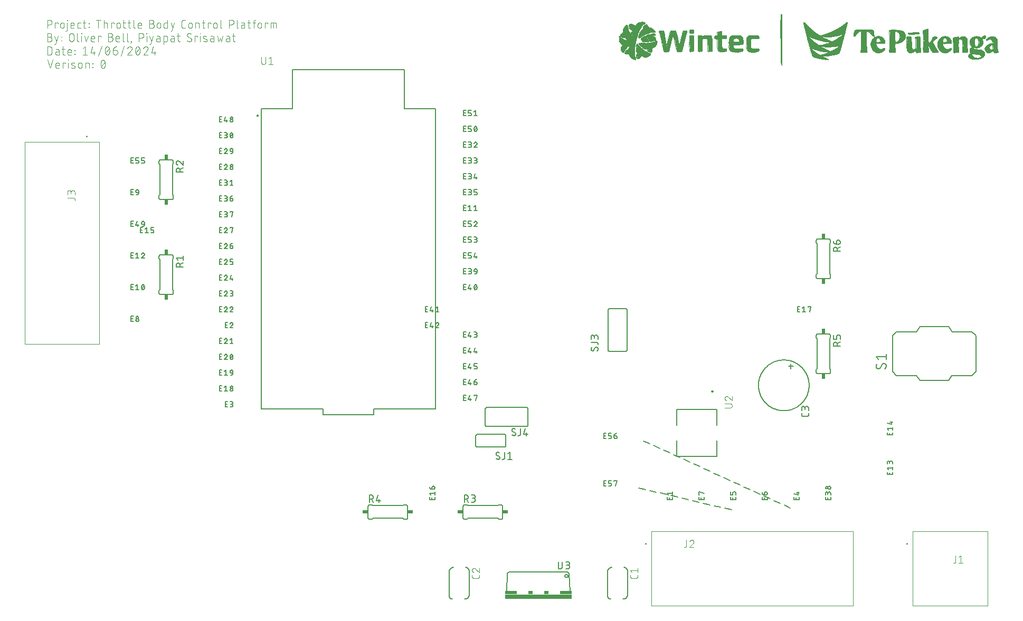
<source format=gbr>
G04 EAGLE Gerber RS-274X export*
G75*
%MOMM*%
%FSLAX34Y34*%
%LPD*%
%INSilkscreen Top*%
%IPPOS*%
%AMOC8*
5,1,8,0,0,1.08239X$1,22.5*%
G01*
%ADD10C,0.152400*%
%ADD11R,0.050800X0.025400*%
%ADD12R,0.076200X0.025400*%
%ADD13R,0.101600X0.025400*%
%ADD14R,0.025400X0.025400*%
%ADD15R,0.203200X0.025400*%
%ADD16R,0.152400X0.025400*%
%ADD17R,0.228600X0.025400*%
%ADD18R,0.254000X0.025400*%
%ADD19R,0.304800X0.025400*%
%ADD20R,0.177800X0.025400*%
%ADD21R,0.355600X0.025400*%
%ADD22R,0.635000X0.025400*%
%ADD23R,0.584200X0.025400*%
%ADD24R,0.762000X0.025400*%
%ADD25R,0.838200X0.025400*%
%ADD26R,0.381000X0.025400*%
%ADD27R,0.736600X0.025400*%
%ADD28R,0.914400X0.025400*%
%ADD29R,0.431800X0.025400*%
%ADD30R,0.812800X0.025400*%
%ADD31R,0.990600X0.025400*%
%ADD32R,0.127000X0.025400*%
%ADD33R,0.457200X0.025400*%
%ADD34R,0.965200X0.025400*%
%ADD35R,1.016000X0.025400*%
%ADD36R,0.482600X0.025400*%
%ADD37R,0.279400X0.025400*%
%ADD38R,1.041400X0.025400*%
%ADD39R,0.406400X0.025400*%
%ADD40R,0.787400X0.025400*%
%ADD41R,0.508000X0.025400*%
%ADD42R,0.685800X0.025400*%
%ADD43R,0.533400X0.025400*%
%ADD44R,1.143000X0.025400*%
%ADD45R,0.660400X0.025400*%
%ADD46R,1.244600X0.025400*%
%ADD47R,0.609600X0.025400*%
%ADD48R,1.219200X0.025400*%
%ADD49R,0.558800X0.025400*%
%ADD50R,1.270000X0.025400*%
%ADD51R,1.346200X0.025400*%
%ADD52R,1.320800X0.025400*%
%ADD53R,0.711200X0.025400*%
%ADD54R,1.371600X0.025400*%
%ADD55R,0.330200X0.025400*%
%ADD56R,1.397000X0.025400*%
%ADD57R,0.863600X0.025400*%
%ADD58R,1.066800X0.025400*%
%ADD59R,1.473200X0.025400*%
%ADD60R,1.955800X0.025400*%
%ADD61R,2.616200X0.025400*%
%ADD62R,2.159000X0.025400*%
%ADD63R,1.295400X0.025400*%
%ADD64R,2.209800X0.025400*%
%ADD65R,1.193800X0.025400*%
%ADD66R,1.524000X0.025400*%
%ADD67R,2.235200X0.025400*%
%ADD68R,1.701800X0.025400*%
%ADD69R,1.117600X0.025400*%
%ADD70R,1.879600X0.025400*%
%ADD71R,2.184400X0.025400*%
%ADD72R,2.133600X0.025400*%
%ADD73R,1.828800X0.025400*%
%ADD74R,2.108200X0.025400*%
%ADD75R,1.778000X0.025400*%
%ADD76R,0.889000X0.025400*%
%ADD77R,1.981200X0.025400*%
%ADD78R,1.905000X0.025400*%
%ADD79R,1.600200X0.025400*%
%ADD80R,1.930400X0.025400*%
%ADD81R,1.752600X0.025400*%
%ADD82R,1.447800X0.025400*%
%ADD83R,1.727200X0.025400*%
%ADD84R,1.498600X0.025400*%
%ADD85R,1.651000X0.025400*%
%ADD86R,2.260600X0.025400*%
%ADD87R,1.625600X0.025400*%
%ADD88R,1.422400X0.025400*%
%ADD89R,1.574800X0.025400*%
%ADD90R,1.676400X0.025400*%
%ADD91R,1.549400X0.025400*%
%ADD92R,0.939800X0.025400*%
%ADD93R,1.092200X0.025400*%
%ADD94R,1.168400X0.025400*%
%ADD95R,2.463800X0.025400*%
%ADD96R,2.082800X0.025400*%
%ADD97R,2.057400X0.025400*%
%ADD98R,2.006600X0.025400*%
%ADD99R,1.803400X0.025400*%
%ADD100R,2.032000X0.025400*%
%ADD101R,1.854200X0.025400*%
%ADD102R,2.286000X0.025400*%
%ADD103R,2.565400X0.025400*%
%ADD104R,4.419600X0.025400*%
%ADD105R,2.362200X0.025400*%
%ADD106R,2.819400X0.025400*%
%ADD107R,2.413000X0.025400*%
%ADD108R,2.870200X0.025400*%
%ADD109R,2.438400X0.025400*%
%ADD110R,3.225800X0.025400*%
%ADD111R,2.540000X0.025400*%
%ADD112R,3.276600X0.025400*%
%ADD113R,3.048000X0.025400*%
%ADD114R,2.590800X0.025400*%
%ADD115R,2.895600X0.025400*%
%ADD116R,2.641600X0.025400*%
%ADD117R,2.667000X0.025400*%
%ADD118R,2.743200X0.025400*%
%ADD119R,2.768600X0.025400*%
%ADD120R,2.692400X0.025400*%
%ADD121R,2.794000X0.025400*%
%ADD122R,2.336800X0.025400*%
%ADD123R,2.311400X0.025400*%
%ADD124R,2.387600X0.025400*%
%ADD125R,2.489200X0.025400*%
%ADD126R,2.514600X0.025400*%
%ADD127R,4.140200X0.025400*%
%ADD128R,4.318000X0.025400*%
%ADD129R,2.844800X0.025400*%
%ADD130R,2.946400X0.025400*%
%ADD131R,2.921000X0.025400*%
%ADD132C,0.101600*%
%ADD133C,0.200000*%
%ADD134C,0.127000*%
%ADD135C,0.177800*%
%ADD136R,10.668000X0.762000*%
%ADD137R,1.905000X0.508000*%
%ADD138R,0.762000X0.508000*%
%ADD139C,0.100000*%
%ADD140R,0.609600X0.863600*%
%ADD141R,0.863600X0.609600*%


D10*
X1006942Y279174D02*
X1016795Y274662D01*
X1023049Y271799D02*
X1032903Y267288D01*
X1039156Y264424D02*
X1049010Y259913D01*
X1055264Y257050D02*
X1065118Y252538D01*
X1071371Y249675D02*
X1081225Y245164D01*
X1087479Y242301D02*
X1097332Y237789D01*
X1103586Y234926D02*
X1113440Y230415D01*
X1119694Y227551D02*
X1129547Y223040D01*
X1135801Y220177D02*
X1145655Y215665D01*
X1151909Y212802D02*
X1161762Y208291D01*
X1168016Y205428D02*
X1177870Y200916D01*
X1184123Y198053D02*
X1193977Y193542D01*
X1200231Y190678D02*
X1210085Y186167D01*
X1216338Y183304D02*
X1226192Y178792D01*
X1232446Y175929D02*
X1242299Y171418D01*
X1009868Y201075D02*
X999321Y203568D01*
X1016561Y199493D02*
X1027108Y197000D01*
X1033802Y195418D02*
X1044348Y192924D01*
X1051042Y191342D02*
X1061588Y188849D01*
X1068282Y187267D02*
X1078829Y184774D01*
X1085522Y183191D02*
X1096069Y180698D01*
X1102762Y179116D02*
X1113309Y176623D01*
X1120002Y175040D02*
X1130549Y172547D01*
X1137243Y170965D02*
X1147789Y168472D01*
D11*
X1229233Y880364D03*
X1229233Y880618D03*
X1229233Y880872D03*
X1229233Y881126D03*
X1229233Y881380D03*
D12*
X1229106Y881634D03*
X1229106Y881888D03*
D13*
X1228979Y882142D03*
D11*
X1229233Y882396D03*
X1228725Y882396D03*
D12*
X1229106Y882650D03*
D14*
X1228598Y882650D03*
D11*
X1229233Y882904D03*
D14*
X1228852Y882904D03*
X1228598Y882904D03*
X1229614Y882904D03*
D12*
X1229106Y883158D03*
D14*
X1228598Y883158D03*
X1229614Y883158D03*
D13*
X1228979Y883412D03*
D14*
X1228344Y883412D03*
X1229614Y883412D03*
D11*
X1228725Y883666D03*
D14*
X1229614Y883666D03*
X1228344Y883666D03*
D11*
X1229233Y883666D03*
D14*
X1228344Y883920D03*
X1229614Y883920D03*
D13*
X1228979Y883920D03*
D14*
X1228344Y884174D03*
X1229614Y884174D03*
X1229106Y884174D03*
D11*
X1228725Y884174D03*
D14*
X1229360Y884174D03*
X1229614Y884428D03*
D13*
X1228979Y884428D03*
D14*
X1228344Y884428D03*
X1229614Y884682D03*
X1228598Y884682D03*
D12*
X1229106Y884682D03*
D14*
X1228090Y884682D03*
X1228344Y884682D03*
X1229614Y884936D03*
X1228598Y884936D03*
D11*
X1228979Y884936D03*
D14*
X1228344Y884936D03*
X1229360Y884936D03*
X1228090Y884936D03*
X1229614Y885190D03*
X1228090Y885190D03*
X1228598Y885190D03*
D11*
X1228979Y885190D03*
D14*
X1229360Y885190D03*
X1228344Y885190D03*
X1228090Y885444D03*
X1229614Y885444D03*
D12*
X1228852Y885444D03*
D14*
X1229360Y885444D03*
X1228344Y885444D03*
X1228090Y885698D03*
X1229614Y885698D03*
D12*
X1228852Y885698D03*
D14*
X1229360Y885698D03*
X1228344Y885698D03*
X1228090Y885952D03*
X1229614Y885952D03*
D12*
X1228852Y885952D03*
D14*
X1229360Y885952D03*
X1228344Y885952D03*
D12*
X1228852Y886206D03*
D14*
X1229360Y886206D03*
X1228344Y886206D03*
X1228090Y886206D03*
X1229614Y886206D03*
D12*
X1228852Y886460D03*
D14*
X1229360Y886460D03*
X1228344Y886460D03*
X1228090Y886460D03*
X1229614Y886460D03*
D12*
X1228852Y886714D03*
D14*
X1228344Y886714D03*
X1229360Y886714D03*
X1228090Y886714D03*
X1229614Y886714D03*
D12*
X1228852Y886968D03*
D14*
X1229360Y886968D03*
X1228344Y886968D03*
X1228090Y886968D03*
X1229614Y886968D03*
D12*
X1228852Y887222D03*
D14*
X1229360Y887222D03*
X1228344Y887222D03*
X1228090Y887222D03*
X1229614Y887222D03*
D13*
X1228979Y887476D03*
D14*
X1228344Y887476D03*
X1228090Y887476D03*
X1229614Y887476D03*
D13*
X1228979Y887730D03*
D14*
X1228344Y887730D03*
X1228090Y887730D03*
X1229614Y887730D03*
D13*
X1228979Y887984D03*
D14*
X1228344Y887984D03*
X1228090Y887984D03*
X1229614Y887984D03*
D13*
X1228979Y888238D03*
D14*
X1228344Y888238D03*
X1228090Y888238D03*
X1229614Y888238D03*
D13*
X1228979Y888492D03*
D14*
X1228344Y888492D03*
X1228090Y888492D03*
X1227836Y888492D03*
X1229614Y888492D03*
D13*
X1228979Y888746D03*
D14*
X1228344Y888746D03*
X1228090Y888746D03*
X1227836Y888746D03*
X1229614Y888746D03*
D13*
X1228979Y889000D03*
D14*
X1228344Y889000D03*
X1228090Y889000D03*
X1227836Y889000D03*
X1229614Y889000D03*
D13*
X1228979Y889254D03*
D14*
X1228344Y889254D03*
X1228090Y889254D03*
X1227836Y889254D03*
X1229614Y889254D03*
D13*
X1228979Y889508D03*
D14*
X1227836Y889508D03*
X1228344Y889508D03*
X1228090Y889508D03*
X1229614Y889508D03*
D12*
X1229106Y889762D03*
D14*
X1227836Y889762D03*
X1228598Y889762D03*
X1228344Y889762D03*
X1228090Y889762D03*
X1229614Y889762D03*
D12*
X1229106Y890016D03*
D15*
X1302131Y890016D03*
D14*
X1227836Y890016D03*
X1300988Y890016D03*
D12*
X1303528Y890016D03*
D14*
X1228598Y890016D03*
X1228344Y890016D03*
X1228090Y890016D03*
D11*
X1300607Y890016D03*
D14*
X1304036Y890016D03*
X1229614Y890016D03*
D12*
X1229106Y890270D03*
D13*
X994029Y890270D03*
D11*
X1299845Y890270D03*
X1303655Y890270D03*
D14*
X993394Y890270D03*
X994664Y890270D03*
X1227836Y890270D03*
X1299464Y890270D03*
X1304036Y890270D03*
X1228598Y890270D03*
X1228344Y890270D03*
D16*
X1301877Y890270D03*
D14*
X1228090Y890270D03*
D11*
X1300861Y890270D03*
D14*
X1302766Y890270D03*
X993140Y890270D03*
X994918Y890270D03*
D12*
X1298956Y890270D03*
D14*
X1229614Y890270D03*
D11*
X1300353Y890270D03*
X1303147Y890270D03*
D12*
X1229106Y890524D03*
D14*
X992632Y890524D03*
D11*
X994791Y890524D03*
D14*
X1227836Y890524D03*
X1297940Y890524D03*
X1303782Y890524D03*
D11*
X1538351Y890524D03*
D14*
X1542288Y890524D03*
X992378Y890524D03*
X1297686Y890524D03*
X1304036Y890524D03*
X1542542Y890524D03*
X1228598Y890524D03*
X1228344Y890524D03*
D17*
X1301496Y890524D03*
D11*
X993775Y890524D03*
D14*
X1300226Y890524D03*
X993394Y890524D03*
D11*
X1299845Y890524D03*
D14*
X1302766Y890524D03*
X993140Y890524D03*
X994156Y890524D03*
X1228090Y890524D03*
D13*
X1299083Y890524D03*
D11*
X1303147Y890524D03*
D18*
X1540383Y890524D03*
D14*
X1297432Y890524D03*
X1537970Y890524D03*
X1542796Y890524D03*
X992886Y890524D03*
X994410Y890524D03*
X1229614Y890524D03*
D11*
X1298321Y890524D03*
D14*
X1303528Y890524D03*
D11*
X1538859Y890524D03*
X1541907Y890524D03*
D13*
X993521Y890778D03*
D12*
X1229106Y890778D03*
D19*
X1540129Y890778D03*
D14*
X991870Y890778D03*
X1227836Y890778D03*
D12*
X1295908Y890778D03*
D14*
X1303528Y890778D03*
D11*
X1536573Y890778D03*
D14*
X1543304Y890778D03*
X1295400Y890778D03*
X1303782Y890778D03*
X1536192Y890778D03*
X1543558Y890778D03*
X992886Y890778D03*
X1228598Y890778D03*
D20*
X1300480Y890778D03*
D14*
X1538478Y890778D03*
D11*
X1541907Y890778D03*
D14*
X992632Y890778D03*
X994156Y890778D03*
X1228344Y890778D03*
D20*
X1298702Y890778D03*
D12*
X1301750Y890778D03*
D14*
X1538224Y890778D03*
X1542288Y890778D03*
X1302258Y890778D03*
X1537970Y890778D03*
X1542542Y890778D03*
X992378Y890778D03*
X994410Y890778D03*
X1297686Y890778D03*
X1302512Y890778D03*
X1537716Y890778D03*
X1228090Y890778D03*
D11*
X1297305Y890778D03*
D14*
X1302766Y890778D03*
X1537462Y890778D03*
X1542796Y890778D03*
X995172Y890778D03*
D11*
X1295019Y890778D03*
D14*
X1535938Y890778D03*
X992124Y890778D03*
D11*
X994791Y890778D03*
D14*
X1229614Y890778D03*
D12*
X1296670Y890778D03*
D11*
X1303147Y890778D03*
X1537081Y890778D03*
D14*
X1543050Y890778D03*
D15*
X993267Y891032D03*
D12*
X1229106Y891032D03*
D21*
X1298829Y891032D03*
D22*
X1539748Y891032D03*
D14*
X991362Y891032D03*
X1227836Y891032D03*
X1294130Y891032D03*
X1303020Y891032D03*
X1535176Y891032D03*
X1544066Y891032D03*
X995172Y891032D03*
X1293876Y891032D03*
X1303274Y891032D03*
X1534922Y891032D03*
X992124Y891032D03*
X1228598Y891032D03*
D11*
X1296797Y891032D03*
X1300861Y891032D03*
D14*
X1536446Y891032D03*
X994410Y891032D03*
X1228344Y891032D03*
D13*
X1296035Y891032D03*
D11*
X1301369Y891032D03*
D14*
X1536192Y891032D03*
X1543050Y891032D03*
X991870Y891032D03*
X1295400Y891032D03*
X1301750Y891032D03*
X1543304Y891032D03*
X1295146Y891032D03*
X1302004Y891032D03*
X1535938Y891032D03*
D11*
X994791Y891032D03*
D14*
X1228090Y891032D03*
X1294892Y891032D03*
X1302258Y891032D03*
X1535684Y891032D03*
X1543558Y891032D03*
X1303528Y891032D03*
X1544320Y891032D03*
X991616Y891032D03*
X1229614Y891032D03*
D11*
X1294511Y891032D03*
X1302639Y891032D03*
D14*
X1535430Y891032D03*
X1543812Y891032D03*
D17*
X993140Y891286D03*
D12*
X1229106Y891286D03*
D23*
X1297940Y891286D03*
D24*
X1539367Y891286D03*
D14*
X990854Y891286D03*
X1227836Y891286D03*
X1293368Y891286D03*
X1302512Y891286D03*
X1534414Y891286D03*
D12*
X1544828Y891286D03*
D14*
X995172Y891286D03*
X1293114Y891286D03*
X1534160Y891286D03*
X1545336Y891286D03*
X991870Y891286D03*
X994410Y891286D03*
X1228598Y891286D03*
X1294892Y891286D03*
X1300988Y891286D03*
X1535430Y891286D03*
X1543304Y891286D03*
X991616Y891286D03*
X1228344Y891286D03*
D11*
X1294511Y891286D03*
D14*
X1301242Y891286D03*
X1535176Y891286D03*
X1543558Y891286D03*
X994664Y891286D03*
X1228090Y891286D03*
X1294130Y891286D03*
X1301496Y891286D03*
X1534922Y891286D03*
X1543812Y891286D03*
X991362Y891286D03*
X994918Y891286D03*
X1293876Y891286D03*
D11*
X1301877Y891286D03*
D14*
X1534668Y891286D03*
X1544066Y891286D03*
X1302766Y891286D03*
X1533906Y891286D03*
X1545590Y891286D03*
X991108Y891286D03*
X1229614Y891286D03*
X1293622Y891286D03*
X1302258Y891286D03*
X1544320Y891286D03*
D19*
X993013Y891540D03*
D13*
X1228979Y891540D03*
D22*
X1297686Y891540D03*
D25*
X1539240Y891540D03*
D14*
X1227836Y891540D03*
X1292352Y891540D03*
X1302258Y891540D03*
X1533398Y891540D03*
X1546606Y891540D03*
X1292098Y891540D03*
X1546860Y891540D03*
D11*
X1294257Y891540D03*
D14*
X1300988Y891540D03*
X1534922Y891540D03*
D11*
X991235Y891540D03*
D14*
X994664Y891540D03*
X1228344Y891540D03*
D11*
X1293749Y891540D03*
X1534541Y891540D03*
X1543685Y891540D03*
D14*
X1301242Y891540D03*
X990854Y891540D03*
X1228090Y891540D03*
X1293368Y891540D03*
X1534160Y891540D03*
X1544066Y891540D03*
X1545336Y891540D03*
X1293114Y891540D03*
X1301496Y891540D03*
X1533906Y891540D03*
D13*
X1544701Y891540D03*
D12*
X1545844Y891540D03*
D14*
X990346Y891540D03*
X995172Y891540D03*
D11*
X1291717Y891540D03*
D14*
X1302512Y891540D03*
X1533144Y891540D03*
X1547114Y891540D03*
X990600Y891540D03*
X994918Y891540D03*
X1229614Y891540D03*
D11*
X1292733Y891540D03*
X1301877Y891540D03*
D14*
X1533652Y891540D03*
X1546352Y891540D03*
D26*
X992632Y891794D03*
D13*
X1228979Y891794D03*
D27*
X1297178Y891794D03*
D28*
X1538605Y891794D03*
D13*
X1545971Y891794D03*
D11*
X998855Y891794D03*
D14*
X1227836Y891794D03*
D12*
X1290574Y891794D03*
D14*
X1301750Y891794D03*
X1532636Y891794D03*
X1547622Y891794D03*
X989838Y891794D03*
X998474Y891794D03*
X999236Y891794D03*
X1290066Y891794D03*
X1302004Y891794D03*
D11*
X1293241Y891794D03*
D14*
X1533906Y891794D03*
X1543304Y891794D03*
D11*
X1545209Y891794D03*
D14*
X1546606Y891794D03*
X990600Y891794D03*
X994664Y891794D03*
X1228344Y891794D03*
D11*
X1292733Y891794D03*
D14*
X1300988Y891794D03*
X1533652Y891794D03*
D11*
X1543685Y891794D03*
D14*
X1544828Y891794D03*
X1546860Y891794D03*
X1292352Y891794D03*
X1533398Y891794D03*
D12*
X1544320Y891794D03*
D14*
X1547114Y891794D03*
X1228090Y891794D03*
X1301242Y891794D03*
X990346Y891794D03*
X1292098Y891794D03*
X1533144Y891794D03*
D12*
X997966Y891794D03*
D14*
X999490Y891794D03*
X1289812Y891794D03*
X1302258Y891794D03*
X1532382Y891794D03*
X990092Y891794D03*
X994918Y891794D03*
X1229614Y891794D03*
D13*
X1291463Y891794D03*
D14*
X1301496Y891794D03*
X1532890Y891794D03*
X1547368Y891794D03*
D29*
X992378Y892048D03*
D13*
X1228979Y892048D03*
D30*
X1296289Y892048D03*
D31*
X1538224Y892048D03*
D18*
X1546225Y892048D03*
D14*
X989330Y892048D03*
X994918Y892048D03*
X999744Y892048D03*
X1227836Y892048D03*
X1289050Y892048D03*
X999998Y892048D03*
X1288796Y892048D03*
X1301496Y892048D03*
X1531874Y892048D03*
X990092Y892048D03*
X1292098Y892048D03*
X1300480Y892048D03*
X1533144Y892048D03*
X1543304Y892048D03*
X1544828Y892048D03*
X1547622Y892048D03*
X989838Y892048D03*
D12*
X998728Y892048D03*
D14*
X1228344Y892048D03*
D32*
X1291336Y892048D03*
D14*
X1300734Y892048D03*
X1532890Y892048D03*
D11*
X1543685Y892048D03*
D14*
X1544574Y892048D03*
X994664Y892048D03*
X998220Y892048D03*
X999236Y892048D03*
D11*
X1290447Y892048D03*
X1544193Y892048D03*
D14*
X1547876Y892048D03*
D11*
X997839Y892048D03*
D14*
X1228090Y892048D03*
X1290066Y892048D03*
X1532636Y892048D03*
X989584Y892048D03*
X999490Y892048D03*
D11*
X1289685Y892048D03*
D14*
X1300988Y892048D03*
X1532382Y892048D03*
X997204Y892048D03*
X1288542Y892048D03*
X1548384Y892048D03*
X997458Y892048D03*
X1229614Y892048D03*
X1289304Y892048D03*
X1301242Y892048D03*
X1532128Y892048D03*
X1548130Y892048D03*
D33*
X991997Y892302D03*
D20*
X998474Y892302D03*
D13*
X1228979Y892302D03*
D34*
X1295019Y892302D03*
D35*
X1537589Y892302D03*
D18*
X1546733Y892302D03*
D14*
X1227836Y892302D03*
X1287780Y892302D03*
X1548638Y892302D03*
X1000506Y892302D03*
X1287526Y892302D03*
X1300988Y892302D03*
X989584Y892302D03*
X994410Y892302D03*
X999490Y892302D03*
D11*
X1289939Y892302D03*
D14*
X1299972Y892302D03*
X1532382Y892302D03*
X1542796Y892302D03*
X1545336Y892302D03*
X1548130Y892302D03*
X997458Y892302D03*
X1228344Y892302D03*
D11*
X1289431Y892302D03*
D14*
X1532128Y892302D03*
X1543050Y892302D03*
D11*
X1544955Y892302D03*
D14*
X999744Y892302D03*
X1289050Y892302D03*
X1300226Y892302D03*
X1543304Y892302D03*
X1544574Y892302D03*
X989330Y892302D03*
X994664Y892302D03*
X997204Y892302D03*
X1228090Y892302D03*
X1288796Y892302D03*
D13*
X1543939Y892302D03*
D14*
X999998Y892302D03*
X1288542Y892302D03*
X1300480Y892302D03*
X1531874Y892302D03*
X1548384Y892302D03*
X988822Y892302D03*
X994918Y892302D03*
X1287272Y892302D03*
X1531366Y892302D03*
X1548892Y892302D03*
X989076Y892302D03*
X996950Y892302D03*
X1000252Y892302D03*
X1229614Y892302D03*
D11*
X1288161Y892302D03*
D14*
X1300734Y892302D03*
X1531620Y892302D03*
D36*
X991616Y892556D03*
D37*
X998474Y892556D03*
D13*
X1228979Y892556D03*
D38*
X1293876Y892556D03*
D34*
X1536827Y892556D03*
D18*
X1547241Y892556D03*
D14*
X988568Y892556D03*
X1001014Y892556D03*
X1227836Y892556D03*
X1286510Y892556D03*
X1300226Y892556D03*
X1531112Y892556D03*
X1300480Y892556D03*
X994156Y892556D03*
X996950Y892556D03*
X999998Y892556D03*
D11*
X1288415Y892556D03*
D14*
X1299210Y892556D03*
X1531874Y892556D03*
D11*
X1541907Y892556D03*
D14*
X1545844Y892556D03*
X989076Y892556D03*
X994410Y892556D03*
X1000252Y892556D03*
X1228344Y892556D03*
D11*
X1287907Y892556D03*
D14*
X1299464Y892556D03*
X1542288Y892556D03*
X1545590Y892556D03*
X1548638Y892556D03*
X1000506Y892556D03*
X1299718Y892556D03*
X1531620Y892556D03*
X1542542Y892556D03*
X1545336Y892556D03*
X1228090Y892556D03*
X1287526Y892556D03*
X1542796Y892556D03*
X1545082Y892556D03*
X988822Y892556D03*
X1000760Y892556D03*
X1287272Y892556D03*
X1299972Y892556D03*
X1531366Y892556D03*
D11*
X1543177Y892556D03*
D13*
X1544447Y892556D03*
D14*
X1548892Y892556D03*
X1286256Y892556D03*
X1549400Y892556D03*
X994664Y892556D03*
X996696Y892556D03*
X1229614Y892556D03*
D11*
X1286891Y892556D03*
X1543685Y892556D03*
D14*
X1549146Y892556D03*
D36*
X991362Y892810D03*
D39*
X998855Y892810D03*
D13*
X1228979Y892810D03*
D31*
X1292098Y892810D03*
D12*
X1297686Y892810D03*
D40*
X1535430Y892810D03*
D11*
X1539875Y892810D03*
D37*
X1547622Y892810D03*
D14*
X988314Y892810D03*
X994664Y892810D03*
X996442Y892810D03*
X1227836Y892810D03*
X1285748Y892810D03*
X1299718Y892810D03*
X1530858Y892810D03*
D11*
X1542923Y892810D03*
D13*
X1544193Y892810D03*
D14*
X1549654Y892810D03*
X1285494Y892810D03*
D11*
X1543431Y892810D03*
D14*
X988822Y892810D03*
X993902Y892810D03*
X996696Y892810D03*
X1287018Y892810D03*
X1297178Y892810D03*
X1298194Y892810D03*
X1539494Y892810D03*
D12*
X1540510Y892810D03*
D14*
X1546098Y892810D03*
X994156Y892810D03*
X1001014Y892810D03*
X1228344Y892810D03*
X1286764Y892810D03*
D11*
X1298575Y892810D03*
D14*
X1531366Y892810D03*
D11*
X1541145Y892810D03*
D14*
X1549146Y892810D03*
X1298956Y892810D03*
X1541526Y892810D03*
X1545844Y892810D03*
X988568Y892810D03*
X1228090Y892810D03*
X1286510Y892810D03*
X1541780Y892810D03*
X994410Y892810D03*
X1286256Y892810D03*
X1299210Y892810D03*
X1531112Y892810D03*
X1542034Y892810D03*
X1545590Y892810D03*
X1549400Y892810D03*
X1001522Y892810D03*
X1299972Y892810D03*
X1549908Y892810D03*
X1001268Y892810D03*
X1229614Y892810D03*
X1286002Y892810D03*
X1299464Y892810D03*
D11*
X1542415Y892810D03*
D12*
X1545082Y892810D03*
D41*
X991235Y893064D03*
D33*
X998855Y893064D03*
D13*
X1228979Y893064D03*
D35*
X1291717Y893064D03*
D42*
X1534922Y893064D03*
D18*
X1548003Y893064D03*
D14*
X988060Y893064D03*
X1227836Y893064D03*
X1284732Y893064D03*
X1299210Y893064D03*
X1530604Y893064D03*
D11*
X1541399Y893064D03*
D14*
X1545844Y893064D03*
X1284478Y893064D03*
X1541780Y893064D03*
X1545590Y893064D03*
X988568Y893064D03*
X1286510Y893064D03*
D12*
X1297178Y893064D03*
D14*
X1531366Y893064D03*
X1538478Y893064D03*
X1546606Y893064D03*
X993902Y893064D03*
X1001268Y893064D03*
X1228344Y893064D03*
D11*
X1286129Y893064D03*
X1297813Y893064D03*
X1538859Y893064D03*
D14*
X1546352Y893064D03*
X1549400Y893064D03*
X1228090Y893064D03*
X1298194Y893064D03*
X1531112Y893064D03*
X1549654Y893064D03*
X988314Y893064D03*
X994156Y893064D03*
X1285748Y893064D03*
D11*
X1539367Y893064D03*
D14*
X996442Y893064D03*
D11*
X1285367Y893064D03*
D14*
X1298448Y893064D03*
X1530858Y893064D03*
D13*
X1540129Y893064D03*
D14*
X1546098Y893064D03*
X1549908Y893064D03*
X994664Y893064D03*
X1284224Y893064D03*
X1299464Y893064D03*
X1542034Y893064D03*
D11*
X1545209Y893064D03*
D14*
X1550416Y893064D03*
X994410Y893064D03*
X1001522Y893064D03*
X1229614Y893064D03*
X1284986Y893064D03*
D11*
X1298829Y893064D03*
X1540891Y893064D03*
D14*
X1550162Y893064D03*
D43*
X991108Y893318D03*
D36*
X998982Y893318D03*
D13*
X1228979Y893318D03*
D44*
X1291082Y893318D03*
D45*
X1534541Y893318D03*
D18*
X1548765Y893318D03*
D14*
X987552Y893318D03*
X1001776Y893318D03*
X1283716Y893318D03*
X1298448Y893318D03*
X1530350Y893318D03*
D11*
X1539367Y893318D03*
D14*
X1546352Y893318D03*
X1550670Y893318D03*
X994410Y893318D03*
X1539748Y893318D03*
X988314Y893318D03*
X996442Y893318D03*
X1228344Y893318D03*
X1285240Y893318D03*
X1296924Y893318D03*
X1547368Y893318D03*
X993902Y893318D03*
X1001522Y893318D03*
D11*
X1284859Y893318D03*
X1297305Y893318D03*
D14*
X1531112Y893318D03*
X1537970Y893318D03*
X1547114Y893318D03*
X1550162Y893318D03*
X988060Y893318D03*
X1228090Y893318D03*
X1297686Y893318D03*
X1530858Y893318D03*
X1538224Y893318D03*
X1546860Y893318D03*
X1284478Y893318D03*
X994156Y893318D03*
X1284224Y893318D03*
X1297940Y893318D03*
X1530604Y893318D03*
D11*
X1538605Y893318D03*
D14*
X1546606Y893318D03*
X1550416Y893318D03*
X996188Y893318D03*
X1283462Y893318D03*
X1298702Y893318D03*
X1530096Y893318D03*
D11*
X1540129Y893318D03*
D14*
X1546098Y893318D03*
X987806Y893318D03*
X1227836Y893318D03*
X1229614Y893318D03*
X1283970Y893318D03*
X1298194Y893318D03*
X1538986Y893318D03*
D23*
X990854Y893572D03*
D43*
X998982Y893572D03*
D13*
X1228979Y893572D03*
D46*
X1290574Y893572D03*
D22*
X1534160Y893572D03*
D15*
X1549527Y893572D03*
D14*
X994156Y893572D03*
X996188Y893572D03*
X1282954Y893572D03*
X1529842Y893572D03*
X1538224Y893572D03*
X1547114Y893572D03*
X1298194Y893572D03*
X1538478Y893572D03*
X1546860Y893572D03*
X987806Y893572D03*
X1284224Y893572D03*
X1296924Y893572D03*
X1530858Y893572D03*
X1537462Y893572D03*
X1548384Y893572D03*
X993902Y893572D03*
X1228344Y893572D03*
X1283970Y893572D03*
X1297178Y893572D03*
X1530604Y893572D03*
X1548130Y893572D03*
X987552Y893572D03*
X1228090Y893572D03*
X1530350Y893572D03*
X1537716Y893572D03*
X1547876Y893572D03*
X1550670Y893572D03*
X1297432Y893572D03*
X1001776Y893572D03*
D11*
X1283589Y893572D03*
D14*
X1297686Y893572D03*
X1530096Y893572D03*
X1547622Y893572D03*
X1002030Y893572D03*
X1282700Y893572D03*
X1538732Y893572D03*
X987298Y893572D03*
X1227836Y893572D03*
X1229614Y893572D03*
X1283208Y893572D03*
X1297940Y893572D03*
X1537970Y893572D03*
X1547368Y893572D03*
X1550924Y893572D03*
D47*
X990727Y893826D03*
D43*
X998982Y893826D03*
D13*
X1228979Y893826D03*
D48*
X1289939Y893826D03*
D45*
X1533779Y893826D03*
D20*
X1549908Y893826D03*
D11*
X1282065Y893826D03*
D14*
X1297432Y893826D03*
X1529588Y893826D03*
X1537716Y893826D03*
X1547876Y893826D03*
X994156Y893826D03*
X1297686Y893826D03*
X1547622Y893826D03*
X1551432Y893826D03*
X987552Y893826D03*
X1283716Y893826D03*
X1296162Y893826D03*
X1530350Y893826D03*
X1548892Y893826D03*
X1550924Y893826D03*
X1001776Y893826D03*
X1228344Y893826D03*
D11*
X1283335Y893826D03*
D14*
X1296416Y893826D03*
X1530096Y893826D03*
X1537208Y893826D03*
X987298Y893826D03*
X993902Y893826D03*
X1228090Y893826D03*
X1296670Y893826D03*
X1548638Y893826D03*
X1282954Y893826D03*
X1296924Y893826D03*
X996188Y893826D03*
X1282700Y893826D03*
X1529842Y893826D03*
X1537462Y893826D03*
X1548384Y893826D03*
X1551178Y893826D03*
D20*
X1010412Y893826D03*
D11*
X1281557Y893826D03*
D14*
X1537970Y893826D03*
X1547368Y893826D03*
X987044Y893826D03*
X1002030Y893826D03*
X1227836Y893826D03*
X1229614Y893826D03*
X1282446Y893826D03*
X1297178Y893826D03*
X1548130Y893826D03*
D22*
X990600Y894080D03*
D49*
X999109Y894080D03*
D13*
X1228979Y894080D03*
D50*
X1289177Y894080D03*
D42*
X1533398Y894080D03*
D20*
X1550416Y894080D03*
D14*
X1002284Y894080D03*
X1012190Y894080D03*
X1281176Y894080D03*
X1296670Y894080D03*
X1548384Y894080D03*
X1008888Y894080D03*
X1280922Y894080D03*
X1296924Y894080D03*
X987298Y894080D03*
X1282700Y894080D03*
X1295654Y894080D03*
X1529842Y894080D03*
X1549400Y894080D03*
X1228344Y894080D03*
D11*
X1282319Y894080D03*
D14*
X1295908Y894080D03*
X1549146Y894080D03*
X987044Y894080D03*
X1228090Y894080D03*
X1536954Y894080D03*
X1551432Y894080D03*
X996188Y894080D03*
X1002030Y894080D03*
D32*
X1010412Y894080D03*
D14*
X1281938Y894080D03*
X1529588Y894080D03*
X993902Y894080D03*
D11*
X1009523Y894080D03*
X1011301Y894080D03*
D14*
X1281684Y894080D03*
X1296162Y894080D03*
X1548892Y894080D03*
X994156Y894080D03*
X995934Y894080D03*
X1012444Y894080D03*
X1297178Y894080D03*
X1537462Y894080D03*
X1548130Y894080D03*
X986790Y894080D03*
X1009142Y894080D03*
D11*
X1011809Y894080D03*
D14*
X1227836Y894080D03*
X1229614Y894080D03*
X1281430Y894080D03*
X1296416Y894080D03*
X1529334Y894080D03*
X1537208Y894080D03*
X1548638Y894080D03*
X1551686Y894080D03*
D45*
X990219Y894334D03*
D49*
X999109Y894334D03*
D18*
X1010793Y894334D03*
D13*
X1228979Y894334D03*
D51*
X1288542Y894334D03*
D42*
X1532890Y894334D03*
D17*
X1550670Y894334D03*
D14*
X986536Y894334D03*
X995934Y894334D03*
X1013206Y894334D03*
X1296162Y894334D03*
X1552194Y894334D03*
X1002538Y894334D03*
X1280668Y894334D03*
X1548892Y894334D03*
X993648Y894334D03*
X1002030Y894334D03*
X1009396Y894334D03*
X1012190Y894334D03*
X1281684Y894334D03*
X1536446Y894334D03*
X996188Y894334D03*
X1009142Y894334D03*
X1012444Y894334D03*
X1228344Y894334D03*
X1281430Y894334D03*
X1295400Y894334D03*
X1529334Y894334D03*
X1536700Y894334D03*
X1549400Y894334D03*
X986790Y894334D03*
X1228090Y894334D03*
X1008888Y894334D03*
X1012698Y894334D03*
X1281176Y894334D03*
X1295654Y894334D03*
X1002284Y894334D03*
X1551940Y894334D03*
X1008380Y894334D03*
X993902Y894334D03*
X1008634Y894334D03*
X1012952Y894334D03*
X1227836Y894334D03*
X1229614Y894334D03*
X1280922Y894334D03*
X1295908Y894334D03*
X1529080Y894334D03*
X1536954Y894334D03*
X1549146Y894334D03*
D45*
X990219Y894588D03*
D47*
X999109Y894588D03*
D39*
X1011047Y894588D03*
D13*
X1228979Y894588D03*
D51*
X1288034Y894588D03*
D42*
X1532636Y894588D03*
D18*
X1550797Y894588D03*
D14*
X993902Y894588D03*
X1008126Y894588D03*
X1013714Y894588D03*
X1280414Y894588D03*
X1295654Y894588D03*
X1549146Y894588D03*
X986282Y894588D03*
X1552702Y894588D03*
X986790Y894588D03*
X1008888Y894588D03*
X1281176Y894588D03*
X1536192Y894588D03*
X993648Y894588D03*
X1002284Y894588D03*
X1008634Y894588D03*
X1013206Y894588D03*
X1228344Y894588D03*
X1294892Y894588D03*
X1529080Y894588D03*
X1552194Y894588D03*
X1228090Y894588D03*
X1280922Y894588D03*
X986536Y894588D03*
X1295146Y894588D03*
X1536446Y894588D03*
X1549400Y894588D03*
X1008380Y894588D03*
X1013460Y894588D03*
X1280668Y894588D03*
X1552448Y894588D03*
X1002792Y894588D03*
X1007872Y894588D03*
X1013968Y894588D03*
X1280160Y894588D03*
X1295908Y894588D03*
X995934Y894588D03*
X1002538Y894588D03*
X1227836Y894588D03*
X1229614Y894588D03*
X1295400Y894588D03*
X1528826Y894588D03*
X1536700Y894588D03*
D42*
X990092Y894842D03*
D12*
X996442Y894842D03*
D43*
X999744Y894842D03*
D41*
X1011047Y894842D03*
D13*
X1228979Y894842D03*
D52*
X1287399Y894842D03*
D53*
X1532509Y894842D03*
D37*
X1551178Y894842D03*
D14*
X1002792Y894842D03*
X1007618Y894842D03*
X1014222Y894842D03*
X1279906Y894842D03*
X1295146Y894842D03*
X1536446Y894842D03*
X986028Y894842D03*
X986536Y894842D03*
X996950Y894842D03*
X1008380Y894842D03*
X1013714Y894842D03*
X1228344Y894842D03*
X1294130Y894842D03*
X1549654Y894842D03*
X1008126Y894842D03*
X1280668Y894842D03*
X1294384Y894842D03*
X1528826Y894842D03*
X993648Y894842D03*
X1228090Y894842D03*
X1002538Y894842D03*
X1013968Y894842D03*
X1280414Y894842D03*
X1294638Y894842D03*
X1536192Y894842D03*
X986282Y894842D03*
X995934Y894842D03*
X1007872Y894842D03*
X1280160Y894842D03*
X1552702Y894842D03*
X993902Y894842D03*
X1279652Y894842D03*
X1295400Y894842D03*
X1549146Y894842D03*
X1552956Y894842D03*
X1227836Y894842D03*
X1229614Y894842D03*
X1294892Y894842D03*
X1528572Y894842D03*
X1549400Y894842D03*
D53*
X989965Y895096D03*
D12*
X996442Y895096D03*
D43*
X999744Y895096D03*
D22*
X1010920Y895096D03*
D13*
X1228979Y895096D03*
D54*
X1287145Y895096D03*
D53*
X1532255Y895096D03*
D37*
X1551432Y895096D03*
D14*
X1014476Y895096D03*
X1279398Y895096D03*
X1536192Y895096D03*
X1549400Y895096D03*
X995680Y895096D03*
X1007110Y895096D03*
X1528318Y895096D03*
X986282Y895096D03*
X996950Y895096D03*
X1549908Y895096D03*
X995934Y895096D03*
X1002538Y895096D03*
X1007618Y895096D03*
X1228344Y895096D03*
X1280160Y895096D03*
X1294130Y895096D03*
X1535938Y895096D03*
X1228090Y895096D03*
X1528572Y895096D03*
X1549654Y895096D03*
X1014222Y895096D03*
X1279906Y895096D03*
X986028Y895096D03*
X993648Y895096D03*
X1007364Y895096D03*
X1279652Y895096D03*
X1294384Y895096D03*
X1552956Y895096D03*
X985774Y895096D03*
X1003046Y895096D03*
X1294892Y895096D03*
X1002792Y895096D03*
X1227836Y895096D03*
X1229614Y895096D03*
X1294638Y895096D03*
D53*
X989711Y895350D03*
D12*
X996442Y895350D03*
D49*
X999871Y895350D03*
D45*
X1010793Y895350D03*
D13*
X1228979Y895350D03*
D54*
X1286891Y895350D03*
D42*
X1532128Y895350D03*
D37*
X1551432Y895350D03*
D14*
X995680Y895350D03*
X1006856Y895350D03*
X1014730Y895350D03*
X1535938Y895350D03*
X1003300Y895350D03*
X1279144Y895350D03*
X1294638Y895350D03*
X993394Y895350D03*
X995934Y895350D03*
X1007364Y895350D03*
X1279906Y895350D03*
X1528572Y895350D03*
X1535684Y895350D03*
X1549908Y895350D03*
X1552956Y895350D03*
X986028Y895350D03*
X996950Y895350D03*
X1014222Y895350D03*
X1228344Y895350D03*
X1279652Y895350D03*
X1293876Y895350D03*
X1002792Y895350D03*
X1228090Y895350D03*
X1549654Y895350D03*
X1007110Y895350D03*
X1014476Y895350D03*
X1279398Y895350D03*
X1294130Y895350D03*
X1528318Y895350D03*
X1014984Y895350D03*
X985774Y895350D03*
X993648Y895350D03*
X1003046Y895350D03*
X1227836Y895350D03*
X1229614Y895350D03*
X1294384Y895350D03*
X1549400Y895350D03*
X1553210Y895350D03*
D53*
X989711Y895604D03*
D12*
X996188Y895604D03*
D49*
X999871Y895604D03*
D27*
X1010666Y895604D03*
D13*
X1228979Y895604D03*
D54*
X1286383Y895604D03*
D42*
X1531874Y895604D03*
D55*
X1551432Y895604D03*
D14*
X993648Y895604D03*
X1006602Y895604D03*
X1294130Y895604D03*
X1553464Y895604D03*
X1003554Y895604D03*
X1015238Y895604D03*
X1294384Y895604D03*
X986028Y895604D03*
X996696Y895604D03*
X1002792Y895604D03*
X1293368Y895604D03*
X993394Y895604D03*
X996950Y895604D03*
X1006856Y895604D03*
X1014476Y895604D03*
X1228344Y895604D03*
X1279398Y895604D03*
X1293622Y895604D03*
X1528318Y895604D03*
X1535430Y895604D03*
X1549654Y895604D03*
X1553210Y895604D03*
X985774Y895604D03*
X1003046Y895604D03*
X1014730Y895604D03*
X1228090Y895604D03*
X1279144Y895604D03*
X1293876Y895604D03*
X1549400Y895604D03*
X985520Y895604D03*
X1278890Y895604D03*
X1549146Y895604D03*
X995680Y895604D03*
X1003300Y895604D03*
X1014984Y895604D03*
X1227836Y895604D03*
X1229614Y895604D03*
X1535684Y895604D03*
D27*
X989584Y895858D03*
D13*
X996315Y895858D03*
D23*
X999998Y895858D03*
D40*
X1010666Y895858D03*
D13*
X1228979Y895858D03*
D56*
X1286256Y895858D03*
D45*
X1531747Y895858D03*
D21*
X1551559Y895858D03*
D14*
X985520Y895858D03*
X1003808Y895858D03*
X1294130Y895858D03*
X1015746Y895858D03*
X1294384Y895858D03*
X996950Y895858D03*
X1014730Y895858D03*
X1293368Y895858D03*
X1528318Y895858D03*
X1535176Y895858D03*
X1549654Y895858D03*
X985774Y895858D03*
X1003046Y895858D03*
X1006602Y895858D03*
X1228344Y895858D03*
X1279144Y895858D03*
X1003300Y895858D03*
X1014984Y895858D03*
X1228090Y895858D03*
X1293622Y895858D03*
X1549400Y895858D03*
X993394Y895858D03*
X1553464Y895858D03*
X995680Y895858D03*
X1003554Y895858D03*
X1015238Y895858D03*
X993648Y895858D03*
X1004062Y895858D03*
X1278636Y895858D03*
X1294638Y895858D03*
X1548892Y895858D03*
X1006348Y895858D03*
X1015492Y895858D03*
X1227836Y895858D03*
X1229614Y895858D03*
X1278890Y895858D03*
X1293876Y895858D03*
X1535430Y895858D03*
X1549146Y895858D03*
D27*
X989584Y896112D03*
D13*
X996315Y896112D03*
D22*
X1000252Y896112D03*
D57*
X1010793Y896112D03*
D13*
X1228979Y896112D03*
D56*
X1286256Y896112D03*
D45*
X1531747Y896112D03*
D39*
X1551559Y896112D03*
D14*
X1004316Y896112D03*
X1005840Y896112D03*
X1278636Y896112D03*
D20*
X1295654Y896112D03*
D16*
X1301877Y896112D03*
D14*
X1548638Y896112D03*
X1016254Y896112D03*
X1302766Y896112D03*
X985774Y896112D03*
X996950Y896112D03*
X1015238Y896112D03*
X1279144Y896112D03*
X1549400Y896112D03*
X1003554Y896112D03*
X1006348Y896112D03*
X1015492Y896112D03*
X1228344Y896112D03*
X1293368Y896112D03*
X1528318Y896112D03*
X1003808Y896112D03*
X1228090Y896112D03*
X1549146Y896112D03*
X1278890Y896112D03*
X1293622Y896112D03*
X1535176Y896112D03*
X993394Y896112D03*
X995680Y896112D03*
X1004062Y896112D03*
X1006094Y896112D03*
X1015746Y896112D03*
X1293876Y896112D03*
D11*
X1298067Y896112D03*
D14*
X1298702Y896112D03*
X1004570Y896112D03*
D12*
X1303274Y896112D03*
D14*
X1535430Y896112D03*
X985520Y896112D03*
X1016000Y896112D03*
X1227836Y896112D03*
X1229614Y896112D03*
D12*
X1294384Y896112D03*
D32*
X1297178Y896112D03*
D14*
X1298448Y896112D03*
D17*
X1299972Y896112D03*
D14*
X1548892Y896112D03*
X1553718Y896112D03*
D24*
X989457Y896366D03*
D13*
X996315Y896366D03*
D42*
X1000506Y896366D03*
D31*
X1010920Y896366D03*
D13*
X1228979Y896366D03*
D56*
X1286002Y896366D03*
D22*
X1531620Y896366D03*
D33*
X1551305Y896366D03*
D14*
X1004824Y896366D03*
X1005332Y896366D03*
X1016508Y896366D03*
D11*
X1304417Y896366D03*
D14*
X1535176Y896366D03*
X985266Y896366D03*
X1005078Y896366D03*
X1548384Y896366D03*
X996950Y896366D03*
X1004062Y896366D03*
X1293114Y896366D03*
D39*
X1299337Y896366D03*
D14*
X1534922Y896366D03*
X1548892Y896366D03*
X1016000Y896366D03*
X1228344Y896366D03*
X1278890Y896366D03*
X1293368Y896366D03*
D20*
X1296416Y896366D03*
D13*
X1301877Y896366D03*
D14*
X985520Y896366D03*
X1004316Y896366D03*
X1005840Y896366D03*
X1228090Y896366D03*
D11*
X1293749Y896366D03*
D13*
X1295019Y896366D03*
D11*
X1302639Y896366D03*
D14*
X1553718Y896366D03*
X995680Y896366D03*
D11*
X1294257Y896366D03*
D14*
X1303020Y896366D03*
X1548638Y896366D03*
X1004570Y896366D03*
X1016254Y896366D03*
D11*
X1303401Y896366D03*
D14*
X1528318Y896366D03*
X1278382Y896366D03*
D11*
X1304925Y896366D03*
D14*
X993394Y896366D03*
X1005586Y896366D03*
X1227836Y896366D03*
X1229614Y896366D03*
X1278636Y896366D03*
D11*
X1303909Y896366D03*
D27*
X989330Y896620D03*
D13*
X996315Y896620D03*
D24*
X1000887Y896620D03*
D58*
X1011047Y896620D03*
D13*
X1228979Y896620D03*
D59*
X1286383Y896620D03*
D28*
X1299083Y896620D03*
D47*
X1531747Y896620D03*
D43*
X1551178Y896620D03*
D14*
X985266Y896620D03*
X1278382Y896620D03*
X1305814Y896620D03*
X993394Y896620D03*
X1017016Y896620D03*
X1306068Y896620D03*
X1528318Y896620D03*
X993140Y896620D03*
X996950Y896620D03*
X1005586Y896620D03*
X1228344Y896620D03*
X1278890Y896620D03*
D12*
X1294130Y896620D03*
D14*
X1303782Y896620D03*
X985520Y896620D03*
D12*
X1005078Y896620D03*
D14*
X1016508Y896620D03*
D11*
X1304163Y896620D03*
D14*
X1528572Y896620D03*
X995680Y896620D03*
X1228090Y896620D03*
X1304544Y896620D03*
X1278636Y896620D03*
X1304798Y896620D03*
X1534922Y896620D03*
X1016762Y896620D03*
X1305052Y896620D03*
X1548384Y896620D03*
X1306322Y896620D03*
X1227836Y896620D03*
X1229614Y896620D03*
D11*
X1305433Y896620D03*
D14*
X1553972Y896620D03*
D27*
X989330Y896874D03*
D13*
X996315Y896874D03*
D60*
X1006856Y896874D03*
D13*
X1228979Y896874D03*
D61*
X1291844Y896874D03*
D23*
X1531620Y896874D03*
D43*
X1551178Y896874D03*
D12*
X1307084Y896874D03*
D14*
X1534922Y896874D03*
X1548130Y896874D03*
X1017524Y896874D03*
X1307592Y896874D03*
X1554226Y896874D03*
X985520Y896874D03*
X996950Y896874D03*
X1016762Y896874D03*
X1228344Y896874D03*
X1305052Y896874D03*
X1534668Y896874D03*
X1553972Y896874D03*
X993140Y896874D03*
X995680Y896874D03*
X1278636Y896874D03*
D11*
X1305433Y896874D03*
D14*
X1548384Y896874D03*
X1017016Y896874D03*
X1228090Y896874D03*
X1305814Y896874D03*
X985266Y896874D03*
X1278382Y896874D03*
D11*
X1306195Y896874D03*
D14*
X1528572Y896874D03*
X993394Y896874D03*
X1307846Y896874D03*
X1017270Y896874D03*
X1227836Y896874D03*
X1229614Y896874D03*
X1306576Y896874D03*
D24*
X989203Y897128D03*
D62*
X1006602Y897128D03*
D13*
X1228979Y897128D03*
D63*
X1284986Y897128D03*
D56*
X1299210Y897128D03*
D49*
X1531747Y897128D03*
X1551305Y897128D03*
D14*
X985012Y897128D03*
X1308608Y897128D03*
X1018032Y897128D03*
X1308862Y897128D03*
X1528572Y897128D03*
X1547876Y897128D03*
X1291590Y897128D03*
X1292098Y897128D03*
X1306322Y897128D03*
X1548384Y897128D03*
X995680Y897128D03*
X1017524Y897128D03*
X1228344Y897128D03*
X1291844Y897128D03*
D11*
X1306703Y897128D03*
D14*
X1528826Y897128D03*
X985266Y897128D03*
X993140Y897128D03*
X1228090Y897128D03*
D11*
X1307211Y897128D03*
D14*
X1534668Y897128D03*
X1278382Y897128D03*
X1307592Y897128D03*
X1307846Y897128D03*
X1548130Y897128D03*
X1554226Y897128D03*
X1278128Y897128D03*
X1309116Y897128D03*
X1017778Y897128D03*
X1227836Y897128D03*
X1229614Y897128D03*
D11*
X1308227Y897128D03*
D24*
X989203Y897382D03*
D64*
X1006856Y897382D03*
D13*
X1228979Y897382D03*
D65*
X1284478Y897382D03*
D66*
X1300353Y897382D03*
D49*
X1531747Y897382D03*
D47*
X1551305Y897382D03*
D14*
X1278128Y897382D03*
X1310640Y897382D03*
X1554480Y897382D03*
X1547622Y897382D03*
X1018032Y897382D03*
X1290574Y897382D03*
X1292606Y897382D03*
D12*
X1308354Y897382D03*
D14*
X1548130Y897382D03*
X985266Y897382D03*
X1228344Y897382D03*
X1278382Y897382D03*
X1290828Y897382D03*
X1292352Y897382D03*
D11*
X1308989Y897382D03*
D14*
X1228090Y897382D03*
X1291082Y897382D03*
X1309370Y897382D03*
X993140Y897382D03*
X995680Y897382D03*
X1292098Y897382D03*
X985012Y897382D03*
X1018286Y897382D03*
D12*
X1291590Y897382D03*
D11*
X1309751Y897382D03*
D14*
X1534668Y897382D03*
X1547876Y897382D03*
X984758Y897382D03*
X1018540Y897382D03*
D12*
X1311148Y897382D03*
D14*
X1227836Y897382D03*
X1229614Y897382D03*
D11*
X1310259Y897382D03*
D14*
X1528826Y897382D03*
D40*
X989076Y897636D03*
D67*
X1007237Y897636D03*
D13*
X1228979Y897636D03*
D44*
X1284224Y897636D03*
D68*
X1301496Y897636D03*
D43*
X1531874Y897636D03*
D22*
X1551178Y897636D03*
D14*
X984758Y897636D03*
D11*
X1291209Y897636D03*
D14*
X1291844Y897636D03*
X1312418Y897636D03*
X1547368Y897636D03*
X1291590Y897636D03*
X1312672Y897636D03*
X1528826Y897636D03*
X995934Y897636D03*
X1278382Y897636D03*
X1292860Y897636D03*
X1310132Y897636D03*
X985012Y897636D03*
X1228344Y897636D03*
X1290066Y897636D03*
X1292606Y897636D03*
D11*
X1310513Y897636D03*
D14*
X1529080Y897636D03*
X1547876Y897636D03*
X1228090Y897636D03*
X1310894Y897636D03*
X1290320Y897636D03*
D11*
X1311275Y897636D03*
D14*
X1554480Y897636D03*
X993140Y897636D03*
X995680Y897636D03*
X1278128Y897636D03*
X1290574Y897636D03*
X1292352Y897636D03*
D11*
X1311783Y897636D03*
D14*
X1547622Y897636D03*
X1312926Y897636D03*
X1018540Y897636D03*
X1227836Y897636D03*
X1229614Y897636D03*
X1290828Y897636D03*
X1292098Y897636D03*
X1312164Y897636D03*
X1534668Y897636D03*
D30*
X988949Y897890D03*
D64*
X1007364Y897890D03*
D13*
X1228979Y897890D03*
D69*
X1283843Y897890D03*
D70*
X1302893Y897890D03*
D36*
X1531874Y897890D03*
D45*
X1551051Y897890D03*
D14*
X1018794Y897890D03*
X1292352Y897890D03*
X1313434Y897890D03*
X1534668Y897890D03*
X1546860Y897890D03*
X984504Y897890D03*
X1277874Y897890D03*
X1290320Y897890D03*
X1313688Y897890D03*
X1554734Y897890D03*
X996188Y897890D03*
X1293368Y897890D03*
X1547622Y897890D03*
X1554480Y897890D03*
X1018540Y897890D03*
X1228344Y897890D03*
X1289558Y897890D03*
X1293114Y897890D03*
X1312418Y897890D03*
X1529334Y897890D03*
X1534414Y897890D03*
X1228090Y897890D03*
X1278128Y897890D03*
X1312672Y897890D03*
X1547368Y897890D03*
X984758Y897890D03*
X995934Y897890D03*
X1292860Y897890D03*
X1289812Y897890D03*
X1292606Y897890D03*
X1312926Y897890D03*
X1529080Y897890D03*
X1290574Y897890D03*
X1292098Y897890D03*
X1313942Y897890D03*
X1546606Y897890D03*
X993140Y897890D03*
X995680Y897890D03*
X1227836Y897890D03*
X1229614Y897890D03*
X1290066Y897890D03*
X1313180Y897890D03*
X1547114Y897890D03*
D40*
X988822Y898144D03*
D71*
X1007745Y898144D03*
D13*
X1228979Y898144D03*
D58*
X1283589Y898144D03*
D70*
X1303401Y898144D03*
D33*
X1532001Y898144D03*
D24*
X1550797Y898144D03*
D14*
X993140Y898144D03*
X1277874Y898144D03*
X1289558Y898144D03*
X1292860Y898144D03*
X1314450Y898144D03*
D11*
X1545209Y898144D03*
D14*
X1292606Y898144D03*
X1534668Y898144D03*
X1544828Y898144D03*
X984758Y898144D03*
X992886Y898144D03*
X996696Y898144D03*
X1293876Y898144D03*
X1312926Y898144D03*
X1546860Y898144D03*
X1228344Y898144D03*
X1278128Y898144D03*
X1289050Y898144D03*
X1293622Y898144D03*
X1313180Y898144D03*
X1529588Y898144D03*
X996442Y898144D03*
X1313434Y898144D03*
X1534414Y898144D03*
X1546606Y898144D03*
X1228090Y898144D03*
X1293368Y898144D03*
X1313688Y898144D03*
X984504Y898144D03*
X996188Y898144D03*
X1289304Y898144D03*
X1293114Y898144D03*
X1313942Y898144D03*
X1529334Y898144D03*
D11*
X1546225Y898144D03*
D14*
X984250Y898144D03*
X995680Y898144D03*
X1289812Y898144D03*
X1314704Y898144D03*
X1529080Y898144D03*
X1544574Y898144D03*
X995934Y898144D03*
X1018794Y898144D03*
X1227836Y898144D03*
X1229614Y898144D03*
X1314196Y898144D03*
D11*
X1545717Y898144D03*
D14*
X1554734Y898144D03*
D30*
X988695Y898398D03*
D72*
X1007745Y898398D03*
D13*
X1228979Y898398D03*
D35*
X1283335Y898398D03*
D73*
X1304163Y898398D03*
D29*
X1532128Y898398D03*
D57*
X1550289Y898398D03*
D14*
X984250Y898398D03*
X993140Y898398D03*
X996188Y898398D03*
X1289050Y898398D03*
X1293368Y898398D03*
X1315212Y898398D03*
X1543304Y898398D03*
X1315466Y898398D03*
X1529334Y898398D03*
X1534668Y898398D03*
X992886Y898398D03*
X996950Y898398D03*
X1018540Y898398D03*
X1278128Y898398D03*
X1294892Y898398D03*
X1313434Y898398D03*
D12*
X1545590Y898398D03*
D14*
X1228344Y898398D03*
X1288542Y898398D03*
D11*
X1294511Y898398D03*
X1313815Y898398D03*
D14*
X1529842Y898398D03*
D11*
X1544955Y898398D03*
D14*
X1294130Y898398D03*
X1314196Y898398D03*
X1544574Y898398D03*
X984504Y898398D03*
X996696Y898398D03*
X1228090Y898398D03*
X1534414Y898398D03*
X1544320Y898398D03*
X1277874Y898398D03*
X1288796Y898398D03*
X1293876Y898398D03*
D11*
X1314577Y898398D03*
D14*
X1529588Y898398D03*
X1544066Y898398D03*
X1554734Y898398D03*
X995934Y898398D03*
X1277620Y898398D03*
X1289304Y898398D03*
X1293114Y898398D03*
X1315720Y898398D03*
X1543050Y898398D03*
X996442Y898398D03*
X1018794Y898398D03*
X1227836Y898398D03*
X1229614Y898398D03*
X1293622Y898398D03*
X1314958Y898398D03*
D11*
X1543685Y898398D03*
D30*
X988695Y898652D03*
D74*
X1007618Y898652D03*
D13*
X1228979Y898652D03*
D34*
X1283081Y898652D03*
D75*
X1305433Y898652D03*
D26*
X1532128Y898652D03*
D69*
X1549019Y898652D03*
D14*
X1277620Y898652D03*
X1288542Y898652D03*
X1294130Y898652D03*
X1316228Y898652D03*
X1542034Y898652D03*
X993140Y898652D03*
X996442Y898652D03*
X1316482Y898652D03*
X1529588Y898652D03*
X1534668Y898652D03*
X1018286Y898652D03*
X1278128Y898652D03*
X1296416Y898652D03*
X1314450Y898652D03*
X1534160Y898652D03*
X1543304Y898652D03*
X984504Y898652D03*
X992886Y898652D03*
X1228344Y898652D03*
X1288034Y898652D03*
D12*
X1295908Y898652D03*
D11*
X1314831Y898652D03*
D14*
X1530096Y898652D03*
X1554734Y898652D03*
X996950Y898652D03*
X1018540Y898652D03*
X1295400Y898652D03*
X1315212Y898652D03*
X1543050Y898652D03*
X1228090Y898652D03*
X1277874Y898652D03*
X1295146Y898652D03*
X1534414Y898652D03*
X1288288Y898652D03*
X1294892Y898652D03*
D11*
X1315593Y898652D03*
D14*
X1529842Y898652D03*
D11*
X1542669Y898652D03*
D14*
X983996Y898652D03*
X1293876Y898652D03*
D11*
X1316863Y898652D03*
D14*
X1541780Y898652D03*
X984250Y898652D03*
X996696Y898652D03*
X1018794Y898652D03*
X1227836Y898652D03*
X1229614Y898652D03*
D11*
X1294511Y898652D03*
D14*
X1315974Y898652D03*
X1542288Y898652D03*
D30*
X988695Y898906D03*
D60*
X1007110Y898906D03*
D13*
X1228979Y898906D03*
D28*
X1282827Y898906D03*
D73*
X1306449Y898906D03*
D21*
X1532255Y898906D03*
D63*
X1548130Y898906D03*
D14*
X983742Y898906D03*
X996696Y898906D03*
X1018794Y898906D03*
D11*
X1295527Y898906D03*
D14*
X1317498Y898906D03*
X1534668Y898906D03*
X1540764Y898906D03*
X993140Y898906D03*
X1295146Y898906D03*
X1317752Y898906D03*
X1529842Y898906D03*
X984504Y898906D03*
X1017016Y898906D03*
X1278128Y898906D03*
X1287526Y898906D03*
X1297178Y898906D03*
X1315720Y898906D03*
X1534160Y898906D03*
X992886Y898906D03*
X997204Y898906D03*
D11*
X1017397Y898906D03*
D14*
X1228344Y898906D03*
X1296924Y898906D03*
D11*
X1316101Y898906D03*
D14*
X1541526Y898906D03*
X1554734Y898906D03*
X984250Y898906D03*
X1017778Y898906D03*
X1277874Y898906D03*
X1296670Y898906D03*
X1316482Y898906D03*
X1530350Y898906D03*
X1541272Y898906D03*
X1018032Y898906D03*
X1228090Y898906D03*
X1287780Y898906D03*
D11*
X1316863Y898906D03*
D14*
X1534414Y898906D03*
X996950Y898906D03*
D11*
X1018413Y898906D03*
D14*
X1296416Y898906D03*
X1541018Y898906D03*
X1288288Y898906D03*
X1294892Y898906D03*
X1540510Y898906D03*
X983996Y898906D03*
X1227836Y898906D03*
X1229614Y898906D03*
X1277620Y898906D03*
X1288034Y898906D03*
D11*
X1296035Y898906D03*
D14*
X1317244Y898906D03*
X1530096Y898906D03*
D25*
X988568Y899160D03*
D60*
X1007364Y899160D03*
D13*
X1228979Y899160D03*
D25*
X1282192Y899160D03*
D70*
X1307465Y899160D03*
D19*
X1532509Y899160D03*
D54*
X1547749Y899160D03*
D11*
X979551Y899160D03*
X981837Y899160D03*
X983107Y899160D03*
D14*
X1018540Y899160D03*
X1296670Y899160D03*
X1530350Y899160D03*
X1534922Y899160D03*
X1538732Y899160D03*
D12*
X982472Y899160D03*
D14*
X996950Y899160D03*
X1018794Y899160D03*
X1287780Y899160D03*
X1318260Y899160D03*
X1538478Y899160D03*
X984250Y899160D03*
X1017270Y899160D03*
X1277874Y899160D03*
D11*
X1286637Y899160D03*
D14*
X1297940Y899160D03*
X1316990Y899160D03*
X1534160Y899160D03*
X1540764Y899160D03*
X1554734Y899160D03*
X992886Y899160D03*
X997458Y899160D03*
X1017524Y899160D03*
X1228344Y899160D03*
X1287018Y899160D03*
X1297686Y899160D03*
D11*
X1317371Y899160D03*
D14*
X1530858Y899160D03*
X1540510Y899160D03*
X983996Y899160D03*
X1287272Y899160D03*
X1534414Y899160D03*
X1540256Y899160D03*
X1017778Y899160D03*
X1228090Y899160D03*
X1277620Y899160D03*
X1297432Y899160D03*
X1317752Y899160D03*
X1540002Y899160D03*
D12*
X980694Y899160D03*
D14*
X983742Y899160D03*
X997204Y899160D03*
X1018032Y899160D03*
X1229614Y899160D03*
X1297178Y899160D03*
X1530604Y899160D03*
X1534668Y899160D03*
D11*
X1539621Y899160D03*
D14*
X979170Y899160D03*
X993140Y899160D03*
X1277366Y899160D03*
D11*
X1296289Y899160D03*
D14*
X1530096Y899160D03*
X1535176Y899160D03*
D11*
X1538097Y899160D03*
X980059Y899160D03*
X981329Y899160D03*
D14*
X983488Y899160D03*
X1018286Y899160D03*
X1227836Y899160D03*
X1287526Y899160D03*
X1296924Y899160D03*
X1318006Y899160D03*
D11*
X1539113Y899160D03*
D13*
X980567Y899414D03*
D76*
X988314Y899414D03*
D77*
X1007491Y899414D03*
D13*
X1228979Y899414D03*
D25*
X1281938Y899414D03*
D78*
X1308354Y899414D03*
D16*
X1533525Y899414D03*
D79*
X1546860Y899414D03*
D14*
X978916Y899414D03*
X1018540Y899414D03*
X1277366Y899414D03*
X1287272Y899414D03*
X1297686Y899414D03*
D12*
X1536192Y899414D03*
D14*
X978662Y899414D03*
X997204Y899414D03*
X1297432Y899414D03*
X1318768Y899414D03*
X979932Y899414D03*
D11*
X981329Y899414D03*
D14*
X983742Y899414D03*
X1017524Y899414D03*
X1286256Y899414D03*
X1298702Y899414D03*
D11*
X1532509Y899414D03*
D14*
X1534414Y899414D03*
X1538732Y899414D03*
X979678Y899414D03*
X981710Y899414D03*
X983488Y899414D03*
X1228344Y899414D03*
X1277620Y899414D03*
X1298448Y899414D03*
X1318006Y899414D03*
D13*
X1531747Y899414D03*
D14*
X1534668Y899414D03*
X1538478Y899414D03*
X979424Y899414D03*
X981964Y899414D03*
X983234Y899414D03*
X992886Y899414D03*
X1017778Y899414D03*
X1534922Y899414D03*
X1538224Y899414D03*
X982218Y899414D03*
X982980Y899414D03*
X997458Y899414D03*
X1228090Y899414D03*
X1286510Y899414D03*
X1298194Y899414D03*
X1531112Y899414D03*
D11*
X1537843Y899414D03*
D14*
X979170Y899414D03*
D11*
X982599Y899414D03*
D14*
X1018032Y899414D03*
X1286764Y899414D03*
X1318260Y899414D03*
X1535176Y899414D03*
D12*
X1537208Y899414D03*
D14*
X993140Y899414D03*
X1018794Y899414D03*
X1530604Y899414D03*
X1554988Y899414D03*
X1018286Y899414D03*
X1227836Y899414D03*
X1229614Y899414D03*
X1287018Y899414D03*
X1297940Y899414D03*
X1318514Y899414D03*
X1530858Y899414D03*
D11*
X1535557Y899414D03*
D14*
X1536700Y899414D03*
D19*
X980821Y899668D03*
D31*
X987806Y899668D03*
D77*
X1007745Y899668D03*
D12*
X1229106Y899668D03*
D25*
X1281938Y899668D03*
D73*
X1308989Y899668D03*
D71*
X1543939Y899668D03*
D14*
X1018286Y899668D03*
X1298448Y899668D03*
X1319022Y899668D03*
D12*
X1531620Y899668D03*
D14*
X1319276Y899668D03*
X1531112Y899668D03*
D11*
X982599Y899668D03*
D14*
X1228598Y899668D03*
X1277620Y899668D03*
X1299718Y899668D03*
X1532890Y899668D03*
X979170Y899668D03*
X997712Y899668D03*
X1017778Y899668D03*
X1228344Y899668D03*
X1286256Y899668D03*
X1299464Y899668D03*
X1318260Y899668D03*
X978916Y899668D03*
X1299210Y899668D03*
X992886Y899668D03*
X1228090Y899668D03*
X1318514Y899668D03*
X1532636Y899668D03*
X978662Y899668D03*
X1018032Y899668D03*
X1229614Y899668D03*
X1277366Y899668D03*
X1298956Y899668D03*
X1318768Y899668D03*
X1532382Y899668D03*
X978154Y899668D03*
X1286764Y899668D03*
X1298194Y899668D03*
X1554988Y899668D03*
X978408Y899668D03*
X997458Y899668D03*
X1227836Y899668D03*
X1286510Y899668D03*
X1298702Y899668D03*
X1532128Y899668D03*
D54*
X985901Y899922D03*
D80*
X1007745Y899922D03*
D12*
X1229106Y899922D03*
D25*
X1281684Y899922D03*
D81*
X1309624Y899922D03*
D71*
X1543939Y899922D03*
D14*
X1018032Y899922D03*
X1299210Y899922D03*
X1319530Y899922D03*
X1532382Y899922D03*
X977900Y899922D03*
X1277112Y899922D03*
X1298956Y899922D03*
X1319784Y899922D03*
X978916Y899922D03*
X1228598Y899922D03*
X1300734Y899922D03*
X1318514Y899922D03*
X1532890Y899922D03*
X978662Y899922D03*
X997966Y899922D03*
X1017524Y899922D03*
X1228344Y899922D03*
X1300480Y899922D03*
X1318768Y899922D03*
X978408Y899922D03*
X1277366Y899922D03*
X1286002Y899922D03*
X1300226Y899922D03*
X1228090Y899922D03*
X1319022Y899922D03*
X1532636Y899922D03*
X978154Y899922D03*
X992886Y899922D03*
X1017778Y899922D03*
X1229614Y899922D03*
D11*
X1299845Y899922D03*
D14*
X1319276Y899922D03*
X1018286Y899922D03*
X1286510Y899922D03*
X1532128Y899922D03*
X997712Y899922D03*
X1227836Y899922D03*
X1286256Y899922D03*
X1299464Y899922D03*
D82*
X985520Y900176D03*
D78*
X1007618Y900176D03*
D12*
X1229106Y900176D03*
D40*
X1281430Y900176D03*
D83*
X1310259Y900176D03*
D71*
X1543685Y900176D03*
D14*
X1017778Y900176D03*
X1286002Y900176D03*
X1300480Y900176D03*
X1320038Y900176D03*
X1532382Y900176D03*
X977646Y900176D03*
X1300226Y900176D03*
X978154Y900176D03*
X1228598Y900176D03*
X1277366Y900176D03*
X1301496Y900176D03*
X1319022Y900176D03*
X1554734Y900176D03*
X1017270Y900176D03*
X1228344Y900176D03*
X1285494Y900176D03*
X1319276Y900176D03*
X1301242Y900176D03*
X1532636Y900176D03*
X1228090Y900176D03*
X1319530Y900176D03*
X977900Y900176D03*
X992886Y900176D03*
X997966Y900176D03*
X1229614Y900176D03*
X1285748Y900176D03*
X1300988Y900176D03*
X1018032Y900176D03*
X1299972Y900176D03*
X1320292Y900176D03*
X1017524Y900176D03*
X1227836Y900176D03*
X1277112Y900176D03*
X1300734Y900176D03*
X1319784Y900176D03*
D84*
X985266Y900430D03*
D70*
X1007491Y900430D03*
D12*
X1229106Y900430D03*
D40*
X1281176Y900430D03*
D83*
X1310767Y900430D03*
D71*
X1543685Y900430D03*
D14*
X1017270Y900430D03*
X1301242Y900430D03*
X1320546Y900430D03*
X977138Y900430D03*
X1532128Y900430D03*
X1228598Y900430D03*
X1302004Y900430D03*
X1319530Y900430D03*
X1228344Y900430D03*
X1319784Y900430D03*
X1532636Y900430D03*
X1554734Y900430D03*
X1285240Y900430D03*
X1301750Y900430D03*
X1017016Y900430D03*
X1228090Y900430D03*
X1277112Y900430D03*
X977646Y900430D03*
X992886Y900430D03*
X1229614Y900430D03*
X1301496Y900430D03*
X1320038Y900430D03*
X1532382Y900430D03*
X976884Y900430D03*
X977392Y900430D03*
X1017524Y900430D03*
X1276858Y900430D03*
X1285748Y900430D03*
X1300988Y900430D03*
X1320800Y900430D03*
X997966Y900430D03*
X1227836Y900430D03*
X1285494Y900430D03*
X1320292Y900430D03*
D84*
X985266Y900684D03*
D81*
X1006856Y900684D03*
D12*
X1229106Y900684D03*
D27*
X1280922Y900684D03*
D83*
X1311275Y900684D03*
D64*
X1543558Y900684D03*
D14*
X1285240Y900684D03*
X1301750Y900684D03*
X1321054Y900684D03*
X1531874Y900684D03*
X1015746Y900684D03*
X1228598Y900684D03*
X1284732Y900684D03*
X1532382Y900684D03*
X1016000Y900684D03*
X1228344Y900684D03*
X1277112Y900684D03*
X1302512Y900684D03*
X1320038Y900684D03*
X977646Y900684D03*
X1016254Y900684D03*
X1302258Y900684D03*
X1320292Y900684D03*
X1228090Y900684D03*
X1284986Y900684D03*
X992886Y900684D03*
X997966Y900684D03*
X1016508Y900684D03*
X1229614Y900684D03*
X1302004Y900684D03*
X1320546Y900684D03*
X1532128Y900684D03*
D11*
X977265Y900684D03*
D14*
X1017016Y900684D03*
X1301496Y900684D03*
X1016762Y900684D03*
X1227836Y900684D03*
X1276858Y900684D03*
X1320800Y900684D03*
X1554734Y900684D03*
D84*
X985266Y900938D03*
D85*
X1006348Y900938D03*
D12*
X1229106Y900938D03*
D27*
X1280668Y900938D03*
D68*
X1311656Y900938D03*
D67*
X1543177Y900938D03*
D14*
X997712Y900938D03*
X1015746Y900938D03*
X1302258Y900938D03*
X1321308Y900938D03*
X977392Y900938D03*
X1016000Y900938D03*
X1284986Y900938D03*
D11*
X1383919Y900938D03*
D14*
X1014730Y900938D03*
X1228598Y900938D03*
X1284478Y900938D03*
X1303020Y900938D03*
X1320292Y900938D03*
X977646Y900938D03*
X997966Y900938D03*
X1014984Y900938D03*
X1228344Y900938D03*
X1320546Y900938D03*
X1554480Y900938D03*
X1276858Y900938D03*
X1302766Y900938D03*
X1015238Y900938D03*
X1228090Y900938D03*
X1320800Y900938D03*
X1015492Y900938D03*
X1229614Y900938D03*
X1284732Y900938D03*
X1321054Y900938D03*
X1531874Y900938D03*
X977138Y900938D03*
X1227582Y900938D03*
X1302004Y900938D03*
D11*
X1383411Y900938D03*
D12*
X1384554Y900938D03*
D32*
X1491234Y900938D03*
D14*
X1554734Y900938D03*
X992886Y900938D03*
X1227836Y900938D03*
X1302512Y900938D03*
D84*
X985266Y901192D03*
D85*
X1006094Y901192D03*
D12*
X1229106Y901192D03*
D53*
X1280541Y901192D03*
D83*
X1312037Y901192D03*
D86*
X1543050Y901192D03*
D14*
X1382522Y901192D03*
X1386078Y901192D03*
X1435354Y901192D03*
X1436878Y901192D03*
X1493012Y901192D03*
X1559560Y901192D03*
D12*
X1571498Y901192D03*
D14*
X997458Y901192D03*
X1015238Y901192D03*
X1276604Y901192D03*
X1302512Y901192D03*
X1382268Y901192D03*
X1435100Y901192D03*
X1437132Y901192D03*
X1489710Y901192D03*
X1562608Y901192D03*
X1570990Y901192D03*
X1573530Y901192D03*
X1014476Y901192D03*
X1228598Y901192D03*
X1276858Y901192D03*
X1284224Y901192D03*
X1320800Y901192D03*
X1228344Y901192D03*
X1303274Y901192D03*
X1321054Y901192D03*
D16*
X1384173Y901192D03*
D32*
X1491234Y901192D03*
D14*
X977646Y901192D03*
X1383284Y901192D03*
X1385062Y901192D03*
X1490472Y901192D03*
X1491996Y901192D03*
X997712Y901192D03*
X1228090Y901192D03*
X1303020Y901192D03*
X1492250Y901192D03*
D32*
X1561084Y901192D03*
D14*
X1014730Y901192D03*
X1229614Y901192D03*
X1284478Y901192D03*
X1321308Y901192D03*
X1383030Y901192D03*
D11*
X1385443Y901192D03*
D14*
X1490218Y901192D03*
X1492504Y901192D03*
X1554480Y901192D03*
D11*
X1560195Y901192D03*
D14*
X1561846Y901192D03*
D11*
X1572895Y901192D03*
D14*
X977392Y901192D03*
X1227582Y901192D03*
X1284732Y901192D03*
X1321562Y901192D03*
X1382014Y901192D03*
X1386332Y901192D03*
D11*
X1434719Y901192D03*
D14*
X1437386Y901192D03*
X1493266Y901192D03*
X1559306Y901192D03*
X1570736Y901192D03*
X992886Y901192D03*
X1014984Y901192D03*
X1227836Y901192D03*
X1302766Y901192D03*
X1382776Y901192D03*
X1385824Y901192D03*
D32*
X1436116Y901192D03*
D14*
X1489964Y901192D03*
X1492758Y901192D03*
X1531620Y901192D03*
X1559814Y901192D03*
D11*
X1562227Y901192D03*
D12*
X1572260Y901192D03*
D14*
X1573276Y901192D03*
D84*
X985266Y901446D03*
D87*
X1005967Y901446D03*
D12*
X1229106Y901446D03*
D53*
X1280287Y901446D03*
D68*
X1312418Y901446D03*
D37*
X1384300Y901446D03*
D18*
X1491361Y901446D03*
D86*
X1543050Y901446D03*
D37*
X1561084Y901446D03*
D14*
X1573022Y901446D03*
X1381252Y901446D03*
X1433830Y901446D03*
X1438148Y901446D03*
D11*
X1445895Y901446D03*
X1488567Y901446D03*
X1493901Y901446D03*
X1505839Y901446D03*
D14*
X1554480Y901446D03*
X1563370Y901446D03*
X1570482Y901446D03*
X1574038Y901446D03*
X1302766Y901446D03*
X1380998Y901446D03*
X1387094Y901446D03*
X1446276Y901446D03*
X1505458Y901446D03*
D13*
X1506601Y901446D03*
D14*
X1558798Y901446D03*
X997712Y901446D03*
X1228598Y901446D03*
X1303782Y901446D03*
X1321054Y901446D03*
X1382776Y901446D03*
X1385824Y901446D03*
D32*
X1436116Y901446D03*
D14*
X1489964Y901446D03*
X1492758Y901446D03*
X1559560Y901446D03*
D12*
X1572514Y901446D03*
D14*
X1573276Y901446D03*
X1228344Y901446D03*
X1382522Y901446D03*
X1386078Y901446D03*
D11*
X1435227Y901446D03*
X1437005Y901446D03*
D14*
X1489710Y901446D03*
X1493012Y901446D03*
X1562608Y901446D03*
D13*
X1571625Y901446D03*
D14*
X1573530Y901446D03*
X1014222Y901446D03*
X1283970Y901446D03*
X1303528Y901446D03*
X1321308Y901446D03*
X1382268Y901446D03*
X1434846Y901446D03*
X1437386Y901446D03*
X1531620Y901446D03*
X1570990Y901446D03*
X1228090Y901446D03*
X1382014Y901446D03*
X1386332Y901446D03*
X1434592Y901446D03*
X1489456Y901446D03*
X1493266Y901446D03*
X1559306Y901446D03*
X1562862Y901446D03*
X977646Y901446D03*
X997458Y901446D03*
X1229614Y901446D03*
X1303274Y901446D03*
X1381760Y901446D03*
X1386586Y901446D03*
X1434338Y901446D03*
X1437640Y901446D03*
X1489202Y901446D03*
X1493520Y901446D03*
X1570736Y901446D03*
X1573784Y901446D03*
X977392Y901446D03*
X997204Y901446D03*
X1014730Y901446D03*
X1227582Y901446D03*
X1284478Y901446D03*
X1387348Y901446D03*
X1433576Y901446D03*
X1445514Y901446D03*
D11*
X1446657Y901446D03*
X1473327Y901446D03*
D14*
X1488186Y901446D03*
X1494282Y901446D03*
X1570228Y901446D03*
X992886Y901446D03*
X1014476Y901446D03*
X1227836Y901446D03*
X1276604Y901446D03*
X1284224Y901446D03*
X1303020Y901446D03*
X1321562Y901446D03*
X1381506Y901446D03*
X1386840Y901446D03*
X1434084Y901446D03*
X1437894Y901446D03*
X1488948Y901446D03*
X1559052Y901446D03*
X1563116Y901446D03*
D59*
X985393Y901700D03*
D87*
X1005713Y901700D03*
D12*
X1229106Y901700D03*
D45*
X1280033Y901700D03*
D68*
X1312672Y901700D03*
D41*
X1384173Y901700D03*
D26*
X1436116Y901700D03*
D36*
X1491234Y901700D03*
D67*
X1542923Y901700D03*
D39*
X1561211Y901700D03*
D55*
X1572260Y901700D03*
D13*
X975233Y901700D03*
D14*
X1014222Y901700D03*
X1303274Y901700D03*
X1356868Y901700D03*
D13*
X1358519Y901700D03*
D14*
X1387856Y901700D03*
D16*
X1403731Y901700D03*
D14*
X1433322Y901700D03*
X1472438Y901700D03*
X1474470Y901700D03*
D11*
X1479169Y901700D03*
D14*
X1519936Y901700D03*
X1522222Y901700D03*
X975868Y901700D03*
D11*
X1019175Y901700D03*
D14*
X1283970Y901700D03*
X1356614Y901700D03*
X1359154Y901700D03*
X1380490Y901700D03*
X1402842Y901700D03*
X1404620Y901700D03*
X1447546Y901700D03*
X1474724Y901700D03*
D20*
X1478026Y901700D03*
D14*
X1479550Y901700D03*
X1487424Y901700D03*
X1507744Y901700D03*
X1522476Y901700D03*
X1228598Y901700D03*
X1304036Y901700D03*
X1321308Y901700D03*
X1381506Y901700D03*
X1386840Y901700D03*
X1434084Y901700D03*
X1488694Y901700D03*
X1493774Y901700D03*
X1506728Y901700D03*
X1531620Y901700D03*
X1559052Y901700D03*
X1563370Y901700D03*
X1574038Y901700D03*
X977900Y901700D03*
X997458Y901700D03*
X1228344Y901700D03*
X1283462Y901700D03*
X1381252Y901700D03*
X1387094Y901700D03*
X1438148Y901700D03*
X1488440Y901700D03*
X1494028Y901700D03*
X1505712Y901700D03*
D11*
X1506347Y901700D03*
D14*
X1506982Y901700D03*
X1570482Y901700D03*
X1303782Y901700D03*
X1433830Y901700D03*
D11*
X1445895Y901700D03*
D14*
X1494282Y901700D03*
X1505458Y901700D03*
X1505966Y901700D03*
X1558798Y901700D03*
X1013968Y901700D03*
X1228090Y901700D03*
X1380998Y901700D03*
X1387348Y901700D03*
X1438402Y901700D03*
X1446276Y901700D03*
D12*
X1473454Y901700D03*
D14*
X1488186Y901700D03*
X1507236Y901700D03*
X1563624Y901700D03*
X1574292Y901700D03*
X997204Y901700D03*
X1229614Y901700D03*
X1276604Y901700D03*
X1283716Y901700D03*
X1321562Y901700D03*
X1387602Y901700D03*
X1433576Y901700D03*
X1445514Y901700D03*
D11*
X1446657Y901700D03*
D14*
X1472946Y901700D03*
X1473962Y901700D03*
X1487932Y901700D03*
X1505204Y901700D03*
D12*
X1520698Y901700D03*
D14*
X1554226Y901700D03*
X1570228Y901700D03*
X974598Y901700D03*
X1018794Y901700D03*
X1019556Y901700D03*
X1227582Y901700D03*
X1303020Y901700D03*
X1321816Y901700D03*
X1356360Y901700D03*
X1359408Y901700D03*
X1404874Y901700D03*
X1438910Y901700D03*
X1445006Y901700D03*
X1447800Y901700D03*
X1472184Y901700D03*
D32*
X1476502Y901700D03*
D14*
X1494790Y901700D03*
X1504950Y901700D03*
X1522730Y901700D03*
X1558290Y901700D03*
X1564132Y901700D03*
X1569974Y901700D03*
X1574800Y901700D03*
X977646Y901700D03*
X992886Y901700D03*
X1227836Y901700D03*
X1303528Y901700D03*
D13*
X1357503Y901700D03*
D14*
X1380744Y901700D03*
X1438656Y901700D03*
X1445260Y901700D03*
D11*
X1447165Y901700D03*
D14*
X1472692Y901700D03*
X1474216Y901700D03*
X1487678Y901700D03*
X1494536Y901700D03*
X1507490Y901700D03*
X1520190Y901700D03*
D13*
X1521587Y901700D03*
D14*
X1531366Y901700D03*
X1558544Y901700D03*
X1563878Y901700D03*
X1574546Y901700D03*
D88*
X985647Y901954D03*
D79*
X1005332Y901954D03*
D12*
X1229106Y901954D03*
D22*
X1279906Y901954D03*
D68*
X1312926Y901954D03*
D42*
X1384300Y901954D03*
D41*
X1436243Y901954D03*
D16*
X1446403Y901954D03*
D20*
X1473708Y901954D03*
D37*
X1478026Y901954D03*
D42*
X1491234Y901954D03*
D19*
X1506601Y901954D03*
D37*
X1521714Y901954D03*
D67*
X1542669Y901954D03*
D49*
X1561211Y901954D03*
D29*
X1572514Y901954D03*
D14*
X974598Y901954D03*
X975868Y901954D03*
X1018540Y901954D03*
X1283462Y901954D03*
X1303528Y901954D03*
X1356106Y901954D03*
D11*
X1361821Y901954D03*
D14*
X1380236Y901954D03*
X1388618Y901954D03*
X1402334Y901954D03*
D13*
X1408557Y901954D03*
D14*
X1410208Y901954D03*
X1439418Y901954D03*
X1445006Y901954D03*
D13*
X1450721Y901954D03*
D14*
X1464056Y901954D03*
X1504696Y901954D03*
D13*
X1509903Y901954D03*
D12*
X1511808Y901954D03*
D14*
X1519682Y901954D03*
D11*
X1524635Y901954D03*
D14*
X1575562Y901954D03*
X974344Y901954D03*
X977646Y901954D03*
X1018286Y901954D03*
X1321816Y901954D03*
D11*
X1362329Y901954D03*
D14*
X1364234Y901954D03*
X1410462Y901954D03*
X1457452Y901954D03*
X1471676Y901954D03*
X1486916Y901954D03*
X1510538Y901954D03*
X1511300Y901954D03*
D12*
X1525270Y901954D03*
D14*
X1558036Y901954D03*
X1575816Y901954D03*
X978408Y901954D03*
X1228598Y901954D03*
X1304290Y901954D03*
D12*
X1357630Y901954D03*
D13*
X1358773Y901954D03*
D14*
X1387856Y901954D03*
X1433576Y901954D03*
X1447292Y901954D03*
X1472692Y901954D03*
X1474724Y901954D03*
D11*
X1476375Y901954D03*
D14*
X1494790Y901954D03*
X1508252Y901954D03*
X1520190Y901954D03*
X1523238Y901954D03*
X1574800Y901954D03*
X978154Y901954D03*
X997204Y901954D03*
X1228344Y901954D03*
X1357122Y901954D03*
X1358138Y901954D03*
D12*
X1359662Y901954D03*
D14*
X1380744Y901954D03*
X1388110Y901954D03*
D37*
X1404620Y901954D03*
D14*
X1438910Y901954D03*
X1445514Y901954D03*
D11*
X1447673Y901954D03*
D14*
X1472438Y901954D03*
X1474978Y901954D03*
D11*
X1475867Y901954D03*
D14*
X1479550Y901954D03*
X1487678Y901954D03*
X1508506Y901954D03*
X1519936Y901954D03*
X1523492Y901954D03*
X1531366Y901954D03*
X1553972Y901954D03*
X1564132Y901954D03*
X1570228Y901954D03*
X1013460Y901954D03*
X1283208Y901954D03*
X1304036Y901954D03*
X1321562Y901954D03*
X1360170Y901954D03*
X1403096Y901954D03*
D11*
X1406271Y901954D03*
X1463167Y901954D03*
D14*
X1504950Y901954D03*
X1575054Y901954D03*
X1019048Y901954D03*
X1228090Y901954D03*
X1276604Y901954D03*
X1356868Y901954D03*
X1360424Y901954D03*
X1406652Y901954D03*
X1433322Y901954D03*
X1445260Y901954D03*
D12*
X1448308Y901954D03*
D13*
X1458595Y901954D03*
D14*
X1462786Y901954D03*
X1472184Y901954D03*
D11*
X1475359Y901954D03*
D14*
X1487424Y901954D03*
X1495044Y901954D03*
X1508760Y901954D03*
X1523746Y901954D03*
D13*
X975233Y901954D03*
D14*
X1018794Y901954D03*
D11*
X1019429Y901954D03*
D14*
X1229614Y901954D03*
X1303782Y901954D03*
X1356614Y901954D03*
D11*
X1360805Y901954D03*
D14*
X1380490Y901954D03*
X1388364Y901954D03*
X1402842Y901954D03*
D11*
X1407033Y901954D03*
D14*
X1439164Y901954D03*
D12*
X1449070Y901954D03*
D14*
X1457960Y901954D03*
D11*
X1459357Y901954D03*
X1462405Y901954D03*
D14*
X1463548Y901954D03*
X1479804Y901954D03*
X1509014Y901954D03*
X1524000Y901954D03*
X1558290Y901954D03*
X1575308Y901954D03*
X1013968Y901954D03*
X1020064Y901954D03*
X1227582Y901954D03*
X1276350Y901954D03*
X1303274Y901954D03*
D16*
X1363345Y901954D03*
D12*
X1364742Y901954D03*
D14*
X1379982Y901954D03*
X1402080Y901954D03*
X1410716Y901954D03*
X1451356Y901954D03*
X1457198Y901954D03*
X1480058Y901954D03*
D11*
X1510919Y901954D03*
D14*
X1512316Y901954D03*
D13*
X1526159Y901954D03*
D14*
X1554226Y901954D03*
X1576070Y901954D03*
X977900Y901954D03*
X992886Y901954D03*
X996950Y901954D03*
X1013714Y901954D03*
X1019810Y901954D03*
X1227836Y901954D03*
X1356360Y901954D03*
D11*
X1361313Y901954D03*
D14*
X1402588Y901954D03*
D12*
X1407668Y901954D03*
D13*
X1409573Y901954D03*
D14*
X1433068Y901954D03*
D12*
X1449832Y901954D03*
D14*
X1457706Y901954D03*
D18*
X1460881Y901954D03*
D14*
X1463802Y901954D03*
X1471930Y901954D03*
X1487170Y901954D03*
X1495298Y901954D03*
X1509268Y901954D03*
X1524254Y901954D03*
X1564386Y901954D03*
X1569974Y901954D03*
D88*
X985647Y902208D03*
D89*
X1004951Y902208D03*
D14*
X1019302Y902208D03*
D12*
X1229106Y902208D03*
D47*
X1279779Y902208D03*
D90*
X1313053Y902208D03*
D36*
X1359408Y902208D03*
D40*
X1384554Y902208D03*
D43*
X1405636Y902208D03*
D16*
X1409573Y902208D03*
D23*
X1436370Y902208D03*
D49*
X1448181Y902208D03*
D17*
X1458976Y902208D03*
D55*
X1462278Y902208D03*
D24*
X1475867Y902208D03*
D40*
X1491234Y902208D03*
D29*
X1507236Y902208D03*
D36*
X1522222Y902208D03*
D86*
X1542542Y902208D03*
D23*
X1561338Y902208D03*
D41*
X1572895Y902208D03*
D14*
X974090Y902208D03*
X1013460Y902208D03*
X1017778Y902208D03*
D55*
X1157224Y902208D03*
D11*
X1180211Y902208D03*
X1186307Y902208D03*
D14*
X1283208Y902208D03*
X1303274Y902208D03*
X1379728Y902208D03*
X1389126Y902208D03*
X1401826Y902208D03*
X1411224Y902208D03*
X1439926Y902208D03*
X1444752Y902208D03*
X1451864Y902208D03*
X1456690Y902208D03*
X1464310Y902208D03*
X1480058Y902208D03*
X1512824Y902208D03*
X1519428Y902208D03*
X1557782Y902208D03*
X1569720Y902208D03*
X977900Y902208D03*
X1017524Y902208D03*
D11*
X1155319Y902208D03*
X1159129Y902208D03*
D14*
X1179830Y902208D03*
X1186688Y902208D03*
X1276350Y902208D03*
X1355852Y902208D03*
X1365758Y902208D03*
X1486408Y902208D03*
X1527048Y902208D03*
X1531112Y902208D03*
X1564894Y902208D03*
X1576324Y902208D03*
X1019048Y902208D03*
X1019556Y902208D03*
X1228598Y902208D03*
X1304544Y902208D03*
X1321562Y902208D03*
X1356868Y902208D03*
D11*
X1362075Y902208D03*
D14*
X1380490Y902208D03*
D11*
X1408557Y902208D03*
D14*
X1410462Y902208D03*
X1433322Y902208D03*
X1451102Y902208D03*
D11*
X1460373Y902208D03*
D14*
X1495298Y902208D03*
D32*
X1510030Y902208D03*
D12*
X1511808Y902208D03*
D11*
X1524889Y902208D03*
D14*
X1558290Y902208D03*
X1570228Y902208D03*
X975106Y902208D03*
X978408Y902208D03*
X996950Y902208D03*
X1012952Y902208D03*
X1018794Y902208D03*
X1019810Y902208D03*
X1228344Y902208D03*
X1276604Y902208D03*
X1304290Y902208D03*
X1356614Y902208D03*
D18*
X1363599Y902208D03*
D14*
X1388618Y902208D03*
X1402842Y902208D03*
X1439418Y902208D03*
X1445260Y902208D03*
X1451356Y902208D03*
X1457706Y902208D03*
X1471930Y902208D03*
X1479804Y902208D03*
X1487170Y902208D03*
X1504950Y902208D03*
D12*
X1511046Y902208D03*
D14*
X1512316Y902208D03*
D12*
X1525524Y902208D03*
D14*
X1564386Y902208D03*
X1575562Y902208D03*
X974852Y902208D03*
X975360Y902208D03*
X1364996Y902208D03*
X1380236Y902208D03*
X1402588Y902208D03*
X1410716Y902208D03*
X1433068Y902208D03*
X1457452Y902208D03*
X1464056Y902208D03*
D11*
X1526159Y902208D03*
D14*
X975614Y902208D03*
X1018540Y902208D03*
X1228090Y902208D03*
X1282954Y902208D03*
X1304036Y902208D03*
X1356360Y902208D03*
X1445006Y902208D03*
X1471676Y902208D03*
X1486916Y902208D03*
X1495552Y902208D03*
X1526540Y902208D03*
X974598Y902208D03*
X1013206Y902208D03*
X1018286Y902208D03*
X1020064Y902208D03*
D55*
X1183132Y902208D03*
D14*
X1229614Y902208D03*
X1303782Y902208D03*
X1365250Y902208D03*
X1379982Y902208D03*
X1388872Y902208D03*
X1402334Y902208D03*
X1410970Y902208D03*
X1439672Y902208D03*
X1451610Y902208D03*
X1457198Y902208D03*
X1512570Y902208D03*
X1519682Y902208D03*
X1526794Y902208D03*
X1558036Y902208D03*
X1564640Y902208D03*
X1569974Y902208D03*
X1575816Y902208D03*
X976122Y902208D03*
X996442Y902208D03*
X1013714Y902208D03*
X1020318Y902208D03*
D11*
X1043305Y902208D03*
D16*
X1154303Y902208D03*
D12*
X1159764Y902208D03*
D14*
X1179576Y902208D03*
X1186942Y902208D03*
X1227582Y902208D03*
D11*
X1302893Y902208D03*
D14*
X1379474Y902208D03*
X1411478Y902208D03*
X1432560Y902208D03*
X1471168Y902208D03*
X1496060Y902208D03*
X1519174Y902208D03*
X1569466Y902208D03*
X974344Y902208D03*
X975868Y902208D03*
X978154Y902208D03*
X992886Y902208D03*
X996696Y902208D03*
X1018032Y902208D03*
D13*
X1180973Y902208D03*
D32*
X1185418Y902208D03*
D14*
X1227836Y902208D03*
X1303528Y902208D03*
X1321816Y902208D03*
X1356106Y902208D03*
X1365504Y902208D03*
X1402080Y902208D03*
X1432814Y902208D03*
X1456944Y902208D03*
X1471422Y902208D03*
X1486662Y902208D03*
X1495806Y902208D03*
X1504696Y902208D03*
X1553972Y902208D03*
X1576070Y902208D03*
D88*
X985647Y902462D03*
D66*
X1004443Y902462D03*
D16*
X1019175Y902462D03*
D15*
X1157097Y902462D03*
D22*
X1183386Y902462D03*
D12*
X1229106Y902462D03*
D49*
X1279525Y902462D03*
D90*
X1313307Y902462D03*
D76*
X1360932Y902462D03*
X1384554Y902462D03*
D57*
X1406779Y902462D03*
D42*
X1436370Y902462D03*
D45*
X1448435Y902462D03*
D27*
X1460500Y902462D03*
D30*
X1475613Y902462D03*
D28*
X1491361Y902462D03*
D24*
X1508887Y902462D03*
D53*
X1523365Y902462D03*
D67*
X1542415Y902462D03*
D42*
X1561338Y902462D03*
D49*
X1572895Y902462D03*
D14*
X978154Y902462D03*
X1012952Y902462D03*
X1017016Y902462D03*
X1042162Y902462D03*
X1044702Y902462D03*
X1062990Y902462D03*
X1064768Y902462D03*
X1131570Y902462D03*
X1134618Y902462D03*
X1152398Y902462D03*
D11*
X1161415Y902462D03*
D14*
X1178814Y902462D03*
X1187958Y902462D03*
X1276350Y902462D03*
D12*
X1302512Y902462D03*
D14*
X1366012Y902462D03*
X1401572Y902462D03*
X1432306Y902462D03*
X1440180Y902462D03*
X1470914Y902462D03*
X1480058Y902462D03*
X1485900Y902462D03*
X1496314Y902462D03*
X1557528Y902462D03*
X1565148Y902462D03*
X1576324Y902462D03*
X976122Y902462D03*
X1016762Y902462D03*
X1041908Y902462D03*
X1044956Y902462D03*
X1065022Y902462D03*
X1131316Y902462D03*
X1134872Y902462D03*
X1152144Y902462D03*
X1161796Y902462D03*
X1282954Y902462D03*
D12*
X1301750Y902462D03*
D14*
X1378966Y902462D03*
X1452118Y902462D03*
X1527302Y902462D03*
D11*
X974979Y902462D03*
D14*
X996696Y902462D03*
X1012190Y902462D03*
X1018286Y902462D03*
D11*
X1155827Y902462D03*
D12*
X1158494Y902462D03*
D14*
X1180084Y902462D03*
X1186688Y902462D03*
X1228598Y902462D03*
X1282446Y902462D03*
X1304798Y902462D03*
X1356360Y902462D03*
X1379982Y902462D03*
X1402334Y902462D03*
X1432814Y902462D03*
X1445006Y902462D03*
X1471422Y902462D03*
X1479804Y902462D03*
X1486662Y902462D03*
X1504950Y902462D03*
X1575816Y902462D03*
D11*
X974471Y902462D03*
D14*
X975360Y902462D03*
X1012444Y902462D03*
D11*
X1017905Y902462D03*
D14*
X1020064Y902462D03*
D32*
X1154938Y902462D03*
D12*
X1159256Y902462D03*
D14*
X1179830Y902462D03*
X1186942Y902462D03*
X1228344Y902462D03*
X1276604Y902462D03*
X1304544Y902462D03*
X1365504Y902462D03*
X1379728Y902462D03*
X1389126Y902462D03*
X1402080Y902462D03*
X1456690Y902462D03*
X1519682Y902462D03*
X1557782Y902462D03*
X1569974Y902462D03*
X975614Y902462D03*
D11*
X1154049Y902462D03*
D14*
X1159764Y902462D03*
X1179576Y902462D03*
X1304290Y902462D03*
X1356106Y902462D03*
X1411224Y902462D03*
X1439926Y902462D03*
X1486408Y902462D03*
X1496060Y902462D03*
X1512824Y902462D03*
X978408Y902462D03*
X996442Y902462D03*
X1017524Y902462D03*
X1043432Y902462D03*
D13*
X1132967Y902462D03*
D14*
X1153668Y902462D03*
D11*
X1160145Y902462D03*
D14*
X1187196Y902462D03*
X1228090Y902462D03*
X1282700Y902462D03*
X1304036Y902462D03*
X1401826Y902462D03*
X1451864Y902462D03*
X1464310Y902462D03*
X1471168Y902462D03*
X1519428Y902462D03*
X1527048Y902462D03*
X1553718Y902462D03*
X1564894Y902462D03*
X1569720Y902462D03*
X974090Y902462D03*
X992886Y902462D03*
X1012698Y902462D03*
X1017270Y902462D03*
D11*
X1043051Y902462D03*
X1043813Y902462D03*
X1132205Y902462D03*
X1133729Y902462D03*
X1153287Y902462D03*
X1160653Y902462D03*
D14*
X1179322Y902462D03*
X1187450Y902462D03*
X1229614Y902462D03*
D11*
X1303655Y902462D03*
D14*
X1321816Y902462D03*
X1365758Y902462D03*
X1379474Y902462D03*
X1389380Y902462D03*
X1432560Y902462D03*
X1444752Y902462D03*
X1486154Y902462D03*
X1504696Y902462D03*
X1576070Y902462D03*
X973582Y902462D03*
X996188Y902462D03*
X1013206Y902462D03*
D11*
X1062609Y902462D03*
D14*
X1065276Y902462D03*
X1135126Y902462D03*
X1151890Y902462D03*
X1178560Y902462D03*
X1188212Y902462D03*
X1227582Y902462D03*
D13*
X1300861Y902462D03*
D14*
X1322070Y902462D03*
X1389634Y902462D03*
X1432052Y902462D03*
X1456436Y902462D03*
X1464564Y902462D03*
X1485646Y902462D03*
X1504442Y902462D03*
X1513078Y902462D03*
X1553972Y902462D03*
X1576578Y902462D03*
X973836Y902462D03*
X975868Y902462D03*
X1020318Y902462D03*
D11*
X1042543Y902462D03*
X1044321Y902462D03*
D16*
X1063879Y902462D03*
D14*
X1131824Y902462D03*
D11*
X1134237Y902462D03*
X1152779Y902462D03*
D14*
X1161034Y902462D03*
X1179068Y902462D03*
X1187704Y902462D03*
X1227836Y902462D03*
D11*
X1303147Y902462D03*
D14*
X1355852Y902462D03*
X1379220Y902462D03*
X1411478Y902462D03*
X1519174Y902462D03*
X1531112Y902462D03*
X1569466Y902462D03*
D32*
X974852Y902716D03*
D56*
X985774Y902716D03*
D91*
X1004062Y902716D03*
D37*
X1018794Y902716D03*
D15*
X1043559Y902716D03*
D13*
X1064133Y902716D03*
D55*
X1133348Y902716D03*
D25*
X1156716Y902716D03*
X1183386Y902716D03*
D12*
X1229106Y902716D03*
D43*
X1279398Y902716D03*
D90*
X1313307Y902716D03*
D92*
X1360932Y902716D03*
D35*
X1384427Y902716D03*
D92*
X1406652Y902716D03*
D24*
X1436243Y902716D03*
D42*
X1448308Y902716D03*
D24*
X1460373Y902716D03*
D57*
X1475359Y902716D03*
D35*
X1491107Y902716D03*
D30*
X1508887Y902716D03*
D27*
X1523492Y902716D03*
D64*
X1542288Y902716D03*
D27*
X1561338Y902716D03*
D22*
X1572768Y902716D03*
D14*
X976122Y902716D03*
X1012444Y902716D03*
X1016000Y902716D03*
D11*
X1047115Y902716D03*
D14*
X1062228Y902716D03*
X1066292Y902716D03*
X1130300Y902716D03*
X1150874Y902716D03*
D11*
X1162939Y902716D03*
X1177671Y902716D03*
D14*
X1188974Y902716D03*
D12*
X1299210Y902716D03*
D14*
X1389888Y902716D03*
X1452118Y902716D03*
X1464564Y902716D03*
X1480058Y902716D03*
X1485392Y902716D03*
X1504442Y902716D03*
X1553718Y902716D03*
X1557274Y902716D03*
X1565402Y902716D03*
X1576324Y902716D03*
X1020572Y902716D03*
X1041400Y902716D03*
X1130046Y902716D03*
X1136396Y902716D03*
X1150620Y902716D03*
X1282700Y902716D03*
D11*
X1298575Y902716D03*
D14*
X1322070Y902716D03*
X1431798Y902716D03*
X1440688Y902716D03*
X1444498Y902716D03*
X1470660Y902716D03*
X974090Y902716D03*
X978662Y902716D03*
X1017270Y902716D03*
X1042416Y902716D03*
X1044702Y902716D03*
X1063498Y902716D03*
X1064768Y902716D03*
X1131570Y902716D03*
X1135126Y902716D03*
X1152398Y902716D03*
X1161034Y902716D03*
X1179068Y902716D03*
D11*
X1187831Y902716D03*
D14*
X1228598Y902716D03*
D11*
X1304671Y902716D03*
D14*
X1356106Y902716D03*
X1379220Y902716D03*
X1401826Y902716D03*
X1432306Y902716D03*
X1440180Y902716D03*
X1451864Y902716D03*
X1464310Y902716D03*
X1479804Y902716D03*
X1485900Y902716D03*
X1519682Y902716D03*
X1553464Y902716D03*
X1569466Y902716D03*
X975614Y902716D03*
X1011936Y902716D03*
X1017016Y902716D03*
X1042162Y902716D03*
X1044956Y902716D03*
X1063244Y902716D03*
X1065022Y902716D03*
X1131316Y902716D03*
X1135380Y902716D03*
X1152144Y902716D03*
D12*
X1161542Y902716D03*
D14*
X1178814Y902716D03*
X1188212Y902716D03*
X1228344Y902716D03*
X1276604Y902716D03*
X1282192Y902716D03*
D32*
X1303782Y902716D03*
D14*
X1321816Y902716D03*
X1365758Y902716D03*
X1444752Y902716D03*
X1496314Y902716D03*
X1504696Y902716D03*
D11*
X1519301Y902716D03*
D14*
X1565148Y902716D03*
X973836Y902716D03*
X1020318Y902716D03*
X1045210Y902716D03*
X1062990Y902716D03*
X1065276Y902716D03*
X1135634Y902716D03*
X1151890Y902716D03*
X1162050Y902716D03*
X1303020Y902716D03*
X1378966Y902716D03*
X1470914Y902716D03*
X1557528Y902716D03*
X1576070Y902716D03*
X1016762Y902716D03*
X1131062Y902716D03*
X1151636Y902716D03*
X1178560Y902716D03*
X1228090Y902716D03*
D12*
X1302512Y902716D03*
D14*
X1389634Y902716D03*
X1456436Y902716D03*
X1485646Y902716D03*
X975868Y902716D03*
X992886Y902716D03*
X996188Y902716D03*
X1012190Y902716D03*
X1016508Y902716D03*
X1041908Y902716D03*
X1045464Y902716D03*
X1062736Y902716D03*
X1065530Y902716D03*
X1130808Y902716D03*
X1135888Y902716D03*
X1151382Y902716D03*
X1162304Y902716D03*
X1178306Y902716D03*
X1188466Y902716D03*
X1229614Y902716D03*
X1282446Y902716D03*
D16*
X1301369Y902716D03*
D14*
X1355852Y902716D03*
X1411478Y902716D03*
X1432052Y902716D03*
X1440434Y902716D03*
X1527302Y902716D03*
X1531112Y902716D03*
X973328Y902716D03*
X1012698Y902716D03*
X1066546Y902716D03*
X1150366Y902716D03*
X1163320Y902716D03*
X1177290Y902716D03*
X1189228Y902716D03*
X1227582Y902716D03*
X1298194Y902716D03*
X1366266Y902716D03*
X1378458Y902716D03*
X1411732Y902716D03*
X1496822Y902716D03*
X1518920Y902716D03*
X1568958Y902716D03*
X973582Y902716D03*
X978408Y902716D03*
X1016254Y902716D03*
X1041654Y902716D03*
D32*
X1046226Y902716D03*
D14*
X1062482Y902716D03*
D11*
X1065911Y902716D03*
D14*
X1130554Y902716D03*
X1136142Y902716D03*
X1151128Y902716D03*
X1162558Y902716D03*
X1178052Y902716D03*
X1188720Y902716D03*
X1227836Y902716D03*
X1276350Y902716D03*
D13*
X1300099Y902716D03*
D14*
X1366012Y902716D03*
X1378712Y902716D03*
X1401572Y902716D03*
X1496568Y902716D03*
X1513078Y902716D03*
X1569212Y902716D03*
D16*
X974725Y902970D03*
D56*
X985774Y902970D03*
D84*
X1003808Y902970D03*
D21*
X1018413Y902970D03*
X1043813Y902970D03*
D37*
X1064260Y902970D03*
D43*
X1133348Y902970D03*
D93*
X1156716Y902970D03*
D38*
X1183132Y902970D03*
D12*
X1229106Y902970D03*
D33*
X1279017Y902970D03*
D60*
X1311910Y902970D03*
D34*
X1360805Y902970D03*
D93*
X1384300Y902970D03*
D34*
X1406525Y902970D03*
D57*
X1436243Y902970D03*
D53*
X1448435Y902970D03*
D40*
X1460500Y902970D03*
D76*
X1475232Y902970D03*
D93*
X1490980Y902970D03*
D30*
X1508887Y902970D03*
D27*
X1523492Y902970D03*
D71*
X1542161Y902970D03*
D40*
X1561338Y902970D03*
D45*
X1572641Y902970D03*
D14*
X978408Y902970D03*
X1047496Y902970D03*
X1067054Y902970D03*
D12*
X1082294Y902970D03*
D11*
X1083437Y902970D03*
D12*
X1097026Y902970D03*
D14*
X1129538Y902970D03*
D11*
X1149477Y902970D03*
D14*
X1176782Y902970D03*
X1282192Y902970D03*
D11*
X1296543Y902970D03*
D14*
X1322070Y902970D03*
X1444498Y902970D03*
X1480058Y902970D03*
X1497076Y902970D03*
X1504442Y902970D03*
X1518920Y902970D03*
X1557020Y902970D03*
X1565656Y902970D03*
X1568704Y902970D03*
X1576324Y902970D03*
X1015492Y902970D03*
D11*
X1067435Y902970D03*
D14*
X1081786Y902970D03*
X1083818Y902970D03*
X1096518Y902970D03*
X1097534Y902970D03*
X1137158Y902970D03*
X1163828Y902970D03*
X1189736Y902970D03*
X1296162Y902970D03*
X1390396Y902970D03*
X1431544Y902970D03*
X1441196Y902970D03*
X1456182Y902970D03*
X1470406Y902970D03*
X973836Y902970D03*
X975614Y902970D03*
X996188Y902970D03*
X1011428Y902970D03*
X1016508Y902970D03*
X1020318Y902970D03*
X1041908Y902970D03*
D13*
X1046099Y902970D03*
D14*
X1062736Y902970D03*
X1065784Y902970D03*
X1130554Y902970D03*
X1136142Y902970D03*
X1151128Y902970D03*
X1162304Y902970D03*
X1177798Y902970D03*
X1188466Y902970D03*
X1228598Y902970D03*
X1276604Y902970D03*
X1281430Y902970D03*
D16*
X1301369Y902970D03*
D14*
X1321816Y902970D03*
X1444752Y902970D03*
X1456436Y902970D03*
X1479804Y902970D03*
X1496568Y902970D03*
X1504696Y902970D03*
D11*
X1519555Y902970D03*
D14*
X1553210Y902970D03*
X978662Y902970D03*
X1016254Y902970D03*
D11*
X1046861Y902970D03*
D14*
X1062482Y902970D03*
X1066038Y902970D03*
X1130300Y902970D03*
X1136396Y902970D03*
D11*
X1150747Y902970D03*
D14*
X1162558Y902970D03*
X1177544Y902970D03*
X1188720Y902970D03*
X1228344Y902970D03*
X1281684Y902970D03*
D20*
X1299718Y902970D03*
D14*
X1365758Y902970D03*
X1378712Y902970D03*
X1485392Y902970D03*
X1519174Y902970D03*
X1531112Y902970D03*
X1569212Y902970D03*
X973582Y902970D03*
X1041654Y902970D03*
X1047242Y902970D03*
X1066292Y902970D03*
X1130046Y902970D03*
X1162812Y902970D03*
X1298702Y902970D03*
X1389888Y902970D03*
X1440688Y902970D03*
X1527302Y902970D03*
X1557274Y902970D03*
X1565402Y902970D03*
X975868Y902970D03*
X1011682Y902970D03*
X1016000Y902970D03*
X1150366Y902970D03*
X1177290Y902970D03*
X1188974Y902970D03*
X1228090Y902970D03*
X1298448Y902970D03*
X1411478Y902970D03*
X1470660Y902970D03*
X1576070Y902970D03*
X992886Y902970D03*
X1041400Y902970D03*
X1062228Y902970D03*
X1066546Y902970D03*
X1129792Y902970D03*
X1136650Y902970D03*
X1150112Y902970D03*
X1163066Y902970D03*
X1177036Y902970D03*
X1189228Y902970D03*
X1229614Y902970D03*
X1276350Y902970D03*
X1281938Y902970D03*
D12*
X1297940Y902970D03*
D14*
X1355852Y902970D03*
X1378458Y902970D03*
X1401572Y902970D03*
X1431798Y902970D03*
X1496822Y902970D03*
X973074Y902970D03*
X976376Y902970D03*
X1012190Y902970D03*
X1040892Y902970D03*
X1061720Y902970D03*
D12*
X1068070Y902970D03*
D14*
X1084072Y902970D03*
D11*
X1096137Y902970D03*
D14*
X1097788Y902970D03*
D13*
X1112139Y902970D03*
D14*
X1129284Y902970D03*
X1137412Y902970D03*
X1149096Y902970D03*
X1176528Y902970D03*
X1227582Y902970D03*
X1276096Y902970D03*
X1282446Y902970D03*
X1295908Y902970D03*
X1355598Y902970D03*
X1366266Y902970D03*
X1378204Y902970D03*
X1401318Y902970D03*
X1411732Y902970D03*
X1484884Y902970D03*
X1497330Y902970D03*
X1530858Y902970D03*
X973328Y902970D03*
X976122Y902970D03*
X995934Y902970D03*
X1011936Y902970D03*
X1015746Y902970D03*
X1020572Y902970D03*
X1041146Y902970D03*
X1061974Y902970D03*
X1066800Y902970D03*
D11*
X1082929Y902970D03*
D14*
X1136904Y902970D03*
X1149858Y902970D03*
D11*
X1163447Y902970D03*
D14*
X1189482Y902970D03*
X1227836Y902970D03*
D12*
X1297178Y902970D03*
D14*
X1366012Y902970D03*
X1390142Y902970D03*
X1440942Y902970D03*
X1452118Y902970D03*
X1464564Y902970D03*
X1485138Y902970D03*
X1513078Y902970D03*
X1553464Y902970D03*
X1568958Y902970D03*
D15*
X974725Y903224D03*
D56*
X985774Y903224D03*
D88*
X1003173Y903224D03*
D33*
X1018159Y903224D03*
D23*
X1044448Y903224D03*
D33*
X1064387Y903224D03*
D53*
X1133221Y903224D03*
D50*
X1156335Y903224D03*
D94*
X1183005Y903224D03*
D12*
X1229106Y903224D03*
D29*
X1278890Y903224D03*
D95*
X1309624Y903224D03*
D92*
X1360932Y903224D03*
D44*
X1384300Y903224D03*
D34*
X1406525Y903224D03*
D28*
X1436243Y903224D03*
D53*
X1448435Y903224D03*
D30*
X1460373Y903224D03*
D28*
X1475105Y903224D03*
D94*
X1491107Y903224D03*
D25*
X1508760Y903224D03*
D24*
X1523365Y903224D03*
D72*
X1541907Y903224D03*
D25*
X1561338Y903224D03*
D42*
X1572514Y903224D03*
D14*
X976376Y903224D03*
X1015238Y903224D03*
X1040638Y903224D03*
X1047750Y903224D03*
X1068578Y903224D03*
X1084834Y903224D03*
X1095502Y903224D03*
X1098804Y903224D03*
X1110996Y903224D03*
X1114044Y903224D03*
X1129030Y903224D03*
X1137920Y903224D03*
X1148842Y903224D03*
X1164336Y903224D03*
X1176274Y903224D03*
X1190244Y903224D03*
X1281684Y903224D03*
X1295146Y903224D03*
X1444498Y903224D03*
X1456182Y903224D03*
X1497584Y903224D03*
X1518920Y903224D03*
X1530858Y903224D03*
X1566164Y903224D03*
X1568196Y903224D03*
X972820Y903224D03*
X993140Y903224D03*
X995680Y903224D03*
X1011682Y903224D03*
D11*
X1099185Y903224D03*
D14*
X1114298Y903224D03*
X1401318Y903224D03*
X1431290Y903224D03*
X1484630Y903224D03*
X1567942Y903224D03*
X1576324Y903224D03*
X973582Y903224D03*
X1010412Y903224D03*
X1041400Y903224D03*
X1066800Y903224D03*
D32*
X1082802Y903224D03*
D14*
X1097026Y903224D03*
X1136904Y903224D03*
X1149858Y903224D03*
X1162812Y903224D03*
X1177036Y903224D03*
X1188974Y903224D03*
X1228598Y903224D03*
X1276604Y903224D03*
D11*
X1297051Y903224D03*
D14*
X1356106Y903224D03*
X1378458Y903224D03*
X1390142Y903224D03*
X1440942Y903224D03*
X1444752Y903224D03*
X1485138Y903224D03*
D11*
X1519301Y903224D03*
D14*
X1527302Y903224D03*
X1531112Y903224D03*
X1552702Y903224D03*
X975868Y903224D03*
X995934Y903224D03*
D11*
X1010793Y903224D03*
D14*
X1015746Y903224D03*
X1041146Y903224D03*
X1061974Y903224D03*
X1067054Y903224D03*
D11*
X1081913Y903224D03*
X1083691Y903224D03*
X1096645Y903224D03*
X1097407Y903224D03*
D14*
X1129538Y903224D03*
X1149604Y903224D03*
D11*
X1163193Y903224D03*
D14*
X1176782Y903224D03*
D11*
X1189355Y903224D03*
D14*
X1228344Y903224D03*
X1281176Y903224D03*
D11*
X1296543Y903224D03*
D14*
X1365758Y903224D03*
X1497076Y903224D03*
X1568958Y903224D03*
X978662Y903224D03*
X992886Y903224D03*
X1047496Y903224D03*
X1067308Y903224D03*
X1097788Y903224D03*
D12*
X1112266Y903224D03*
D14*
X1137158Y903224D03*
X1149350Y903224D03*
X1163574Y903224D03*
X1189736Y903224D03*
X1390396Y903224D03*
X1401572Y903224D03*
X1441196Y903224D03*
X1470406Y903224D03*
X1479804Y903224D03*
X1557020Y903224D03*
X1565656Y903224D03*
X1568704Y903224D03*
X973328Y903224D03*
X1011174Y903224D03*
X1015492Y903224D03*
X1020572Y903224D03*
X1084072Y903224D03*
X1096264Y903224D03*
X1098042Y903224D03*
X1112774Y903224D03*
X1163828Y903224D03*
X1228090Y903224D03*
X1276350Y903224D03*
X1296162Y903224D03*
X1411478Y903224D03*
X1431544Y903224D03*
X1552956Y903224D03*
X976122Y903224D03*
X1040892Y903224D03*
X1061720Y903224D03*
D12*
X1067816Y903224D03*
D14*
X1084326Y903224D03*
D11*
X1095883Y903224D03*
D14*
X1098296Y903224D03*
D11*
X1111631Y903224D03*
D12*
X1113282Y903224D03*
D14*
X1129284Y903224D03*
X1137412Y903224D03*
X1149096Y903224D03*
X1164082Y903224D03*
X1176528Y903224D03*
X1189990Y903224D03*
X1229614Y903224D03*
X1281430Y903224D03*
D11*
X1295781Y903224D03*
D14*
X1355852Y903224D03*
X1378204Y903224D03*
X1464564Y903224D03*
X1484884Y903224D03*
X1497330Y903224D03*
X1513078Y903224D03*
X1568450Y903224D03*
X1576070Y903224D03*
X978408Y903224D03*
X1061466Y903224D03*
X1081278Y903224D03*
X1085088Y903224D03*
D11*
X1099693Y903224D03*
D12*
X1114806Y903224D03*
D14*
X1138174Y903224D03*
X1148588Y903224D03*
X1164590Y903224D03*
X1190498Y903224D03*
X1227582Y903224D03*
X1281938Y903224D03*
X1294892Y903224D03*
X1377950Y903224D03*
X1390904Y903224D03*
X1441704Y903224D03*
X1470152Y903224D03*
X1480058Y903224D03*
X1527556Y903224D03*
X1556766Y903224D03*
X1566418Y903224D03*
X1567688Y903224D03*
X973074Y903224D03*
X1011428Y903224D03*
X1068324Y903224D03*
X1081532Y903224D03*
X1084580Y903224D03*
X1098550Y903224D03*
X1111250Y903224D03*
X1113790Y903224D03*
X1137666Y903224D03*
X1227836Y903224D03*
X1276096Y903224D03*
X1295400Y903224D03*
X1322070Y903224D03*
X1366012Y903224D03*
X1390650Y903224D03*
X1441450Y903224D03*
X1452118Y903224D03*
X1504442Y903224D03*
X1553210Y903224D03*
X1565910Y903224D03*
D17*
X974598Y903478D03*
D32*
X979424Y903478D03*
D46*
X986536Y903478D03*
D88*
X1002919Y903478D03*
D36*
X1018032Y903478D03*
D45*
X1044321Y903478D03*
D49*
X1064641Y903478D03*
D55*
X1083056Y903478D03*
D29*
X1097788Y903478D03*
X1113282Y903478D03*
D30*
X1133475Y903478D03*
D51*
X1155954Y903478D03*
X1183132Y903478D03*
D12*
X1229106Y903478D03*
D39*
X1278763Y903478D03*
D31*
X1300480Y903478D03*
D12*
X1306068Y903478D03*
D56*
X1314958Y903478D03*
D92*
X1360932Y903478D03*
D46*
X1384554Y903478D03*
D34*
X1406525Y903478D03*
D35*
X1436497Y903478D03*
D53*
X1448435Y903478D03*
D30*
X1460373Y903478D03*
D92*
X1474978Y903478D03*
D63*
X1491234Y903478D03*
D25*
X1508760Y903478D03*
D30*
X1523365Y903478D03*
D72*
X1541653Y903478D03*
D28*
X1561465Y903478D03*
D27*
X1572260Y903478D03*
D14*
X972566Y903478D03*
X976376Y903478D03*
X993140Y903478D03*
X1010920Y903478D03*
X1020826Y903478D03*
X1068832Y903478D03*
D11*
X1086739Y903478D03*
X1116965Y903478D03*
D14*
X1165606Y903478D03*
X1191260Y903478D03*
X1293876Y903478D03*
X1377696Y903478D03*
X1401318Y903478D03*
X1441958Y903478D03*
X1484376Y903478D03*
X1498092Y903478D03*
X1552702Y903478D03*
X1011174Y903478D03*
X1128522Y903478D03*
X1139190Y903478D03*
X1148334Y903478D03*
X1175766Y903478D03*
X1281430Y903478D03*
X1431036Y903478D03*
X1527556Y903478D03*
X973328Y903478D03*
X975868Y903478D03*
X980186Y903478D03*
X1015492Y903478D03*
X1020572Y903478D03*
X1040892Y903478D03*
D12*
X1067816Y903478D03*
D14*
X1084834Y903478D03*
X1095502Y903478D03*
X1100074Y903478D03*
X1110996Y903478D03*
X1115568Y903478D03*
X1129284Y903478D03*
D11*
X1137793Y903478D03*
D14*
X1149096Y903478D03*
D32*
X1163320Y903478D03*
D14*
X1189990Y903478D03*
X1228598Y903478D03*
X1276604Y903478D03*
X1295400Y903478D03*
X1305560Y903478D03*
D11*
X1306703Y903478D03*
X1307719Y903478D03*
D14*
X1356106Y903478D03*
X1378204Y903478D03*
X1444752Y903478D03*
X1519174Y903478D03*
X1566164Y903478D03*
X973074Y903478D03*
X992886Y903478D03*
X1010158Y903478D03*
X1015238Y903478D03*
X1061720Y903478D03*
X1068324Y903478D03*
D11*
X1085215Y903478D03*
D14*
X1100328Y903478D03*
X1115822Y903478D03*
X1138174Y903478D03*
D11*
X1164209Y903478D03*
D14*
X1190244Y903478D03*
X1228344Y903478D03*
X1276350Y903478D03*
X1280922Y903478D03*
X1295146Y903478D03*
D11*
X1307211Y903478D03*
D14*
X1365758Y903478D03*
X1390904Y903478D03*
X1401572Y903478D03*
D11*
X1568323Y903478D03*
D14*
X1085596Y903478D03*
X1129030Y903478D03*
X1138428Y903478D03*
X1148842Y903478D03*
X1164590Y903478D03*
X1176274Y903478D03*
X1190498Y903478D03*
X1294892Y903478D03*
X1431290Y903478D03*
X1552448Y903478D03*
X1566418Y903478D03*
D11*
X1567815Y903478D03*
D14*
X972820Y903478D03*
X976122Y903478D03*
X995680Y903478D03*
X1010412Y903478D03*
X1081278Y903478D03*
X1085850Y903478D03*
X1100582Y903478D03*
X1110742Y903478D03*
X1164844Y903478D03*
X1228090Y903478D03*
X1484630Y903478D03*
X1497838Y903478D03*
X1566672Y903478D03*
X1567434Y903478D03*
X1576070Y903478D03*
X978662Y903478D03*
X1040638Y903478D03*
X1047750Y903478D03*
X1068578Y903478D03*
X1086104Y903478D03*
X1095248Y903478D03*
D11*
X1116203Y903478D03*
D14*
X1138682Y903478D03*
X1165098Y903478D03*
X1190752Y903478D03*
X1227836Y903478D03*
X1229614Y903478D03*
X1276096Y903478D03*
X1281176Y903478D03*
X1294638Y903478D03*
X1322070Y903478D03*
X1355852Y903478D03*
X1377950Y903478D03*
X1411478Y903478D03*
X1441704Y903478D03*
X1464564Y903478D03*
X1470152Y903478D03*
X1479804Y903478D03*
X1504442Y903478D03*
X1513078Y903478D03*
D11*
X1567053Y903478D03*
D14*
X1014730Y903478D03*
X1040384Y903478D03*
X1081024Y903478D03*
X1087120Y903478D03*
X1101090Y903478D03*
X1110488Y903478D03*
X1117346Y903478D03*
X1191514Y903478D03*
X1227582Y903478D03*
X1275842Y903478D03*
D11*
X1293495Y903478D03*
D14*
X1322324Y903478D03*
X1355598Y903478D03*
X1391412Y903478D03*
X1576324Y903478D03*
X1010666Y903478D03*
X1014984Y903478D03*
X1061466Y903478D03*
X1086358Y903478D03*
X1100836Y903478D03*
X1116584Y903478D03*
X1128776Y903478D03*
X1138936Y903478D03*
X1148588Y903478D03*
X1165352Y903478D03*
X1176020Y903478D03*
X1191006Y903478D03*
D11*
X1294257Y903478D03*
D14*
X1366012Y903478D03*
X1391158Y903478D03*
X1444498Y903478D03*
X1452118Y903478D03*
X1456182Y903478D03*
X1518920Y903478D03*
X1530858Y903478D03*
X1556766Y903478D03*
D37*
X974344Y903732D03*
D54*
X985901Y903732D03*
D51*
X1002538Y903732D03*
D43*
X1018032Y903732D03*
D42*
X1044194Y903732D03*
X1065022Y903732D03*
D41*
X1083945Y903732D03*
D49*
X1098169Y903732D03*
D47*
X1113663Y903732D03*
D35*
X1133983Y903732D03*
D85*
X1157224Y903732D03*
D59*
X1183513Y903732D03*
D12*
X1229106Y903732D03*
D39*
X1278509Y903732D03*
D35*
X1299591Y903732D03*
D50*
X1315593Y903732D03*
D92*
X1360932Y903732D03*
D52*
X1384681Y903732D03*
D34*
X1406525Y903732D03*
D38*
X1436370Y903732D03*
D27*
X1448308Y903732D03*
D30*
X1460373Y903732D03*
D28*
X1474851Y903732D03*
D52*
X1491361Y903732D03*
D25*
X1508760Y903732D03*
X1523238Y903732D03*
D74*
X1541526Y903732D03*
D70*
X1566291Y903732D03*
D14*
X995426Y903732D03*
X1010412Y903732D03*
X1087374Y903732D03*
X1094994Y903732D03*
X1191768Y903732D03*
X1275842Y903732D03*
X1281176Y903732D03*
D11*
X1292225Y903732D03*
D14*
X1322324Y903732D03*
X1366012Y903732D03*
X1377442Y903732D03*
X1442212Y903732D03*
X1498346Y903732D03*
X1552448Y903732D03*
X1556512Y903732D03*
X972312Y903732D03*
X978662Y903732D03*
X1048004Y903732D03*
X1128014Y903732D03*
X1291844Y903732D03*
X1479804Y903732D03*
X1527556Y903732D03*
X972820Y903732D03*
X975868Y903732D03*
X995680Y903732D03*
X1009396Y903732D03*
X1015238Y903732D03*
X1081278Y903732D03*
X1086612Y903732D03*
X1095248Y903732D03*
X1116838Y903732D03*
X1139190Y903732D03*
X1148842Y903732D03*
X1165606Y903732D03*
X1191006Y903732D03*
X1228598Y903732D03*
X1276350Y903732D03*
X1294384Y903732D03*
X1304798Y903732D03*
D11*
X1308989Y903732D03*
D14*
X1356106Y903732D03*
X1377950Y903732D03*
X1401572Y903732D03*
X1441704Y903732D03*
X1470152Y903732D03*
X1484630Y903732D03*
X1575816Y903732D03*
X992886Y903732D03*
X1009650Y903732D03*
X1014984Y903732D03*
X1040638Y903732D03*
X1068578Y903732D03*
X1086866Y903732D03*
X1117092Y903732D03*
X1128776Y903732D03*
X1148588Y903732D03*
X1176020Y903732D03*
X1191260Y903732D03*
X1228344Y903732D03*
X1276096Y903732D03*
X1280668Y903732D03*
D11*
X1294003Y903732D03*
D14*
X1305052Y903732D03*
D11*
X1308481Y903732D03*
D14*
X1322070Y903732D03*
X1365758Y903732D03*
X1479550Y903732D03*
X1556766Y903732D03*
X976122Y903732D03*
X1047750Y903732D03*
X1061466Y903732D03*
X1087120Y903732D03*
X1139444Y903732D03*
X1191514Y903732D03*
X1293622Y903732D03*
X1305306Y903732D03*
X1484376Y903732D03*
X1498092Y903732D03*
X1552194Y903732D03*
X972566Y903732D03*
X978916Y903732D03*
X1009904Y903732D03*
X1110488Y903732D03*
X1165860Y903732D03*
X1228090Y903732D03*
X1293368Y903732D03*
D12*
X1305814Y903732D03*
D14*
X1308100Y903732D03*
X1377696Y903732D03*
X1464564Y903732D03*
X1014730Y903732D03*
X1117346Y903732D03*
X1128522Y903732D03*
X1148334Y903732D03*
X1175766Y903732D03*
X1229614Y903732D03*
X1280922Y903732D03*
X1293114Y903732D03*
D11*
X1306449Y903732D03*
X1307719Y903732D03*
D14*
X1355852Y903732D03*
X1391412Y903732D03*
X1411478Y903732D03*
X1431036Y903732D03*
X1441958Y903732D03*
X1444498Y903732D03*
X1504442Y903732D03*
X1513078Y903732D03*
X1530858Y903732D03*
X1576070Y903732D03*
X976630Y903732D03*
X1010666Y903732D03*
X1014476Y903732D03*
X1117600Y903732D03*
X1139952Y903732D03*
X1147826Y903732D03*
X1166368Y903732D03*
X1175258Y903732D03*
X1227582Y903732D03*
X1291590Y903732D03*
X1355598Y903732D03*
X1391666Y903732D03*
X1483868Y903732D03*
X1576324Y903732D03*
X976376Y903732D03*
X993140Y903732D03*
X1010158Y903732D03*
X1020826Y903732D03*
X1040384Y903732D03*
X1061212Y903732D03*
X1068832Y903732D03*
X1081024Y903732D03*
X1101090Y903732D03*
X1128268Y903732D03*
X1139698Y903732D03*
X1148080Y903732D03*
X1166114Y903732D03*
X1175512Y903732D03*
X1227836Y903732D03*
D11*
X1292733Y903732D03*
D12*
X1307084Y903732D03*
D14*
X1401318Y903732D03*
X1452118Y903732D03*
X1456182Y903732D03*
X1469898Y903732D03*
X1484122Y903732D03*
X1518920Y903732D03*
D19*
X974217Y903986D03*
D51*
X986028Y903986D03*
X1002284Y903986D03*
D47*
X1017651Y903986D03*
D53*
X1044067Y903986D03*
X1064895Y903986D03*
D47*
X1084199Y903986D03*
D23*
X1098042Y903986D03*
D42*
X1113790Y903986D03*
D44*
X1134110Y903986D03*
D81*
X1157224Y903986D03*
D79*
X1183640Y903986D03*
D12*
X1229106Y903986D03*
D39*
X1278255Y903986D03*
D65*
X1298702Y903986D03*
D46*
X1315974Y903986D03*
D92*
X1360932Y903986D03*
D56*
X1384554Y903986D03*
D31*
X1406398Y903986D03*
D58*
X1436497Y903986D03*
D27*
X1448308Y903986D03*
D30*
X1460373Y903986D03*
D92*
X1474724Y903986D03*
D56*
X1491234Y903986D03*
D30*
X1508887Y903986D03*
D25*
X1523238Y903986D03*
D96*
X1541399Y903986D03*
D78*
X1566164Y903986D03*
D14*
X976630Y903986D03*
X978916Y903986D03*
X1009904Y903986D03*
X1087628Y903986D03*
X1101344Y903986D03*
X1110234Y903986D03*
X1117600Y903986D03*
X1127760Y903986D03*
X1175004Y903986D03*
X1192022Y903986D03*
X1290828Y903986D03*
D11*
X1305687Y903986D03*
D14*
X1308100Y903986D03*
X1366012Y903986D03*
X1430782Y903986D03*
X1442720Y903986D03*
X1444244Y903986D03*
X1469644Y903986D03*
X1010158Y903986D03*
X1280922Y903986D03*
D11*
X1306195Y903986D03*
D14*
X1307846Y903986D03*
X1376934Y903986D03*
X1483614Y903986D03*
X1527556Y903986D03*
X1552194Y903986D03*
X972566Y903986D03*
X975868Y903986D03*
X992886Y903986D03*
X1009142Y903986D03*
X1068578Y903986D03*
X1117346Y903986D03*
X1148334Y903986D03*
X1166114Y903986D03*
X1175512Y903986D03*
X1228598Y903986D03*
X1276096Y903986D03*
D11*
X1292479Y903986D03*
D14*
X1309624Y903986D03*
X1356106Y903986D03*
X1441958Y903986D03*
X1484122Y903986D03*
X1504696Y903986D03*
X1575816Y903986D03*
X976122Y903986D03*
X979170Y903986D03*
X1047750Y903986D03*
X1087374Y903986D03*
X1101090Y903986D03*
X1128268Y903986D03*
X1148080Y903986D03*
X1191768Y903986D03*
X1228344Y903986D03*
X1280414Y903986D03*
D11*
X1291971Y903986D03*
D14*
X1304798Y903986D03*
X1309370Y903986D03*
X1365758Y903986D03*
X1377442Y903986D03*
X1431036Y903986D03*
X1469898Y903986D03*
X1498346Y903986D03*
X1556512Y903986D03*
X1009396Y903986D03*
X1309116Y903986D03*
X1444498Y903986D03*
X1040384Y903986D03*
X1061212Y903986D03*
X1081024Y903986D03*
X1175258Y903986D03*
X1228090Y903986D03*
X1291590Y903986D03*
X1308862Y903986D03*
X1391666Y903986D03*
X1442212Y903986D03*
X1464564Y903986D03*
X1483868Y903986D03*
X976376Y903986D03*
X995426Y903986D03*
X1009650Y903986D03*
X1068832Y903986D03*
X1128014Y903986D03*
X1139952Y903986D03*
X1147826Y903986D03*
X1166368Y903986D03*
X1227836Y903986D03*
X1229614Y903986D03*
X1280668Y903986D03*
X1291336Y903986D03*
X1305052Y903986D03*
X1308608Y903986D03*
X1322324Y903986D03*
X1355852Y903986D03*
X1377188Y903986D03*
X1411478Y903986D03*
X1513078Y903986D03*
X1518920Y903986D03*
X1530858Y903986D03*
X1551940Y903986D03*
X1040130Y903986D03*
X1060958Y903986D03*
X1069086Y903986D03*
X1140206Y903986D03*
X1147318Y903986D03*
X1166622Y903986D03*
X1227582Y903986D03*
X1290574Y903986D03*
D32*
X1307084Y903986D03*
D14*
X1442974Y903986D03*
X1443990Y903986D03*
X1498600Y903986D03*
X1556258Y903986D03*
X972312Y903986D03*
X993140Y903986D03*
X1014476Y903986D03*
X1020826Y903986D03*
X1048004Y903986D03*
X1094994Y903986D03*
X1147572Y903986D03*
X1275842Y903986D03*
X1291082Y903986D03*
X1305306Y903986D03*
X1308354Y903986D03*
X1401318Y903986D03*
X1442466Y903986D03*
X1452118Y903986D03*
X1456182Y903986D03*
X1479550Y903986D03*
X1504442Y903986D03*
X1576070Y903986D03*
D55*
X974090Y904240D03*
D51*
X986028Y904240D03*
X1002284Y904240D03*
D47*
X1017651Y904240D03*
D27*
X1044194Y904240D03*
X1065022Y904240D03*
D22*
X1084326Y904240D03*
D47*
X1098169Y904240D03*
D53*
X1113917Y904240D03*
D48*
X1133983Y904240D03*
D70*
X1157097Y904240D03*
D90*
X1183513Y904240D03*
D12*
X1229106Y904240D03*
D29*
X1278128Y904240D03*
D51*
X1297686Y904240D03*
D48*
X1316101Y904240D03*
D92*
X1360932Y904240D03*
D59*
X1384427Y904240D03*
D31*
X1406398Y904240D03*
D44*
X1436624Y904240D03*
D24*
X1448181Y904240D03*
D30*
X1460373Y904240D03*
D92*
X1474470Y904240D03*
D59*
X1491107Y904240D03*
D30*
X1508887Y904240D03*
D25*
X1523238Y904240D03*
D97*
X1541272Y904240D03*
D80*
X1566037Y904240D03*
D14*
X1014222Y904240D03*
X1040130Y904240D03*
X1060958Y904240D03*
X1192276Y904240D03*
X1289812Y904240D03*
X1305052Y904240D03*
X1308862Y904240D03*
X1498854Y904240D03*
X1504442Y904240D03*
X1576070Y904240D03*
X972058Y904240D03*
X1009650Y904240D03*
X1048258Y904240D03*
X1069086Y904240D03*
X1127506Y904240D03*
X1280668Y904240D03*
X1322578Y904240D03*
X1366012Y904240D03*
X1392174Y904240D03*
X1527556Y904240D03*
X975868Y904240D03*
X992886Y904240D03*
X1040384Y904240D03*
X1061212Y904240D03*
X1228598Y904240D03*
X1356106Y904240D03*
X976122Y904240D03*
X1009142Y904240D03*
X1014476Y904240D03*
X1081024Y904240D03*
X1147572Y904240D03*
X1175004Y904240D03*
X1192022Y904240D03*
X1228344Y904240D03*
X1290828Y904240D03*
X1304544Y904240D03*
X1309878Y904240D03*
X1442466Y904240D03*
X1498600Y904240D03*
X1504696Y904240D03*
X972312Y904240D03*
X995426Y904240D03*
X1280414Y904240D03*
X1290574Y904240D03*
X1309624Y904240D03*
X1322324Y904240D03*
X1365758Y904240D03*
X1430782Y904240D03*
X1575816Y904240D03*
X1048004Y904240D03*
X1068832Y904240D03*
X1094994Y904240D03*
X1127760Y904240D03*
X1140206Y904240D03*
X1228090Y904240D03*
X1275842Y904240D03*
X1376934Y904240D03*
X1391920Y904240D03*
X1469644Y904240D03*
X1479296Y904240D03*
X1483614Y904240D03*
X1530858Y904240D03*
X976376Y904240D03*
X979170Y904240D03*
X993140Y904240D03*
X1020826Y904240D03*
X1087628Y904240D03*
X1147318Y904240D03*
X1227836Y904240D03*
X1229614Y904240D03*
X1290320Y904240D03*
X1304798Y904240D03*
X1309370Y904240D03*
X1442720Y904240D03*
D12*
X1443990Y904240D03*
D14*
X1464564Y904240D03*
X1513078Y904240D03*
X1518920Y904240D03*
X976884Y904240D03*
X1021080Y904240D03*
X1087882Y904240D03*
X1140460Y904240D03*
X1147064Y904240D03*
X1227582Y904240D03*
X1275588Y904240D03*
X1289558Y904240D03*
X1305306Y904240D03*
X1308608Y904240D03*
X1376680Y904240D03*
X1483360Y904240D03*
X976630Y904240D03*
X1009396Y904240D03*
X1101344Y904240D03*
X1110234Y904240D03*
X1117600Y904240D03*
X1166622Y904240D03*
X1174750Y904240D03*
X1290066Y904240D03*
X1309116Y904240D03*
X1355852Y904240D03*
X1401318Y904240D03*
X1411478Y904240D03*
D12*
X1443228Y904240D03*
D14*
X1452118Y904240D03*
X1456182Y904240D03*
X1551686Y904240D03*
X1556258Y904240D03*
D21*
X974217Y904494D03*
D51*
X986282Y904494D03*
D52*
X1002157Y904494D03*
D22*
X1017524Y904494D03*
D24*
X1044067Y904494D03*
X1064895Y904494D03*
D22*
X1084326Y904494D03*
D47*
X1098169Y904494D03*
D53*
X1113917Y904494D03*
D46*
X1134110Y904494D03*
D78*
X1156970Y904494D03*
D83*
X1183513Y904494D03*
D12*
X1229106Y904494D03*
D26*
X1277874Y904494D03*
D54*
X1297051Y904494D03*
D44*
X1316736Y904494D03*
D92*
X1360932Y904494D03*
D66*
X1384427Y904494D03*
D31*
X1406398Y904494D03*
D65*
X1436624Y904494D03*
D24*
X1448181Y904494D03*
D40*
X1460500Y904494D03*
D92*
X1474216Y904494D03*
D66*
X1491107Y904494D03*
D30*
X1508887Y904494D03*
X1523365Y904494D03*
D98*
X1541018Y904494D03*
D80*
X1566037Y904494D03*
D14*
X1069086Y904494D03*
X1087882Y904494D03*
X1280414Y904494D03*
X1288796Y904494D03*
X1309370Y904494D03*
X1355852Y904494D03*
X1392428Y904494D03*
X1452118Y904494D03*
X1479296Y904494D03*
X1275588Y904494D03*
X1288542Y904494D03*
X1304798Y904494D03*
X1430528Y904494D03*
X1504442Y904494D03*
X1527556Y904494D03*
X1556004Y904494D03*
X972312Y904494D03*
X976122Y904494D03*
X1127760Y904494D03*
X1228598Y904494D03*
X1279906Y904494D03*
X1290066Y904494D03*
X1310894Y904494D03*
D12*
X1443990Y904494D03*
D14*
X1456436Y904494D03*
X1519174Y904494D03*
X976376Y904494D03*
X995426Y904494D03*
X1008888Y904494D03*
X1048004Y904494D03*
X1068832Y904494D03*
X1081024Y904494D03*
X1087628Y904494D03*
X1094994Y904494D03*
X1147318Y904494D03*
X1166622Y904494D03*
X1174750Y904494D03*
X1228344Y904494D03*
X1289812Y904494D03*
X1304036Y904494D03*
D11*
X1310513Y904494D03*
D14*
X1356106Y904494D03*
X1442720Y904494D03*
X1443482Y904494D03*
X1479042Y904494D03*
X1498854Y904494D03*
X1504696Y904494D03*
X1551178Y904494D03*
X1556258Y904494D03*
X1275842Y904494D03*
X1392174Y904494D03*
D11*
X1443101Y904494D03*
D14*
X1530858Y904494D03*
X1020826Y904494D03*
X1101344Y904494D03*
X1228090Y904494D03*
X1280160Y904494D03*
X1289558Y904494D03*
X1304290Y904494D03*
X1310132Y904494D03*
X1365758Y904494D03*
X976630Y904494D03*
X979424Y904494D03*
X993140Y904494D03*
X1014222Y904494D03*
X1117600Y904494D03*
X1127506Y904494D03*
X1147064Y904494D03*
X1192276Y904494D03*
X1227836Y904494D03*
X1229614Y904494D03*
X1289304Y904494D03*
X1309878Y904494D03*
X1376680Y904494D03*
X1464564Y904494D03*
X1483360Y904494D03*
X1518920Y904494D03*
X1575816Y904494D03*
X977138Y904494D03*
X979170Y904494D03*
X993394Y904494D03*
X995172Y904494D03*
X1009396Y904494D03*
X1021080Y904494D03*
X1146810Y904494D03*
X1166876Y904494D03*
X1227582Y904494D03*
X1309116Y904494D03*
X1366012Y904494D03*
X1376426Y904494D03*
X1499362Y904494D03*
X1530604Y904494D03*
X1576070Y904494D03*
X972058Y904494D03*
X976884Y904494D03*
X1009142Y904494D03*
X1040130Y904494D03*
X1048258Y904494D03*
X1060958Y904494D03*
X1110234Y904494D03*
X1140460Y904494D03*
X1174496Y904494D03*
X1289050Y904494D03*
X1304544Y904494D03*
X1309624Y904494D03*
X1322578Y904494D03*
X1401318Y904494D03*
X1411478Y904494D03*
X1456182Y904494D03*
X1469390Y904494D03*
X1499108Y904494D03*
X1513078Y904494D03*
X1551432Y904494D03*
D29*
X974344Y904748D03*
D63*
X986536Y904748D03*
D46*
X1001776Y904748D03*
D22*
X1017524Y904748D03*
D40*
X1044194Y904748D03*
D24*
X1064895Y904748D03*
D45*
X1084453Y904748D03*
D47*
X1098169Y904748D03*
D53*
X1113917Y904748D03*
D63*
X1133856Y904748D03*
D60*
X1156970Y904748D03*
D81*
X1183386Y904748D03*
D12*
X1229106Y904748D03*
D21*
X1277747Y904748D03*
D56*
X1296162Y904748D03*
D69*
X1316863Y904748D03*
D92*
X1360932Y904748D03*
D91*
X1384554Y904748D03*
D92*
X1406398Y904748D03*
D72*
X1441323Y904748D03*
D40*
X1460500Y904748D03*
D92*
X1474216Y904748D03*
D79*
X1491234Y904748D03*
D40*
X1509014Y904748D03*
D24*
X1523619Y904748D03*
D60*
X1540764Y904748D03*
X1565910Y904748D03*
D14*
X977138Y904748D03*
X1008888Y904748D03*
X1013968Y904748D03*
X1069086Y904748D03*
X1174242Y904748D03*
X1192530Y904748D03*
X1275588Y904748D03*
X1288034Y904748D03*
X1310132Y904748D03*
X1355852Y904748D03*
X1401318Y904748D03*
X1411478Y904748D03*
X1469136Y904748D03*
X1499616Y904748D03*
X1513078Y904748D03*
X1021080Y904748D03*
X1140714Y904748D03*
X1287780Y904748D03*
X1304290Y904748D03*
X1309878Y904748D03*
X1322832Y904748D03*
X1452118Y904748D03*
X1530604Y904748D03*
X979932Y904748D03*
X1008126Y904748D03*
X1147064Y904748D03*
X1228598Y904748D03*
X1289050Y904748D03*
X1311148Y904748D03*
X1376680Y904748D03*
X1401572Y904748D03*
X1411224Y904748D03*
X1456436Y904748D03*
X1469390Y904748D03*
X1504950Y904748D03*
D12*
X1519428Y904748D03*
D14*
X976630Y904748D03*
X1008380Y904748D03*
X1068832Y904748D03*
X1094994Y904748D03*
X1101344Y904748D03*
X1140460Y904748D03*
X1174496Y904748D03*
X1192276Y904748D03*
X1228344Y904748D03*
X1275842Y904748D03*
X1279652Y904748D03*
X1288796Y904748D03*
D11*
X1303401Y904748D03*
D14*
X1356106Y904748D03*
X1392428Y904748D03*
X1550670Y904748D03*
X972058Y904748D03*
X995426Y904748D03*
X1014222Y904748D03*
X1020826Y904748D03*
X1081024Y904748D03*
X1310894Y904748D03*
X1322578Y904748D03*
X1499362Y904748D03*
X1530858Y904748D03*
X993140Y904748D03*
X1228090Y904748D03*
X1229614Y904748D03*
X1288542Y904748D03*
X1504696Y904748D03*
X976884Y904748D03*
X979678Y904748D03*
X1008634Y904748D03*
X1040130Y904748D03*
X1048258Y904748D03*
X1060958Y904748D03*
X1110234Y904748D03*
X1117600Y904748D03*
X1146810Y904748D03*
X1227836Y904748D03*
X1288288Y904748D03*
X1303782Y904748D03*
X1310640Y904748D03*
X1365758Y904748D03*
X1376426Y904748D03*
X1483106Y904748D03*
X1518920Y904748D03*
X971804Y904748D03*
X979424Y904748D03*
X993394Y904748D03*
X1009142Y904748D03*
X1048512Y904748D03*
X1094740Y904748D03*
X1146556Y904748D03*
X1227582Y904748D03*
X1280160Y904748D03*
X1376172Y904748D03*
X1392936Y904748D03*
X1527556Y904748D03*
X1551178Y904748D03*
X1087882Y904748D03*
X1127252Y904748D03*
X1166876Y904748D03*
X1279906Y904748D03*
X1304036Y904748D03*
X1310386Y904748D03*
X1392682Y904748D03*
X1430528Y904748D03*
X1456182Y904748D03*
X1464564Y904748D03*
X1479042Y904748D03*
X1550924Y904748D03*
X1556004Y904748D03*
X1575816Y904748D03*
D33*
X974471Y905002D03*
D50*
X986663Y905002D03*
D94*
X1001395Y905002D03*
D45*
X1017397Y905002D03*
D40*
X1044194Y905002D03*
D24*
X1064895Y905002D03*
D22*
X1084580Y905002D03*
D47*
X1098169Y905002D03*
D53*
X1113917Y905002D03*
D52*
X1133983Y905002D03*
D77*
X1156843Y905002D03*
D99*
X1183386Y905002D03*
D12*
X1229106Y905002D03*
D19*
X1277493Y905002D03*
D82*
X1295400Y905002D03*
D69*
X1317117Y905002D03*
D28*
X1360805Y905002D03*
D87*
X1384681Y905002D03*
D92*
X1406398Y905002D03*
D72*
X1441323Y905002D03*
D40*
X1460500Y905002D03*
D92*
X1473962Y905002D03*
D85*
X1491234Y905002D03*
D40*
X1509014Y905002D03*
D24*
X1523619Y905002D03*
D78*
X1540510Y905002D03*
D80*
X1565783Y905002D03*
D14*
X971804Y905002D03*
X1021080Y905002D03*
X1039876Y905002D03*
X1048512Y905002D03*
X1094740Y905002D03*
X1287272Y905002D03*
X1303528Y905002D03*
X1310894Y905002D03*
X1401318Y905002D03*
X1513078Y905002D03*
X1575816Y905002D03*
X1013714Y905002D03*
X1060704Y905002D03*
X1126998Y905002D03*
X1173988Y905002D03*
X1303782Y905002D03*
X1310640Y905002D03*
X1355852Y905002D03*
X1411478Y905002D03*
X1479042Y905002D03*
X1530604Y905002D03*
X1555750Y905002D03*
X1007364Y905002D03*
X1068832Y905002D03*
X1081278Y905002D03*
X1101344Y905002D03*
X1146810Y905002D03*
X1228598Y905002D03*
X1275842Y905002D03*
X1279144Y905002D03*
X1365504Y905002D03*
X1376426Y905002D03*
X1401572Y905002D03*
X1456436Y905002D03*
X1499616Y905002D03*
X1504950Y905002D03*
D12*
X1519428Y905002D03*
D14*
X1575562Y905002D03*
X972058Y905002D03*
X976884Y905002D03*
X980186Y905002D03*
D11*
X1007745Y905002D03*
D14*
X1020826Y905002D03*
X1048258Y905002D03*
X1060958Y905002D03*
X1094994Y905002D03*
X1127252Y905002D03*
X1166876Y905002D03*
X1228344Y905002D03*
X1288034Y905002D03*
X1302766Y905002D03*
X1311402Y905002D03*
X1356106Y905002D03*
X1411224Y905002D03*
X1469136Y905002D03*
X1478788Y905002D03*
X1550162Y905002D03*
X1556004Y905002D03*
X993140Y905002D03*
X1040130Y905002D03*
X1174242Y905002D03*
X1279398Y905002D03*
X1530858Y905002D03*
X995426Y905002D03*
X1013968Y905002D03*
X1081024Y905002D03*
X1228090Y905002D03*
X1229614Y905002D03*
X1287780Y905002D03*
X1303020Y905002D03*
X1392936Y905002D03*
X977138Y905002D03*
X1008126Y905002D03*
X1087882Y905002D03*
X1110234Y905002D03*
X1117600Y905002D03*
X1140714Y905002D03*
X1146556Y905002D03*
X1227836Y905002D03*
X1287526Y905002D03*
X1311148Y905002D03*
X1365758Y905002D03*
X1376172Y905002D03*
X1430528Y905002D03*
X1482852Y905002D03*
X1504696Y905002D03*
X1518920Y905002D03*
X977392Y905002D03*
X979678Y905002D03*
X993394Y905002D03*
X1008634Y905002D03*
X1088136Y905002D03*
X1101598Y905002D03*
X1227582Y905002D03*
X1287018Y905002D03*
X1393190Y905002D03*
X1452118Y905002D03*
X1468882Y905002D03*
X1550670Y905002D03*
X979932Y905002D03*
X1008380Y905002D03*
X1069086Y905002D03*
X1192530Y905002D03*
X1275588Y905002D03*
X1279652Y905002D03*
X1303274Y905002D03*
X1322832Y905002D03*
X1456182Y905002D03*
X1464564Y905002D03*
X1499870Y905002D03*
X1550416Y905002D03*
D41*
X974471Y905256D03*
D48*
X986917Y905256D03*
D94*
X1001395Y905256D03*
D42*
X1017270Y905256D03*
D30*
X1044321Y905256D03*
D40*
X1065022Y905256D03*
D22*
X1084580Y905256D03*
X1098296Y905256D03*
D53*
X1113917Y905256D03*
D51*
X1133856Y905256D03*
D100*
X1156843Y905256D03*
D73*
X1183259Y905256D03*
D12*
X1229106Y905256D03*
D37*
X1277366Y905256D03*
D82*
X1294892Y905256D03*
D58*
X1317371Y905256D03*
D28*
X1360805Y905256D03*
D90*
X1384681Y905256D03*
D92*
X1406398Y905256D03*
D74*
X1441196Y905256D03*
D40*
X1460500Y905256D03*
D34*
X1473835Y905256D03*
D90*
X1491361Y905256D03*
D40*
X1509014Y905256D03*
D27*
X1523492Y905256D03*
D101*
X1540256Y905256D03*
D60*
X1565656Y905256D03*
D14*
X977392Y905256D03*
X1008126Y905256D03*
X1021080Y905256D03*
X1060704Y905256D03*
X1094740Y905256D03*
X1101598Y905256D03*
X1275334Y905256D03*
X1286256Y905256D03*
X1303020Y905256D03*
X1500124Y905256D03*
X1550162Y905256D03*
X1575816Y905256D03*
X1088136Y905256D03*
X1286002Y905256D03*
X1311148Y905256D03*
X1393444Y905256D03*
X1513078Y905256D03*
X1530604Y905256D03*
X980694Y905256D03*
X1020826Y905256D03*
X1060958Y905256D03*
X1081278Y905256D03*
X1146556Y905256D03*
X1228598Y905256D03*
X1275842Y905256D03*
X1287526Y905256D03*
X1302258Y905256D03*
X1311910Y905256D03*
X1365504Y905256D03*
X1376172Y905256D03*
X1451864Y905256D03*
X1456436Y905256D03*
X1482852Y905256D03*
X1499870Y905256D03*
X1504950Y905256D03*
D12*
X1519428Y905256D03*
D14*
X1527302Y905256D03*
X1549654Y905256D03*
X1007364Y905256D03*
X1040130Y905256D03*
X1094994Y905256D03*
X1228344Y905256D03*
X1278890Y905256D03*
X1302512Y905256D03*
X1401572Y905256D03*
X1411224Y905256D03*
X1430528Y905256D03*
X1530858Y905256D03*
X1575562Y905256D03*
X977138Y905256D03*
X993140Y905256D03*
X1087882Y905256D03*
X1279144Y905256D03*
X1287272Y905256D03*
X980440Y905256D03*
X995426Y905256D03*
X1007618Y905256D03*
X1081024Y905256D03*
X1117600Y905256D03*
X1140714Y905256D03*
X1192530Y905256D03*
X1228090Y905256D03*
X1229614Y905256D03*
X1275588Y905256D03*
X1311656Y905256D03*
X1356106Y905256D03*
X1393190Y905256D03*
X1549908Y905256D03*
X971804Y905256D03*
X1048512Y905256D03*
X1069086Y905256D03*
X1110234Y905256D03*
X1126998Y905256D03*
X1173988Y905256D03*
X1227836Y905256D03*
X1287018Y905256D03*
X1302766Y905256D03*
X1322832Y905256D03*
X1365758Y905256D03*
X1375918Y905256D03*
X1468882Y905256D03*
X1482598Y905256D03*
X1504696Y905256D03*
X1518920Y905256D03*
X1555750Y905256D03*
X979932Y905256D03*
X993394Y905256D03*
X1069340Y905256D03*
X1167130Y905256D03*
X1227582Y905256D03*
X1285748Y905256D03*
X1303274Y905256D03*
X1355852Y905256D03*
X1375664Y905256D03*
X1401318Y905256D03*
X1411478Y905256D03*
X1430274Y905256D03*
X1482344Y905256D03*
X980186Y905256D03*
X1007872Y905256D03*
X1013714Y905256D03*
X1039876Y905256D03*
X1146302Y905256D03*
X1279398Y905256D03*
D11*
X1286637Y905256D03*
D14*
X1311402Y905256D03*
X1456182Y905256D03*
X1464564Y905256D03*
X1478788Y905256D03*
D41*
X974471Y905510D03*
D94*
X987171Y905510D03*
D44*
X1001268Y905510D03*
D53*
X1017397Y905510D03*
D25*
X1044194Y905510D03*
D30*
X1064895Y905510D03*
D45*
X1084453Y905510D03*
D22*
X1098296Y905510D03*
D53*
X1113917Y905510D03*
D51*
X1133856Y905510D03*
D97*
X1156716Y905510D03*
D73*
X1183259Y905510D03*
D12*
X1229106Y905510D03*
D37*
X1277112Y905510D03*
D82*
X1294130Y905510D03*
D38*
X1317498Y905510D03*
D28*
X1360805Y905510D03*
D81*
X1384554Y905510D03*
D92*
X1406398Y905510D03*
D72*
X1441069Y905510D03*
D40*
X1460246Y905510D03*
D92*
X1473708Y905510D03*
D81*
X1491234Y905510D03*
D40*
X1509014Y905510D03*
D27*
X1523492Y905510D03*
D99*
X1540002Y905510D03*
D60*
X1565656Y905510D03*
D14*
X1069340Y905510D03*
X1088136Y905510D03*
X1094740Y905510D03*
X1101598Y905510D03*
X1146048Y905510D03*
X1173734Y905510D03*
X1285240Y905510D03*
X1311656Y905510D03*
X1430274Y905510D03*
X1464564Y905510D03*
X1468628Y905510D03*
X1549654Y905510D03*
X1167130Y905510D03*
X1192784Y905510D03*
X1284986Y905510D03*
X1302766Y905510D03*
X1500378Y905510D03*
X1530604Y905510D03*
X1575816Y905510D03*
X977138Y905510D03*
X981202Y905510D03*
X1007110Y905510D03*
X1094994Y905510D03*
X1126998Y905510D03*
X1173988Y905510D03*
X1192530Y905510D03*
X1228598Y905510D03*
X1278636Y905510D03*
X1286764Y905510D03*
X1301496Y905510D03*
X1365504Y905510D03*
X1464310Y905510D03*
X1468882Y905510D03*
X1504950Y905510D03*
D12*
X1519428Y905510D03*
D14*
X1527302Y905510D03*
X1549146Y905510D03*
X980948Y905510D03*
X1069086Y905510D03*
X1087882Y905510D03*
X1140714Y905510D03*
X1146302Y905510D03*
X1228344Y905510D03*
X1275588Y905510D03*
D11*
X1286383Y905510D03*
D14*
X1301750Y905510D03*
X1312164Y905510D03*
X1411224Y905510D03*
X1451864Y905510D03*
X1530858Y905510D03*
X1555750Y905510D03*
X1575562Y905510D03*
X971804Y905510D03*
X993140Y905510D03*
X1048512Y905510D03*
X1081024Y905510D03*
X1117600Y905510D03*
X1278890Y905510D03*
X1302004Y905510D03*
X1322832Y905510D03*
X1478534Y905510D03*
X1500124Y905510D03*
X995426Y905510D03*
X1007364Y905510D03*
X1039876Y905510D03*
X1228090Y905510D03*
X1229614Y905510D03*
X1286002Y905510D03*
X1401572Y905510D03*
X1482344Y905510D03*
X1013714Y905510D03*
X1060704Y905510D03*
X1110234Y905510D03*
X1227836Y905510D03*
X1285748Y905510D03*
X1302258Y905510D03*
X1311910Y905510D03*
X1356106Y905510D03*
X1375664Y905510D03*
X1393444Y905510D03*
X1456182Y905510D03*
X1518920Y905510D03*
X1549400Y905510D03*
X971550Y905510D03*
X977646Y905510D03*
X980440Y905510D03*
X993394Y905510D03*
X1007872Y905510D03*
X1048766Y905510D03*
X1117854Y905510D03*
X1227582Y905510D03*
X1375410Y905510D03*
X1393698Y905510D03*
X1411478Y905510D03*
X1478788Y905510D03*
X1482090Y905510D03*
X1513078Y905510D03*
X1555496Y905510D03*
X977392Y905510D03*
X980694Y905510D03*
X1007618Y905510D03*
X1021080Y905510D03*
X1126744Y905510D03*
X1275334Y905510D03*
X1279144Y905510D03*
X1285494Y905510D03*
X1302512Y905510D03*
X1365758Y905510D03*
X1504696Y905510D03*
D43*
X974598Y905764D03*
D44*
X987298Y905764D03*
X1001268Y905764D03*
D53*
X1017397Y905764D03*
D25*
X1044194Y905764D03*
D30*
X1064895Y905764D03*
D45*
X1084453Y905764D03*
D22*
X1098296Y905764D03*
D53*
X1113917Y905764D03*
D54*
X1133729Y905764D03*
D96*
X1156589Y905764D03*
D70*
X1183259Y905764D03*
D12*
X1229106Y905764D03*
D37*
X1277112Y905764D03*
D66*
X1293495Y905764D03*
D31*
X1317752Y905764D03*
D28*
X1361059Y905764D03*
D99*
X1384554Y905764D03*
D92*
X1406398Y905764D03*
D72*
X1441069Y905764D03*
D40*
X1460246Y905764D03*
D92*
X1473454Y905764D03*
D99*
X1491234Y905764D03*
D40*
X1509014Y905764D03*
X1523238Y905764D03*
D81*
X1539748Y905764D03*
D35*
X1560703Y905764D03*
D57*
X1571117Y905764D03*
D14*
X971550Y905764D03*
X977646Y905764D03*
X980948Y905764D03*
X1048766Y905764D03*
X1088136Y905764D03*
X1167130Y905764D03*
X1192784Y905764D03*
X1284478Y905764D03*
X1302004Y905764D03*
X1464564Y905764D03*
X1478534Y905764D03*
X1555496Y905764D03*
X1145794Y905764D03*
X1284224Y905764D03*
X1323086Y905764D03*
X1530604Y905764D03*
X1549146Y905764D03*
X971804Y905764D03*
X1069086Y905764D03*
X1087882Y905764D03*
X1094994Y905764D03*
X1140714Y905764D03*
X1228598Y905764D03*
X1275588Y905764D03*
X1278636Y905764D03*
X1285748Y905764D03*
X1301242Y905764D03*
X1356360Y905764D03*
X1464310Y905764D03*
X1504950Y905764D03*
X1519174Y905764D03*
X1548638Y905764D03*
D13*
X1566291Y905764D03*
D14*
X981456Y905764D03*
X1007110Y905764D03*
X1039876Y905764D03*
X1048512Y905764D03*
X1117600Y905764D03*
X1126744Y905764D03*
X1228344Y905764D03*
X1285494Y905764D03*
X1312672Y905764D03*
X1322832Y905764D03*
X1411224Y905764D03*
X1478280Y905764D03*
X1527302Y905764D03*
X1530858Y905764D03*
X977392Y905764D03*
X993140Y905764D03*
X1060704Y905764D03*
X1081024Y905764D03*
X1146048Y905764D03*
X1173734Y905764D03*
X1285240Y905764D03*
X1301496Y905764D03*
X1451864Y905764D03*
X995426Y905764D03*
X1013714Y905764D03*
X1228090Y905764D03*
X1229614Y905764D03*
X1275334Y905764D03*
X1284986Y905764D03*
X1312418Y905764D03*
X1468628Y905764D03*
X1500378Y905764D03*
X1575562Y905764D03*
X981202Y905764D03*
X1021080Y905764D03*
X1110234Y905764D03*
X1227836Y905764D03*
X1278890Y905764D03*
X1284732Y905764D03*
X1393698Y905764D03*
X1430274Y905764D03*
X1456182Y905764D03*
X1482090Y905764D03*
X1548892Y905764D03*
X993394Y905764D03*
X1007618Y905764D03*
X1013460Y905764D03*
X1039622Y905764D03*
X1060450Y905764D03*
X1117854Y905764D03*
X1140968Y905764D03*
X1173480Y905764D03*
X1227582Y905764D03*
X1275080Y905764D03*
X1283970Y905764D03*
X1302258Y905764D03*
X1311910Y905764D03*
X1411478Y905764D03*
X1575816Y905764D03*
X1007364Y905764D03*
X1069340Y905764D03*
X1094740Y905764D03*
X1101598Y905764D03*
X1301750Y905764D03*
X1312164Y905764D03*
X1356106Y905764D03*
X1365758Y905764D03*
X1375410Y905764D03*
X1401572Y905764D03*
X1504696Y905764D03*
X1518920Y905764D03*
D43*
X974598Y906018D03*
D93*
X987552Y906018D03*
X1001014Y906018D03*
D53*
X1017397Y906018D03*
D57*
X1044321Y906018D03*
D25*
X1065022Y906018D03*
D45*
X1084453Y906018D03*
D22*
X1098296Y906018D03*
D53*
X1113917Y906018D03*
D56*
X1133602Y906018D03*
D74*
X1156462Y906018D03*
D78*
X1183132Y906018D03*
D12*
X1229106Y906018D03*
D19*
X1276985Y906018D03*
D91*
X1292606Y906018D03*
D92*
X1318260Y906018D03*
D76*
X1360932Y906018D03*
D99*
X1384554Y906018D03*
D92*
X1406398Y906018D03*
D58*
X1435735Y906018D03*
D35*
X1446657Y906018D03*
D40*
X1460246Y906018D03*
D28*
X1473327Y906018D03*
D73*
X1491361Y906018D03*
D30*
X1508887Y906018D03*
D40*
X1523238Y906018D03*
D90*
X1539367Y906018D03*
D31*
X1560576Y906018D03*
D30*
X1571371Y906018D03*
D14*
X1039622Y906018D03*
X1060450Y906018D03*
X1126490Y906018D03*
X1167130Y906018D03*
X1283462Y906018D03*
X1301496Y906018D03*
X1312418Y906018D03*
X1356106Y906018D03*
X1375156Y906018D03*
X1393952Y906018D03*
X1401572Y906018D03*
X1468374Y906018D03*
X1548638Y906018D03*
X977900Y906018D03*
X1007364Y906018D03*
X1013460Y906018D03*
X1275080Y906018D03*
X1278890Y906018D03*
X1464564Y906018D03*
X1481836Y906018D03*
X1530604Y906018D03*
X971804Y906018D03*
X977392Y906018D03*
X1006602Y906018D03*
X1039876Y906018D03*
X1060704Y906018D03*
X1087882Y906018D03*
X1094994Y906018D03*
X1140714Y906018D03*
X1228598Y906018D03*
X1284732Y906018D03*
X1300480Y906018D03*
X1313434Y906018D03*
X1365504Y906018D03*
X1393698Y906018D03*
D11*
X1441323Y906018D03*
D14*
X1478026Y906018D03*
X1519174Y906018D03*
X1547876Y906018D03*
X981964Y906018D03*
X1006856Y906018D03*
X1081024Y906018D03*
X1117600Y906018D03*
X1228344Y906018D03*
X1275334Y906018D03*
X1284478Y906018D03*
X1300734Y906018D03*
X1313180Y906018D03*
X1356360Y906018D03*
X1464310Y906018D03*
X1468628Y906018D03*
X1482090Y906018D03*
X1530858Y906018D03*
X1548130Y906018D03*
X1565656Y906018D03*
X1567180Y906018D03*
X993140Y906018D03*
X1013714Y906018D03*
X1284224Y906018D03*
X1375410Y906018D03*
X1411224Y906018D03*
X1430274Y906018D03*
X995426Y906018D03*
X1069340Y906018D03*
X1228090Y906018D03*
X1229614Y906018D03*
X1278636Y906018D03*
X1300988Y906018D03*
X1312926Y906018D03*
X1451864Y906018D03*
X1527302Y906018D03*
X1565910Y906018D03*
X977646Y906018D03*
X981710Y906018D03*
X1007110Y906018D03*
X1021080Y906018D03*
X1110234Y906018D03*
X1145794Y906018D03*
X1173480Y906018D03*
X1227836Y906018D03*
X1283970Y906018D03*
X1456182Y906018D03*
X1548384Y906018D03*
X1555496Y906018D03*
D13*
X1566545Y906018D03*
D14*
X1575562Y906018D03*
X981202Y906018D03*
X993394Y906018D03*
X1069594Y906018D03*
X1117854Y906018D03*
X1140968Y906018D03*
X1227582Y906018D03*
X1229868Y906018D03*
X1283208Y906018D03*
X1301750Y906018D03*
X971550Y906018D03*
X981456Y906018D03*
X1048766Y906018D03*
X1088136Y906018D03*
X1094740Y906018D03*
X1101598Y906018D03*
X1192784Y906018D03*
X1283716Y906018D03*
X1301242Y906018D03*
X1312672Y906018D03*
X1323086Y906018D03*
X1365758Y906018D03*
X1478280Y906018D03*
X1500632Y906018D03*
X1504696Y906018D03*
X1518920Y906018D03*
D23*
X974598Y906272D03*
D31*
X988060Y906272D03*
D38*
X1000760Y906272D03*
D53*
X1017397Y906272D03*
D76*
X1044194Y906272D03*
D57*
X1064895Y906272D03*
D45*
X1084453Y906272D03*
D22*
X1098296Y906272D03*
D53*
X1113917Y906272D03*
D56*
X1133602Y906272D03*
D74*
X1156462Y906272D03*
D78*
X1183132Y906272D03*
D12*
X1229106Y906272D03*
D37*
X1276858Y906272D03*
D79*
X1291844Y906272D03*
D76*
X1318514Y906272D03*
X1360932Y906272D03*
D101*
X1384554Y906272D03*
D92*
X1406398Y906272D03*
X1435100Y906272D03*
D34*
X1446911Y906272D03*
D40*
X1460246Y906272D03*
D76*
X1473200Y906272D03*
D73*
X1491361Y906272D03*
D40*
X1508760Y906272D03*
X1523238Y906272D03*
D46*
X1537208Y906272D03*
D28*
X1560195Y906272D03*
D40*
X1571498Y906272D03*
D14*
X1006856Y906272D03*
X1013460Y906272D03*
X1145540Y906272D03*
X1167130Y906272D03*
X1173226Y906272D03*
X1275080Y906272D03*
X1278636Y906272D03*
X1282700Y906272D03*
X1356106Y906272D03*
X1365758Y906272D03*
X1430020Y906272D03*
X1547876Y906272D03*
X1565910Y906272D03*
X981710Y906272D03*
X1300988Y906272D03*
X1312926Y906272D03*
X1566164Y906272D03*
X1566926Y906272D03*
D11*
X982853Y906272D03*
D14*
X1069340Y906272D03*
X1087882Y906272D03*
X1094994Y906272D03*
X1140714Y906272D03*
X1145794Y906272D03*
X1173480Y906272D03*
X1228598Y906272D03*
X1275334Y906272D03*
X1283716Y906272D03*
X1299972Y906272D03*
X1313942Y906272D03*
X1365504Y906272D03*
X1439926Y906272D03*
X1468628Y906272D03*
X1477772Y906272D03*
X1482090Y906272D03*
X1512824Y906272D03*
X1519174Y906272D03*
X1543558Y906272D03*
X977646Y906272D03*
X982472Y906272D03*
X1006094Y906272D03*
X1013714Y906272D03*
X1081024Y906272D03*
X1117600Y906272D03*
X1228344Y906272D03*
X1278382Y906272D03*
X1283462Y906272D03*
X1300226Y906272D03*
X1393952Y906272D03*
X1430274Y906272D03*
D11*
X1440307Y906272D03*
D14*
X1441958Y906272D03*
X1464310Y906272D03*
X1500632Y906272D03*
X1530858Y906272D03*
D11*
X1543939Y906272D03*
D14*
X1564894Y906272D03*
X1567434Y906272D03*
X993140Y906272D03*
X1006348Y906272D03*
X1313688Y906272D03*
X1356360Y906272D03*
X1441704Y906272D03*
X1544320Y906272D03*
X1555496Y906272D03*
X1565148Y906272D03*
X982218Y906272D03*
X1228090Y906272D03*
X1229614Y906272D03*
X1375156Y906272D03*
X1411224Y906272D03*
D13*
X1441069Y906272D03*
D14*
X1456182Y906272D03*
D18*
X1545717Y906272D03*
D14*
X971550Y906272D03*
X977900Y906272D03*
X995426Y906272D03*
X1006602Y906272D03*
X1021080Y906272D03*
X1048766Y906272D03*
X1060450Y906272D03*
X1110234Y906272D03*
X1126490Y906272D03*
X1192784Y906272D03*
X1227836Y906272D03*
X1283208Y906272D03*
X1300480Y906272D03*
X1313434Y906272D03*
X1323086Y906272D03*
X1451864Y906272D03*
X1481836Y906272D03*
X1527302Y906272D03*
D11*
X1547241Y906272D03*
D14*
X1565402Y906272D03*
X978154Y906272D03*
X993394Y906272D03*
X1007110Y906272D03*
X1117854Y906272D03*
X1140968Y906272D03*
X1227582Y906272D03*
X1229868Y906272D03*
X1282446Y906272D03*
X1374902Y906272D03*
X1394206Y906272D03*
X1401572Y906272D03*
X1455928Y906272D03*
X1464564Y906272D03*
X1481582Y906272D03*
X1500886Y906272D03*
X1530604Y906272D03*
X1548130Y906272D03*
X1555242Y906272D03*
D11*
X1566545Y906272D03*
D14*
X981964Y906272D03*
X1039622Y906272D03*
X1069594Y906272D03*
X1088136Y906272D03*
X1094740Y906272D03*
X1101598Y906272D03*
X1282954Y906272D03*
X1300734Y906272D03*
X1313180Y906272D03*
X1468374Y906272D03*
X1478026Y906272D03*
X1504696Y906272D03*
X1518920Y906272D03*
X1547622Y906272D03*
X1565656Y906272D03*
X1567180Y906272D03*
X1575562Y906272D03*
D47*
X974725Y906526D03*
D92*
X988314Y906526D03*
D35*
X1000633Y906526D03*
D53*
X1017397Y906526D03*
D76*
X1044194Y906526D03*
X1065022Y906526D03*
D45*
X1084453Y906526D03*
D22*
X1098296Y906526D03*
D53*
X1113917Y906526D03*
D56*
X1133602Y906526D03*
D72*
X1156335Y906526D03*
D80*
X1183005Y906526D03*
D12*
X1229106Y906526D03*
D18*
X1276731Y906526D03*
D85*
X1291336Y906526D03*
D57*
X1318641Y906526D03*
D76*
X1360932Y906526D03*
D78*
X1384554Y906526D03*
D92*
X1406398Y906526D03*
D28*
X1434973Y906526D03*
X1447165Y906526D03*
D40*
X1460246Y906526D03*
D76*
X1473200Y906526D03*
D70*
X1491361Y906526D03*
D40*
X1508760Y906526D03*
X1523238Y906526D03*
D58*
X1536319Y906526D03*
D40*
X1559560Y906526D03*
X1571498Y906526D03*
D14*
X1013460Y906526D03*
X1281938Y906526D03*
X1313688Y906526D03*
X1365758Y906526D03*
X1440180Y906526D03*
D11*
X1441069Y906526D03*
D14*
X1543812Y906526D03*
X1555242Y906526D03*
X1564386Y906526D03*
X1575562Y906526D03*
X971296Y906526D03*
X982218Y906526D03*
X1140968Y906526D03*
X1300480Y906526D03*
D11*
X1440561Y906526D03*
D14*
X1564640Y906526D03*
X977900Y906526D03*
X983488Y906526D03*
X1087882Y906526D03*
X1094994Y906526D03*
X1228598Y906526D03*
X1275334Y906526D03*
X1365504Y906526D03*
X1430274Y906526D03*
X1442466Y906526D03*
X1468628Y906526D03*
X1481836Y906526D03*
X1512824Y906526D03*
X1519174Y906526D03*
X1530858Y906526D03*
X1541780Y906526D03*
X1563624Y906526D03*
X1005840Y906526D03*
X1013714Y906526D03*
X1060450Y906526D03*
X1081024Y906526D03*
X1117600Y906526D03*
X1126490Y906526D03*
X1140714Y906526D03*
X1173226Y906526D03*
X1228344Y906526D03*
X1278128Y906526D03*
X1282954Y906526D03*
X1299718Y906526D03*
X1314196Y906526D03*
X1323086Y906526D03*
X1439672Y906526D03*
X1442212Y906526D03*
D11*
X1542161Y906526D03*
D14*
X1555496Y906526D03*
X983234Y906526D03*
X993140Y906526D03*
X1069594Y906526D03*
X1282700Y906526D03*
X1356360Y906526D03*
X1464310Y906526D03*
D11*
X1542669Y906526D03*
D14*
X971550Y906526D03*
X1039622Y906526D03*
X1048766Y906526D03*
X1110234Y906526D03*
X1228090Y906526D03*
X1229614Y906526D03*
X1299972Y906526D03*
X1456182Y906526D03*
X1477772Y906526D03*
X1543050Y906526D03*
X982980Y906526D03*
X995426Y906526D03*
X1006094Y906526D03*
X1021080Y906526D03*
X1145540Y906526D03*
X1227836Y906526D03*
X1282446Y906526D03*
X1313942Y906526D03*
X1374902Y906526D03*
X1394206Y906526D03*
X1411224Y906526D03*
X1441958Y906526D03*
X1468374Y906526D03*
X1500886Y906526D03*
X1527302Y906526D03*
X1543304Y906526D03*
X1563878Y906526D03*
X1567434Y906526D03*
X978408Y906526D03*
X993394Y906526D03*
X1006602Y906526D03*
X1039368Y906526D03*
X1049020Y906526D03*
X1069848Y906526D03*
X1117854Y906526D03*
X1126236Y906526D03*
X1167130Y906526D03*
X1227582Y906526D03*
X1229868Y906526D03*
X1313434Y906526D03*
X1323340Y906526D03*
X1356106Y906526D03*
X1374648Y906526D03*
X1394460Y906526D03*
X1455928Y906526D03*
X1464564Y906526D03*
X1468120Y906526D03*
X1501140Y906526D03*
X1530604Y906526D03*
X1544066Y906526D03*
X1564894Y906526D03*
X978154Y906526D03*
D11*
X982599Y906526D03*
D14*
X1006348Y906526D03*
X1088136Y906526D03*
X1094740Y906526D03*
X1101598Y906526D03*
X1192784Y906526D03*
X1275080Y906526D03*
X1278382Y906526D03*
X1282192Y906526D03*
X1300226Y906526D03*
X1430020Y906526D03*
X1439926Y906526D03*
D11*
X1441577Y906526D03*
D14*
X1451864Y906526D03*
X1481582Y906526D03*
X1504696Y906526D03*
X1518920Y906526D03*
X1543558Y906526D03*
X1564132Y906526D03*
D22*
X974852Y906780D03*
D92*
X988314Y906780D03*
D31*
X1000506Y906780D03*
D53*
X1017397Y906780D03*
D76*
X1044194Y906780D03*
D28*
X1064895Y906780D03*
D45*
X1084453Y906780D03*
X1098169Y906780D03*
D53*
X1113917Y906780D03*
D56*
X1133602Y906780D03*
D74*
X1156208Y906780D03*
D80*
X1182751Y906780D03*
D12*
X1229106Y906780D03*
D17*
X1276604Y906780D03*
D85*
X1290828Y906780D03*
D57*
X1318895Y906780D03*
D76*
X1360932Y906780D03*
D50*
X1381379Y906780D03*
D26*
X1392174Y906780D03*
D28*
X1406525Y906780D03*
D76*
X1434592Y906780D03*
X1447292Y906780D03*
D40*
X1460246Y906780D03*
D76*
X1472946Y906780D03*
D50*
X1488059Y906780D03*
D39*
X1498727Y906780D03*
D40*
X1508760Y906780D03*
X1523238Y906780D03*
D57*
X1535303Y906780D03*
D40*
X1559306Y906780D03*
D24*
X1571371Y906780D03*
D14*
X978408Y906780D03*
X982980Y906780D03*
X1039368Y906780D03*
X1049020Y906780D03*
X1069848Y906780D03*
X1126236Y906780D03*
X1145286Y906780D03*
X1281430Y906780D03*
X1299972Y906780D03*
X1323340Y906780D03*
X1394460Y906780D03*
X1439672Y906780D03*
D11*
X1441831Y906780D03*
D14*
X1451864Y906780D03*
X1477772Y906780D03*
X1501140Y906780D03*
X1518920Y906780D03*
D11*
X1542415Y906780D03*
D14*
X1172972Y906780D03*
X1227582Y906780D03*
X1313942Y906780D03*
X1365758Y906780D03*
X1481328Y906780D03*
X1542796Y906780D03*
X1005586Y906780D03*
X1013714Y906780D03*
X1069594Y906780D03*
X1081024Y906780D03*
X1087882Y906780D03*
X1126490Y906780D03*
X1166876Y906780D03*
X1192530Y906780D03*
X1228598Y906780D03*
X1275334Y906780D03*
X1282446Y906780D03*
X1387856Y906780D03*
X1390142Y906780D03*
X1394206Y906780D03*
X1401826Y906780D03*
X1439164Y906780D03*
X1442720Y906780D03*
X1494536Y906780D03*
X1496568Y906780D03*
X1519174Y906780D03*
X1539748Y906780D03*
X1575308Y906780D03*
X971550Y906780D03*
X978154Y906780D03*
X1039622Y906780D03*
X1048766Y906780D03*
X1117600Y906780D03*
X1140714Y906780D03*
X1145540Y906780D03*
X1228344Y906780D03*
X1282192Y906780D03*
X1299210Y906780D03*
X1365504Y906780D03*
X1374902Y906780D03*
D11*
X1388237Y906780D03*
X1389761Y906780D03*
D14*
X1468374Y906780D03*
X1477518Y906780D03*
D11*
X1494917Y906780D03*
D14*
X1496314Y906780D03*
X1500886Y906780D03*
X1512824Y906780D03*
X1530858Y906780D03*
D12*
X1540256Y906780D03*
D14*
X983488Y906780D03*
X993140Y906780D03*
X1277874Y906780D03*
X1299464Y906780D03*
X1314450Y906780D03*
D13*
X1388999Y906780D03*
D14*
X1430020Y906780D03*
X1442466Y906780D03*
X1456182Y906780D03*
X1481582Y906780D03*
D13*
X1495679Y906780D03*
D14*
X1540764Y906780D03*
X1563370Y906780D03*
X1005840Y906780D03*
X1110234Y906780D03*
X1228090Y906780D03*
X1229614Y906780D03*
X1281938Y906780D03*
X1356360Y906780D03*
X1464310Y906780D03*
X1541018Y906780D03*
X995426Y906780D03*
X1021080Y906780D03*
X1094740Y906780D03*
X1227836Y906780D03*
X1275080Y906780D03*
X1299718Y906780D03*
X1411224Y906780D03*
X1439418Y906780D03*
X1442212Y906780D03*
X1468120Y906780D03*
D11*
X1541399Y906780D03*
D14*
X982726Y906780D03*
X993394Y906780D03*
X1006348Y906780D03*
X1117854Y906780D03*
X1140968Y906780D03*
X1229868Y906780D03*
X1274826Y906780D03*
X1281176Y906780D03*
X1356106Y906780D03*
X1441450Y906780D03*
X1455928Y906780D03*
X1530604Y906780D03*
X1543050Y906780D03*
X1563878Y906780D03*
X1575562Y906780D03*
X971296Y906780D03*
X983234Y906780D03*
X1006094Y906780D03*
X1013460Y906780D03*
X1088136Y906780D03*
X1101598Y906780D03*
X1192784Y906780D03*
X1278128Y906780D03*
X1281684Y906780D03*
X1314196Y906780D03*
X1374648Y906780D03*
X1504696Y906780D03*
X1527302Y906780D03*
D11*
X1541907Y906780D03*
D14*
X1555242Y906780D03*
X1563624Y906780D03*
X1567434Y906780D03*
D45*
X974979Y907034D03*
D28*
X988441Y907034D03*
D31*
X1000506Y907034D03*
D27*
X1017270Y907034D03*
D92*
X1044194Y907034D03*
X1065022Y907034D03*
D45*
X1084453Y907034D03*
X1098169Y907034D03*
D53*
X1113917Y907034D03*
D88*
X1133475Y907034D03*
D72*
X1156081Y907034D03*
D80*
X1182751Y907034D03*
D12*
X1229106Y907034D03*
D15*
X1276477Y907034D03*
D90*
X1290193Y907034D03*
D30*
X1319149Y907034D03*
D76*
X1360932Y907034D03*
D94*
X1380617Y907034D03*
D21*
X1392555Y907034D03*
D28*
X1406525Y907034D03*
D57*
X1434465Y907034D03*
X1447419Y907034D03*
D40*
X1460246Y907034D03*
D28*
X1472819Y907034D03*
D94*
X1487297Y907034D03*
D55*
X1499108Y907034D03*
D40*
X1508760Y907034D03*
X1523238Y907034D03*
D53*
X1534541Y907034D03*
D24*
X1559179Y907034D03*
D27*
X1571498Y907034D03*
D14*
X983234Y907034D03*
X1013206Y907034D03*
X1192784Y907034D03*
X1280922Y907034D03*
X1314450Y907034D03*
D16*
X1388745Y907034D03*
D14*
X1442212Y907034D03*
X1451864Y907034D03*
X1467866Y907034D03*
D32*
X1495298Y907034D03*
D14*
X1501140Y907034D03*
X1518920Y907034D03*
X1527302Y907034D03*
D11*
X1540383Y907034D03*
D14*
X1567434Y907034D03*
X978662Y907034D03*
X1060196Y907034D03*
X1117854Y907034D03*
X1227582Y907034D03*
X1274826Y907034D03*
X1374394Y907034D03*
X1540764Y907034D03*
X1563370Y907034D03*
X983742Y907034D03*
X1081024Y907034D03*
X1087882Y907034D03*
X1228598Y907034D03*
X1275334Y907034D03*
X1281684Y907034D03*
X1298702Y907034D03*
X1386586Y907034D03*
X1390650Y907034D03*
X1430020Y907034D03*
X1442974Y907034D03*
X1468120Y907034D03*
X1493266Y907034D03*
X1497330Y907034D03*
X1519174Y907034D03*
X1538224Y907034D03*
X1567688Y907034D03*
X971550Y907034D03*
X993140Y907034D03*
X1005586Y907034D03*
X1117600Y907034D03*
X1192530Y907034D03*
X1228344Y907034D03*
X1314958Y907034D03*
X1365504Y907034D03*
X1386840Y907034D03*
X1390396Y907034D03*
X1401826Y907034D03*
X1438910Y907034D03*
X1442720Y907034D03*
X1493520Y907034D03*
X1497076Y907034D03*
X1500886Y907034D03*
X1512824Y907034D03*
D11*
X1538605Y907034D03*
D14*
X1563116Y907034D03*
X1575308Y907034D03*
X1140714Y907034D03*
X1166876Y907034D03*
X1275080Y907034D03*
X1277620Y907034D03*
X1281430Y907034D03*
X1298956Y907034D03*
X1387094Y907034D03*
X1456182Y907034D03*
X1493774Y907034D03*
X1496822Y907034D03*
X1530858Y907034D03*
D11*
X1539113Y907034D03*
D14*
X1013460Y907034D03*
X1110234Y907034D03*
X1228090Y907034D03*
X1229614Y907034D03*
X1374648Y907034D03*
X1390142Y907034D03*
X1539494Y907034D03*
X971296Y907034D03*
X978408Y907034D03*
X983488Y907034D03*
X995426Y907034D03*
X1021080Y907034D03*
X1094740Y907034D03*
X1145286Y907034D03*
X1172972Y907034D03*
X1227836Y907034D03*
X1281176Y907034D03*
X1299210Y907034D03*
X1314704Y907034D03*
X1323340Y907034D03*
X1356360Y907034D03*
X1387348Y907034D03*
X1389888Y907034D03*
X1394460Y907034D03*
X1442466Y907034D03*
X1464310Y907034D03*
X1477518Y907034D03*
D11*
X1494155Y907034D03*
D14*
X1496568Y907034D03*
X1504696Y907034D03*
X1539748Y907034D03*
X1555242Y907034D03*
X993394Y907034D03*
X1006094Y907034D03*
X1229868Y907034D03*
X1299718Y907034D03*
X1365758Y907034D03*
X1439418Y907034D03*
X1441958Y907034D03*
X1455928Y907034D03*
D11*
X1541145Y907034D03*
D14*
X1005840Y907034D03*
X1039368Y907034D03*
X1049020Y907034D03*
X1069848Y907034D03*
X1088136Y907034D03*
X1101598Y907034D03*
X1126236Y907034D03*
X1277874Y907034D03*
X1299464Y907034D03*
D11*
X1387729Y907034D03*
D14*
X1389634Y907034D03*
X1411224Y907034D03*
X1439164Y907034D03*
X1481328Y907034D03*
X1494536Y907034D03*
D11*
X1496187Y907034D03*
D14*
X1540002Y907034D03*
D45*
X974979Y907288D03*
D28*
X988441Y907288D03*
D31*
X1000506Y907288D03*
D24*
X1017143Y907288D03*
D92*
X1044194Y907288D03*
X1065022Y907288D03*
D45*
X1084453Y907288D03*
X1098169Y907288D03*
D53*
X1113917Y907288D03*
D88*
X1133475Y907288D03*
D74*
X1155954Y907288D03*
D80*
X1182751Y907288D03*
D12*
X1229106Y907288D03*
D15*
X1276223Y907288D03*
D83*
X1289939Y907288D03*
D24*
X1319403Y907288D03*
D76*
X1360932Y907288D03*
D93*
X1380236Y907288D03*
D19*
X1392809Y907288D03*
D28*
X1406525Y907288D03*
D57*
X1434211Y907288D03*
D30*
X1447673Y907288D03*
D40*
X1460246Y907288D03*
D92*
X1472692Y907288D03*
D58*
X1486789Y907288D03*
D37*
X1499362Y907288D03*
D40*
X1508760Y907288D03*
X1523238Y907288D03*
D42*
X1534414Y907288D03*
D27*
X1559052Y907288D03*
X1571498Y907288D03*
D14*
X1009904Y907288D03*
X1012444Y907288D03*
X1088136Y907288D03*
X1145032Y907288D03*
X1274826Y907288D03*
X1280414Y907288D03*
X1386586Y907288D03*
X1390142Y907288D03*
X1438910Y907288D03*
X1442466Y907288D03*
X1451864Y907288D03*
X1493266Y907288D03*
X1501140Y907288D03*
X1518920Y907288D03*
X1527302Y907288D03*
D11*
X1538859Y907288D03*
D14*
X1567434Y907288D03*
X1005840Y907288D03*
X1009650Y907288D03*
D11*
X1010285Y907288D03*
D14*
X1227582Y907288D03*
X1277874Y907288D03*
X1280160Y907288D03*
X1299210Y907288D03*
X1314704Y907288D03*
X1323594Y907288D03*
X1481074Y907288D03*
X1496568Y907288D03*
X1539240Y907288D03*
X1563116Y907288D03*
X971550Y907288D03*
X1081024Y907288D03*
X1087882Y907288D03*
X1166622Y907288D03*
X1228598Y907288D03*
X1281176Y907288D03*
X1315466Y907288D03*
X1374648Y907288D03*
X1391158Y907288D03*
X1492250Y907288D03*
X1497838Y907288D03*
X1519174Y907288D03*
X1562862Y907288D03*
X1567688Y907288D03*
X978408Y907288D03*
X983742Y907288D03*
X993140Y907288D03*
X1013206Y907288D03*
X1117600Y907288D03*
X1145286Y907288D03*
X1172972Y907288D03*
X1228344Y907288D03*
X1275080Y907288D03*
X1277366Y907288D03*
X1298702Y907288D03*
X1323340Y907288D03*
X1385824Y907288D03*
X1390904Y907288D03*
X1401826Y907288D03*
X1443482Y907288D03*
X1481328Y907288D03*
X1497584Y907288D03*
X1512824Y907288D03*
X1537970Y907288D03*
X1575308Y907288D03*
X1110234Y907288D03*
X1280922Y907288D03*
X1365504Y907288D03*
X1390650Y907288D03*
X1438656Y907288D03*
X1443228Y907288D03*
X1456182Y907288D03*
X1497330Y907288D03*
X1500886Y907288D03*
X1555242Y907288D03*
X971296Y907288D03*
X1039368Y907288D03*
X1049020Y907288D03*
X1069848Y907288D03*
X1228090Y907288D03*
X1229614Y907288D03*
X1315212Y907288D03*
X1386078Y907288D03*
X1442974Y907288D03*
X1492504Y907288D03*
X1005586Y907288D03*
X1012952Y907288D03*
X1021080Y907288D03*
X1094740Y907288D03*
X1101598Y907288D03*
X1126236Y907288D03*
X1192530Y907288D03*
X1227836Y907288D03*
X1277620Y907288D03*
X1280668Y907288D03*
X1356360Y907288D03*
X1374394Y907288D03*
X1386332Y907288D03*
X1394460Y907288D03*
X1442720Y907288D03*
X1464310Y907288D03*
X1467866Y907288D03*
X1492758Y907288D03*
X1497076Y907288D03*
X1504696Y907288D03*
X1530858Y907288D03*
X1538224Y907288D03*
X983234Y907288D03*
X993394Y907288D03*
D11*
X1009269Y907288D03*
D14*
X1010666Y907288D03*
X1049274Y907288D03*
X1117854Y907288D03*
X1172718Y907288D03*
X1229868Y907288D03*
X1386840Y907288D03*
X1389888Y907288D03*
X1394714Y907288D03*
X1442212Y907288D03*
X1455928Y907288D03*
X1467612Y907288D03*
X1493520Y907288D03*
X1539494Y907288D03*
X1554988Y907288D03*
X978662Y907288D03*
X983488Y907288D03*
X995426Y907288D03*
X1012698Y907288D03*
X1060196Y907288D03*
X1140714Y907288D03*
X1166876Y907288D03*
X1298956Y907288D03*
X1314958Y907288D03*
X1390396Y907288D03*
X1411224Y907288D03*
X1477518Y907288D03*
X1493012Y907288D03*
X1496822Y907288D03*
X1538478Y907288D03*
D42*
X975106Y907542D03*
D76*
X988568Y907542D03*
D92*
X1000252Y907542D03*
D30*
X1016889Y907542D03*
D92*
X1044194Y907542D03*
X1065022Y907542D03*
D42*
X1084580Y907542D03*
D45*
X1098169Y907542D03*
D53*
X1113917Y907542D03*
D38*
X1131570Y907542D03*
D20*
X1139190Y907542D03*
D38*
X1150366Y907542D03*
D15*
X1157351Y907542D03*
X1165479Y907542D03*
D31*
X1177798Y907542D03*
D32*
X1185164Y907542D03*
D12*
X1229106Y907542D03*
D20*
X1276096Y907542D03*
D68*
X1289304Y907542D03*
D53*
X1319911Y907542D03*
D76*
X1360932Y907542D03*
D58*
X1379855Y907542D03*
D15*
X1393063Y907542D03*
D28*
X1406525Y907542D03*
D25*
X1434084Y907542D03*
D24*
X1447673Y907542D03*
D40*
X1460246Y907542D03*
D28*
X1472565Y907542D03*
D58*
X1486535Y907542D03*
D15*
X1499743Y907542D03*
D40*
X1508760Y907542D03*
D24*
X1523111Y907542D03*
D22*
X1534160Y907542D03*
D27*
X1559052Y907542D03*
X1571498Y907542D03*
D14*
X978916Y907542D03*
X1005586Y907542D03*
X1008888Y907542D03*
D13*
X1011555Y907542D03*
D14*
X1088136Y907542D03*
X1166876Y907542D03*
X1172718Y907542D03*
X1298702Y907542D03*
X1315212Y907542D03*
X1374140Y907542D03*
X1385824Y907542D03*
X1390650Y907542D03*
X1411224Y907542D03*
X1442974Y907542D03*
X1501140Y907542D03*
X1518920Y907542D03*
X1537970Y907542D03*
X1567434Y907542D03*
X983488Y907542D03*
X1008634Y907542D03*
X1039114Y907542D03*
X1049274Y907542D03*
X1192530Y907542D03*
X1227582Y907542D03*
X1279398Y907542D03*
X1438656Y907542D03*
X1451864Y907542D03*
X1492504Y907542D03*
X1527302Y907542D03*
X1554988Y907542D03*
X971550Y907542D03*
X983996Y907542D03*
X1005078Y907542D03*
X1012698Y907542D03*
X1039368Y907542D03*
X1081024Y907542D03*
X1136904Y907542D03*
D13*
X1137793Y907542D03*
D14*
X1140206Y907542D03*
D12*
X1155954Y907542D03*
D47*
X1161415Y907542D03*
D20*
X1183640Y907542D03*
D19*
X1187323Y907542D03*
D14*
X1228598Y907542D03*
X1277112Y907542D03*
X1280668Y907542D03*
X1297940Y907542D03*
X1316228Y907542D03*
X1391920Y907542D03*
X1394206Y907542D03*
X1451610Y907542D03*
X1467866Y907542D03*
X1498600Y907542D03*
X1527048Y907542D03*
X1537462Y907542D03*
X971296Y907542D03*
X978662Y907542D03*
X1049020Y907542D03*
X1069848Y907542D03*
X1117600Y907542D03*
X1126236Y907542D03*
X1137158Y907542D03*
D55*
X1190498Y907542D03*
D14*
X1228344Y907542D03*
X1275080Y907542D03*
X1280414Y907542D03*
X1298194Y907542D03*
X1315974Y907542D03*
X1374394Y907542D03*
X1385316Y907542D03*
X1391666Y907542D03*
X1443736Y907542D03*
X1477264Y907542D03*
X1498346Y907542D03*
X1519174Y907542D03*
X1555242Y907542D03*
X1567688Y907542D03*
X993140Y907542D03*
X1012444Y907542D03*
X1110234Y907542D03*
X1166622Y907542D03*
X1229614Y907542D03*
X1391412Y907542D03*
X1401826Y907542D03*
X1456182Y907542D03*
X1491996Y907542D03*
X1498092Y907542D03*
X1500886Y907542D03*
X1512824Y907542D03*
X1575308Y907542D03*
X1021080Y907542D03*
X1094740Y907542D03*
X1140460Y907542D03*
X1145032Y907542D03*
X1228090Y907542D03*
X1277366Y907542D03*
X1280160Y907542D03*
X1315720Y907542D03*
X1365504Y907542D03*
X1391158Y907542D03*
X1438402Y907542D03*
X1481074Y907542D03*
X1537716Y907542D03*
X983742Y907542D03*
X1005332Y907542D03*
D16*
X1010031Y907542D03*
D14*
X1012190Y907542D03*
X1060196Y907542D03*
X1101598Y907542D03*
X1192276Y907542D03*
X1227836Y907542D03*
X1279906Y907542D03*
X1298448Y907542D03*
X1315466Y907542D03*
X1356360Y907542D03*
X1385570Y907542D03*
X1394460Y907542D03*
X1443482Y907542D03*
D11*
X1497711Y907542D03*
D14*
X1504696Y907542D03*
X1562862Y907542D03*
X971042Y907542D03*
X993394Y907542D03*
X1070102Y907542D03*
X1109980Y907542D03*
X1117854Y907542D03*
X1140714Y907542D03*
X1229868Y907542D03*
X1277874Y907542D03*
X1386078Y907542D03*
X1390396Y907542D03*
X1394714Y907542D03*
X1429766Y907542D03*
X1442720Y907542D03*
X1455928Y907542D03*
X1477518Y907542D03*
X1497076Y907542D03*
X995426Y907542D03*
X1009142Y907542D03*
X1010920Y907542D03*
X1274826Y907542D03*
X1277620Y907542D03*
X1279652Y907542D03*
X1323594Y907542D03*
X1390904Y907542D03*
X1443228Y907542D03*
X1464310Y907542D03*
X1467612Y907542D03*
X1492250Y907542D03*
X1497330Y907542D03*
X1530858Y907542D03*
D27*
X975106Y907796D03*
D76*
X988568Y907796D03*
X999998Y907796D03*
D57*
X1016635Y907796D03*
D31*
X1044194Y907796D03*
D92*
X1065022Y907796D03*
D42*
X1084580Y907796D03*
D45*
X1098169Y907796D03*
D53*
X1113917Y907796D03*
D28*
X1130935Y907796D03*
X1149477Y907796D03*
D14*
X1166114Y907796D03*
D57*
X1177163Y907796D03*
D12*
X1229106Y907796D03*
D20*
X1276096Y907796D03*
D85*
X1288288Y907796D03*
D22*
X1320292Y907796D03*
D76*
X1360932Y907796D03*
D58*
X1379601Y907796D03*
D32*
X1393444Y907796D03*
D28*
X1406525Y907796D03*
D30*
X1433957Y907796D03*
D27*
X1447800Y907796D03*
D40*
X1460246Y907796D03*
D92*
X1472438Y907796D03*
D58*
X1486281Y907796D03*
D40*
X1508760Y907796D03*
D24*
X1523111Y907796D03*
D23*
X1534160Y907796D03*
D53*
X1558925Y907796D03*
D27*
X1571498Y907796D03*
D14*
X979170Y907796D03*
X983742Y907796D03*
X1070102Y907796D03*
X1088136Y907796D03*
X1125982Y907796D03*
D12*
X1183132Y907796D03*
D37*
X1190752Y907796D03*
D14*
X1278890Y907796D03*
X1297940Y907796D03*
X1385316Y907796D03*
X1391412Y907796D03*
X1411224Y907796D03*
X1429766Y907796D03*
X1443482Y907796D03*
X1464310Y907796D03*
X1477264Y907796D03*
X1480820Y907796D03*
X1498092Y907796D03*
X1501140Y907796D03*
X1518920Y907796D03*
X971042Y907796D03*
X1008126Y907796D03*
X1140460Y907796D03*
X1144778Y907796D03*
X1227582Y907796D03*
X1277874Y907796D03*
X1315720Y907796D03*
X1391158Y907796D03*
X1394714Y907796D03*
X1438402Y907796D03*
X1451864Y907796D03*
X1467358Y907796D03*
X1491996Y907796D03*
X1497838Y907796D03*
X1554988Y907796D03*
X1567434Y907796D03*
X1004570Y907796D03*
D13*
X1010285Y907796D03*
D14*
X1012190Y907796D03*
X1069848Y907796D03*
X1081024Y907796D03*
X1126236Y907796D03*
X1135634Y907796D03*
X1154176Y907796D03*
X1165860Y907796D03*
X1275080Y907796D03*
X1279906Y907796D03*
X1296670Y907796D03*
X1316990Y907796D03*
X1392682Y907796D03*
X1394206Y907796D03*
X1438148Y907796D03*
X1443990Y907796D03*
X1451610Y907796D03*
D32*
X1500124Y907796D03*
D14*
X1527048Y907796D03*
X1537208Y907796D03*
X1555242Y907796D03*
X971296Y907796D03*
D11*
X1009523Y907796D03*
X1011047Y907796D03*
D14*
X1011936Y907796D03*
X1110234Y907796D03*
D13*
X1139317Y907796D03*
D14*
X1154430Y907796D03*
D12*
X1165352Y907796D03*
D14*
X1166368Y907796D03*
X1181608Y907796D03*
D11*
X1228471Y907796D03*
D14*
X1277112Y907796D03*
X1279652Y907796D03*
X1296924Y907796D03*
X1316736Y907796D03*
X1392428Y907796D03*
X1467612Y907796D03*
D11*
X1499235Y907796D03*
D14*
X1519174Y907796D03*
X1567688Y907796D03*
X978916Y907796D03*
X983996Y907796D03*
X993140Y907796D03*
X1004824Y907796D03*
X1009142Y907796D03*
D11*
X1011555Y907796D03*
D14*
X1021080Y907796D03*
X1060196Y907796D03*
X1094740Y907796D03*
X1117600Y907796D03*
X1135888Y907796D03*
D11*
X1138555Y907796D03*
D14*
X1139952Y907796D03*
D12*
X1164590Y907796D03*
D14*
X1229614Y907796D03*
X1297178Y907796D03*
X1316482Y907796D03*
X1392174Y907796D03*
X1456182Y907796D03*
X1500886Y907796D03*
X1562608Y907796D03*
X1575308Y907796D03*
X1008888Y907796D03*
X1138174Y907796D03*
X1154684Y907796D03*
D12*
X1157986Y907796D03*
D14*
X1158748Y907796D03*
D36*
X1161796Y907796D03*
D14*
X1181862Y907796D03*
X1228090Y907796D03*
X1277366Y907796D03*
X1297432Y907796D03*
X1323594Y907796D03*
X1365504Y907796D03*
X1385062Y907796D03*
X1443736Y907796D03*
X1498854Y907796D03*
X1504696Y907796D03*
X1512824Y907796D03*
X1531112Y907796D03*
X1008634Y907796D03*
X1039114Y907796D03*
X1101598Y907796D03*
D11*
X1136269Y907796D03*
X1137793Y907796D03*
D14*
X1140206Y907796D03*
D11*
X1155065Y907796D03*
D16*
X1156843Y907796D03*
D14*
X1158494Y907796D03*
D11*
X1159129Y907796D03*
D14*
X1172718Y907796D03*
X1182116Y907796D03*
X1227836Y907796D03*
X1274826Y907796D03*
X1279398Y907796D03*
X1316228Y907796D03*
X1374140Y907796D03*
X1391920Y907796D03*
X1394460Y907796D03*
X1401826Y907796D03*
X1491742Y907796D03*
X1498600Y907796D03*
X993394Y907796D03*
X1005332Y907796D03*
X1021334Y907796D03*
X1059942Y907796D03*
X1109980Y907796D03*
X1117854Y907796D03*
X1192276Y907796D03*
X1229868Y907796D03*
X1274572Y907796D03*
X1278636Y907796D03*
X1298194Y907796D03*
X1455928Y907796D03*
X1497584Y907796D03*
X1527302Y907796D03*
X1530858Y907796D03*
X1562862Y907796D03*
X995426Y907796D03*
X1005078Y907796D03*
X1008380Y907796D03*
X1049274Y907796D03*
D13*
X1137031Y907796D03*
D12*
X1155700Y907796D03*
D14*
X1166622Y907796D03*
D11*
X1182497Y907796D03*
D23*
X1186434Y907796D03*
D14*
X1277620Y907796D03*
X1279144Y907796D03*
X1297686Y907796D03*
X1315974Y907796D03*
X1356360Y907796D03*
X1391666Y907796D03*
X1498346Y907796D03*
X1537462Y907796D03*
D24*
X975233Y908050D03*
D57*
X988695Y908050D03*
X999871Y908050D03*
D94*
X1015111Y908050D03*
D31*
X1044194Y908050D03*
D34*
X1065149Y908050D03*
D53*
X1084453Y908050D03*
D45*
X1098169Y908050D03*
D53*
X1113917Y908050D03*
D76*
X1130554Y908050D03*
D57*
X1149223Y908050D03*
D40*
X1176782Y908050D03*
D12*
X1229106Y908050D03*
D20*
X1276096Y908050D03*
D79*
X1287272Y908050D03*
D47*
X1320419Y908050D03*
D76*
X1360932Y908050D03*
D35*
X1379347Y908050D03*
D28*
X1406525Y908050D03*
D30*
X1433957Y908050D03*
D27*
X1447800Y908050D03*
D40*
X1460246Y908050D03*
D92*
X1472184Y908050D03*
D35*
X1486027Y908050D03*
D40*
X1508760Y908050D03*
D24*
X1523111Y908050D03*
D32*
X1532636Y908050D03*
D55*
X1535176Y908050D03*
D53*
X1558925Y908050D03*
D27*
X1571498Y908050D03*
D14*
X971042Y908050D03*
X979424Y908050D03*
X995426Y908050D03*
X1004824Y908050D03*
X1007872Y908050D03*
X1021334Y908050D03*
X1059942Y908050D03*
X1088136Y908050D03*
X1135380Y908050D03*
D15*
X1164209Y908050D03*
D14*
X1274572Y908050D03*
X1297178Y908050D03*
X1316482Y908050D03*
X1323848Y908050D03*
X1373886Y908050D03*
X1392174Y908050D03*
X1411224Y908050D03*
X1464310Y908050D03*
X1498854Y908050D03*
X1501140Y908050D03*
X1531112Y908050D03*
D12*
X1138936Y908050D03*
D19*
X1161669Y908050D03*
D14*
X1227582Y908050D03*
X1394714Y908050D03*
X1480566Y908050D03*
X1518920Y908050D03*
X1554988Y908050D03*
X1562608Y908050D03*
X1567434Y908050D03*
X971296Y908050D03*
X984250Y908050D03*
D11*
X1009015Y908050D03*
D14*
X1060196Y908050D03*
X1153668Y908050D03*
X1275080Y908050D03*
X1277112Y908050D03*
X1279144Y908050D03*
X1295400Y908050D03*
X1317244Y908050D03*
X1323594Y908050D03*
X1384554Y908050D03*
X1443990Y908050D03*
X1451610Y908050D03*
X1491234Y908050D03*
X1527048Y908050D03*
X1531874Y908050D03*
X1533398Y908050D03*
X1555242Y908050D03*
X993140Y908050D03*
X1004316Y908050D03*
X1008634Y908050D03*
X1021080Y908050D03*
X1039114Y908050D03*
X1110234Y908050D03*
D11*
X1228471Y908050D03*
D14*
X1277366Y908050D03*
X1278890Y908050D03*
D13*
X1296035Y908050D03*
D14*
X1374140Y908050D03*
D13*
X1393571Y908050D03*
D14*
X1480820Y908050D03*
D11*
X1500505Y908050D03*
D14*
X1519174Y908050D03*
X1531620Y908050D03*
X1536954Y908050D03*
X1567688Y908050D03*
X979170Y908050D03*
X1008380Y908050D03*
X1094740Y908050D03*
X1117600Y908050D03*
X1180846Y908050D03*
X1229614Y908050D03*
X1296670Y908050D03*
X1392936Y908050D03*
X1394206Y908050D03*
X1456182Y908050D03*
X1500124Y908050D03*
X1531366Y908050D03*
X1172718Y908050D03*
X1228090Y908050D03*
X1274826Y908050D03*
X1278636Y908050D03*
X1438148Y908050D03*
X1467358Y908050D03*
X1504696Y908050D03*
X1512824Y908050D03*
X1575308Y908050D03*
X983996Y908050D03*
X1004570Y908050D03*
X1008126Y908050D03*
X1049274Y908050D03*
X1101598Y908050D03*
X1135126Y908050D03*
X1153922Y908050D03*
D11*
X1165987Y908050D03*
D14*
X1227836Y908050D03*
X1277620Y908050D03*
X1278382Y908050D03*
X1296924Y908050D03*
X1316990Y908050D03*
X1365504Y908050D03*
X1384808Y908050D03*
X1392682Y908050D03*
X1394460Y908050D03*
X1401826Y908050D03*
X1477010Y908050D03*
D11*
X1499743Y908050D03*
D14*
X1500886Y908050D03*
X983742Y908050D03*
X993394Y908050D03*
X1109980Y908050D03*
X1117854Y908050D03*
X1135634Y908050D03*
D12*
X1138174Y908050D03*
D11*
X1139571Y908050D03*
D14*
X1154176Y908050D03*
D13*
X1159637Y908050D03*
D14*
X1166622Y908050D03*
X1181354Y908050D03*
X1229868Y908050D03*
X1297432Y908050D03*
X1316228Y908050D03*
X1385062Y908050D03*
X1391920Y908050D03*
X1443482Y908050D03*
X1451864Y908050D03*
X1455928Y908050D03*
X1527302Y908050D03*
X1070102Y908050D03*
X1125982Y908050D03*
X1144778Y908050D03*
D11*
X1165479Y908050D03*
D14*
X1166368Y908050D03*
X1181100Y908050D03*
D11*
X1278001Y908050D03*
D14*
X1316736Y908050D03*
X1356360Y908050D03*
X1392428Y908050D03*
X1429766Y908050D03*
X1443736Y908050D03*
X1491488Y908050D03*
D11*
X1499235Y908050D03*
D14*
X1537208Y908050D03*
D40*
X975360Y908304D03*
D57*
X988695Y908304D03*
D30*
X999871Y908304D03*
D50*
X1014603Y908304D03*
D35*
X1044067Y908304D03*
D31*
X1065022Y908304D03*
D53*
X1084453Y908304D03*
D45*
X1098169Y908304D03*
D53*
X1113917Y908304D03*
D25*
X1130300Y908304D03*
D30*
X1148969Y908304D03*
D27*
X1176528Y908304D03*
D12*
X1229106Y908304D03*
D20*
X1276096Y908304D03*
D90*
X1286891Y908304D03*
D49*
X1320927Y908304D03*
D76*
X1360932Y908304D03*
D35*
X1379093Y908304D03*
D76*
X1406398Y908304D03*
D30*
X1433957Y908304D03*
D27*
X1447800Y908304D03*
D40*
X1460246Y908304D03*
D92*
X1471930Y908304D03*
D35*
X1485773Y908304D03*
D40*
X1508760Y908304D03*
D24*
X1523111Y908304D03*
D33*
X1534287Y908304D03*
D42*
X1558798Y908304D03*
D27*
X1571498Y908304D03*
D14*
X971042Y908304D03*
X995426Y908304D03*
X1004570Y908304D03*
X1088136Y908304D03*
X1153668Y908304D03*
X1296670Y908304D03*
X1316990Y908304D03*
X1392682Y908304D03*
X1443736Y908304D03*
X1467104Y908304D03*
X1499870Y908304D03*
X979678Y908304D03*
X993394Y908304D03*
X1227582Y908304D03*
X1394714Y908304D03*
X1411224Y908304D03*
X1464310Y908304D03*
X1499616Y908304D03*
X1501140Y908304D03*
X1518920Y908304D03*
X1554988Y908304D03*
X1567434Y908304D03*
X971296Y908304D03*
X995680Y908304D03*
X1021080Y908304D03*
X1153160Y908304D03*
X1180338Y908304D03*
X1275080Y908304D03*
D11*
X1277239Y908304D03*
X1317879Y908304D03*
D14*
X1410970Y908304D03*
X1451610Y908304D03*
X1555242Y908304D03*
X984250Y908304D03*
X993140Y908304D03*
X1004062Y908304D03*
X1008126Y908304D03*
X1110234Y908304D03*
X1172718Y908304D03*
X1228598Y908304D03*
D13*
X1278001Y908304D03*
D14*
X1295400Y908304D03*
X1317498Y908304D03*
X1384300Y908304D03*
X1443990Y908304D03*
X1490980Y908304D03*
X1519174Y908304D03*
X1527048Y908304D03*
X1531874Y908304D03*
X1536700Y908304D03*
X1567688Y908304D03*
X1094740Y908304D03*
X1117600Y908304D03*
X1134618Y908304D03*
X1144778Y908304D03*
X1228344Y908304D03*
X1229614Y908304D03*
X1274826Y908304D03*
X1295654Y908304D03*
X1456182Y908304D03*
X1562354Y908304D03*
X979424Y908304D03*
X1007872Y908304D03*
X1049274Y908304D03*
X1228090Y908304D03*
X1295908Y908304D03*
X1317244Y908304D03*
D11*
X1394079Y908304D03*
D14*
X1504696Y908304D03*
X1531620Y908304D03*
X1004316Y908304D03*
X1070102Y908304D03*
X1101598Y908304D03*
X1125982Y908304D03*
X1153414Y908304D03*
X1180592Y908304D03*
X1227836Y908304D03*
X1296162Y908304D03*
X1365504Y908304D03*
X1373886Y908304D03*
D12*
X1393444Y908304D03*
D14*
X1429766Y908304D03*
X1476756Y908304D03*
D13*
X1500505Y908304D03*
D14*
X1512824Y908304D03*
X1575308Y908304D03*
X1007364Y908304D03*
X1038860Y908304D03*
X1109980Y908304D03*
X1117854Y908304D03*
X1144524Y908304D03*
X1172464Y908304D03*
X1180846Y908304D03*
X1229868Y908304D03*
X1296924Y908304D03*
X1316736Y908304D03*
X1392428Y908304D03*
X1451864Y908304D03*
X1455928Y908304D03*
X983996Y908304D03*
X1007618Y908304D03*
X1021334Y908304D03*
X1059942Y908304D03*
X1134872Y908304D03*
X1274572Y908304D03*
X1296416Y908304D03*
X1323848Y908304D03*
X1356360Y908304D03*
X1384554Y908304D03*
X1392936Y908304D03*
X1394460Y908304D03*
X1401826Y908304D03*
X1438148Y908304D03*
X1480566Y908304D03*
X1491234Y908304D03*
X1531366Y908304D03*
X1536954Y908304D03*
D30*
X975487Y908558D03*
D57*
X988695Y908558D03*
D40*
X999744Y908558D03*
D51*
X1014476Y908558D03*
D35*
X1044067Y908558D03*
D31*
X1065022Y908558D03*
D53*
X1084453Y908558D03*
D45*
X1098169Y908558D03*
D53*
X1113917Y908558D03*
D40*
X1130046Y908558D03*
D30*
X1148715Y908558D03*
D27*
X1176274Y908558D03*
D12*
X1229106Y908558D03*
D98*
X1285240Y908558D03*
D49*
X1320927Y908558D03*
D76*
X1360932Y908558D03*
D31*
X1378966Y908558D03*
D76*
X1406398Y908558D03*
D40*
X1433830Y908558D03*
D27*
X1447800Y908558D03*
D24*
X1460119Y908558D03*
D28*
X1471803Y908558D03*
D31*
X1485646Y908558D03*
D40*
X1508760Y908558D03*
D24*
X1523111Y908558D03*
D39*
X1534287Y908558D03*
D42*
X1558798Y908558D03*
D27*
X1571498Y908558D03*
D14*
X971042Y908558D03*
X1004316Y908558D03*
X1038860Y908558D03*
X1088136Y908558D03*
X1144524Y908558D03*
X1153160Y908558D03*
X1172464Y908558D03*
X1373632Y908558D03*
X1384300Y908558D03*
D11*
X1393317Y908558D03*
D14*
X1401826Y908558D03*
X1500378Y908558D03*
X1500886Y908558D03*
X1531620Y908558D03*
X979932Y908558D03*
X983996Y908558D03*
X993394Y908558D03*
X995426Y908558D03*
X1227582Y908558D03*
X1296162Y908558D03*
X1394714Y908558D03*
X1438148Y908558D03*
X1443736Y908558D03*
X1490980Y908558D03*
X1500124Y908558D03*
X1518920Y908558D03*
X1567434Y908558D03*
X971296Y908558D03*
X1003808Y908558D03*
X1180084Y908558D03*
X1275080Y908558D03*
X1318006Y908558D03*
X1437894Y908558D03*
X1464056Y908558D03*
X1532128Y908558D03*
X1536446Y908558D03*
X1555242Y908558D03*
X993140Y908558D03*
X995680Y908558D03*
X1007618Y908558D03*
X1049274Y908558D03*
X1070102Y908558D03*
X1110234Y908558D03*
X1134110Y908558D03*
X1228598Y908558D03*
X1295400Y908558D03*
X1317752Y908558D03*
X1373886Y908558D03*
X1410970Y908558D03*
X1443990Y908558D03*
X1451610Y908558D03*
X1519174Y908558D03*
X1527048Y908558D03*
X1567688Y908558D03*
X984250Y908558D03*
X1094740Y908558D03*
X1125982Y908558D03*
X1228344Y908558D03*
X1229614Y908558D03*
X1274826Y908558D03*
X1323848Y908558D03*
X1384046Y908558D03*
X1429766Y908558D03*
X1456182Y908558D03*
X1467104Y908558D03*
X1007364Y908558D03*
X1021334Y908558D03*
X1117600Y908558D03*
X1152906Y908558D03*
X1228090Y908558D03*
X1480566Y908558D03*
X1490726Y908558D03*
X1504696Y908558D03*
X979678Y908558D03*
X1004062Y908558D03*
X1059942Y908558D03*
X1101598Y908558D03*
X1227836Y908558D03*
X1295654Y908558D03*
X1317498Y908558D03*
X1365504Y908558D03*
X1394206Y908558D03*
X1476502Y908558D03*
X1531874Y908558D03*
X1575308Y908558D03*
X1006856Y908558D03*
X1021588Y908558D03*
X1049528Y908558D03*
X1070356Y908558D03*
X1109980Y908558D03*
X1117854Y908558D03*
X1229868Y908558D03*
X1296416Y908558D03*
X1392936Y908558D03*
X1411224Y908558D03*
X1451864Y908558D03*
X1455928Y908558D03*
X1464310Y908558D03*
X1466850Y908558D03*
X1499870Y908558D03*
X1501140Y908558D03*
X1531366Y908558D03*
X1554988Y908558D03*
X1007110Y908558D03*
X1134364Y908558D03*
X1180338Y908558D03*
X1274572Y908558D03*
X1295908Y908558D03*
X1317244Y908558D03*
X1356360Y908558D03*
D11*
X1393825Y908558D03*
D14*
X1394460Y908558D03*
X1500632Y908558D03*
X1512824Y908558D03*
X1536700Y908558D03*
X1562354Y908558D03*
D25*
X975614Y908812D03*
D57*
X988695Y908812D03*
D24*
X999617Y908812D03*
D56*
X1014222Y908812D03*
D35*
X1044067Y908812D03*
X1065149Y908812D03*
D53*
X1084453Y908812D03*
D45*
X1098169Y908812D03*
D53*
X1113917Y908812D03*
D24*
X1129919Y908812D03*
D40*
X1148588Y908812D03*
D27*
X1176274Y908812D03*
D12*
X1229106Y908812D03*
D98*
X1285240Y908812D03*
D49*
X1321181Y908812D03*
D76*
X1360932Y908812D03*
D31*
X1378712Y908812D03*
D57*
X1406525Y908812D03*
D40*
X1433830Y908812D03*
D27*
X1447800Y908812D03*
D24*
X1460119Y908812D03*
D28*
X1471549Y908812D03*
D34*
X1485519Y908812D03*
D40*
X1508760Y908812D03*
D24*
X1523111Y908812D03*
D26*
X1534160Y908812D03*
D45*
X1558671Y908812D03*
D27*
X1571498Y908812D03*
D14*
X1004062Y908812D03*
X1070356Y908812D03*
X1088136Y908812D03*
X1134110Y908812D03*
X1317498Y908812D03*
X1324102Y908812D03*
X1393952Y908812D03*
X1394460Y908812D03*
X1480312Y908812D03*
X1531874Y908812D03*
X971042Y908812D03*
X993394Y908812D03*
X1006602Y908812D03*
X1049528Y908812D03*
X1109980Y908812D03*
X1227582Y908812D03*
X1393698Y908812D03*
X1401826Y908812D03*
X1518920Y908812D03*
X1567434Y908812D03*
X971296Y908812D03*
X1003554Y908812D03*
X1007110Y908812D03*
X1021334Y908812D03*
X1049274Y908812D03*
X1133856Y908812D03*
X1275080Y908812D03*
X1318260Y908812D03*
X1402080Y908812D03*
X1480566Y908812D03*
X1536192Y908812D03*
X993140Y908812D03*
X995680Y908812D03*
X1059942Y908812D03*
X1094740Y908812D03*
X1110234Y908812D03*
X1125982Y908812D03*
X1228598Y908812D03*
X1429766Y908812D03*
X1437894Y908812D03*
X1451610Y908812D03*
X1464056Y908812D03*
X1519174Y908812D03*
X1527048Y908812D03*
X1555242Y908812D03*
X1562100Y908812D03*
X1567688Y908812D03*
X1117600Y908812D03*
X1228344Y908812D03*
X1229614Y908812D03*
X1274826Y908812D03*
X1295400Y908812D03*
X1318006Y908812D03*
X1383792Y908812D03*
X1410970Y908812D03*
X1443990Y908812D03*
X1456182Y908812D03*
X1476248Y908812D03*
X1490472Y908812D03*
X1504696Y908812D03*
X1003808Y908812D03*
X1101598Y908812D03*
X1228090Y908812D03*
X1532128Y908812D03*
X979932Y908812D03*
X984250Y908812D03*
X1006856Y908812D03*
X1152652Y908812D03*
X1172464Y908812D03*
X1227836Y908812D03*
X1317752Y908812D03*
X1373632Y908812D03*
X1536446Y908812D03*
X980186Y908812D03*
X995426Y908812D03*
X1059688Y908812D03*
X1117854Y908812D03*
X1152906Y908812D03*
X1229868Y908812D03*
X1295908Y908812D03*
X1317244Y908812D03*
X1384046Y908812D03*
X1394714Y908812D03*
X1411224Y908812D03*
X1429512Y908812D03*
X1438148Y908812D03*
X1443736Y908812D03*
X1455928Y908812D03*
X1464310Y908812D03*
X1476502Y908812D03*
X1490726Y908812D03*
D11*
X1500759Y908812D03*
D14*
X1531620Y908812D03*
X1562354Y908812D03*
X1021588Y908812D03*
X1038860Y908812D03*
X1144524Y908812D03*
X1180084Y908812D03*
X1274572Y908812D03*
X1295654Y908812D03*
X1356360Y908812D03*
X1365504Y908812D03*
X1394206Y908812D03*
X1466850Y908812D03*
X1512824Y908812D03*
X1575308Y908812D03*
D25*
X975614Y909066D03*
X988822Y909066D03*
D27*
X999490Y909066D03*
D82*
X1014222Y909066D03*
D38*
X1044194Y909066D03*
D35*
X1065149Y909066D03*
D53*
X1084453Y909066D03*
D45*
X1098169Y909066D03*
D53*
X1113917Y909066D03*
D24*
X1129919Y909066D03*
X1148461Y909066D03*
D53*
X1176147Y909066D03*
D12*
X1229106Y909066D03*
D60*
X1284986Y909066D03*
D43*
X1321308Y909066D03*
D76*
X1360932Y909066D03*
D34*
X1378585Y909066D03*
D57*
X1406525Y909066D03*
D40*
X1433830Y909066D03*
D27*
X1447800Y909066D03*
D24*
X1460119Y909066D03*
D28*
X1471549Y909066D03*
D34*
X1485265Y909066D03*
D40*
X1508760Y909066D03*
D24*
X1523111Y909066D03*
D21*
X1534287Y909066D03*
D45*
X1558671Y909066D03*
D27*
X1571498Y909066D03*
D14*
X993394Y909066D03*
X1003808Y909066D03*
X1021842Y909066D03*
X1059688Y909066D03*
X1088136Y909066D03*
X1295400Y909066D03*
X1383792Y909066D03*
X1490472Y909066D03*
X1512824Y909066D03*
X1532128Y909066D03*
D13*
X1541653Y909066D03*
D14*
X1006348Y909066D03*
X1227582Y909066D03*
X1373378Y909066D03*
X1429512Y909066D03*
D11*
X1540891Y909066D03*
D14*
X1542288Y909066D03*
X1567434Y909066D03*
X979932Y909066D03*
X984504Y909066D03*
X1006856Y909066D03*
X1059942Y909066D03*
X1125982Y909066D03*
X1275080Y909066D03*
X1318514Y909066D03*
X1429766Y909066D03*
X971296Y909066D03*
X993140Y909066D03*
X1003300Y909066D03*
X1094740Y909066D03*
X1110234Y909066D03*
X1172464Y909066D03*
X1228598Y909066D03*
X1274826Y909066D03*
X1294892Y909066D03*
X1373632Y909066D03*
X1383538Y909066D03*
X1402080Y909066D03*
X1437894Y909066D03*
X1451610Y909066D03*
X1490218Y909066D03*
X1519174Y909066D03*
X1567688Y909066D03*
X995680Y909066D03*
X1021588Y909066D03*
X1117600Y909066D03*
X1152398Y909066D03*
X1228344Y909066D03*
X1229614Y909066D03*
X1456182Y909066D03*
X1464056Y909066D03*
X1480312Y909066D03*
X1527048Y909066D03*
X1562100Y909066D03*
X1038860Y909066D03*
X1101598Y909066D03*
X1144524Y909066D03*
X1179830Y909066D03*
X1228090Y909066D03*
X1318260Y909066D03*
X1410970Y909066D03*
X1443990Y909066D03*
X1466850Y909066D03*
X1504696Y909066D03*
X1532382Y909066D03*
X1003554Y909066D03*
X1006602Y909066D03*
X1133856Y909066D03*
X1227836Y909066D03*
X1274572Y909066D03*
X1295146Y909066D03*
X1324102Y909066D03*
X1536192Y909066D03*
X1555242Y909066D03*
X971042Y909066D03*
X995426Y909066D03*
X1109980Y909066D03*
X1117854Y909066D03*
X1152652Y909066D03*
X1229868Y909066D03*
X1317752Y909066D03*
D11*
X1394333Y909066D03*
D14*
X1401826Y909066D03*
X1518920Y909066D03*
X1536446Y909066D03*
D12*
X1540256Y909066D03*
D14*
X1542542Y909066D03*
X980186Y909066D03*
X984250Y909066D03*
X1049528Y909066D03*
X1070356Y909066D03*
X1318006Y909066D03*
X1356360Y909066D03*
X1365504Y909066D03*
X1476248Y909066D03*
X1575308Y909066D03*
D57*
X975741Y909320D03*
D25*
X988822Y909320D03*
D42*
X999236Y909320D03*
D84*
X1014222Y909320D03*
D38*
X1044194Y909320D03*
X1065022Y909320D03*
D53*
X1084453Y909320D03*
D45*
X1098169Y909320D03*
D53*
X1113917Y909320D03*
D27*
X1129792Y909320D03*
X1148334Y909320D03*
D42*
X1176020Y909320D03*
D12*
X1229106Y909320D03*
D80*
X1284605Y909320D03*
D41*
X1321435Y909320D03*
D76*
X1360932Y909320D03*
D34*
X1378331Y909320D03*
D57*
X1406525Y909320D03*
D30*
X1433703Y909320D03*
D27*
X1447800Y909320D03*
D24*
X1460119Y909320D03*
D76*
X1471422Y909320D03*
D34*
X1485011Y909320D03*
D40*
X1508760Y909320D03*
D24*
X1523111Y909320D03*
D18*
X1534541Y909320D03*
D22*
X1558798Y909320D03*
D27*
X1571498Y909320D03*
D14*
X984250Y909320D03*
X993394Y909320D03*
X1022096Y909320D03*
X1088136Y909320D03*
X1294892Y909320D03*
X1318260Y909320D03*
X1365504Y909320D03*
X1429512Y909320D03*
X1512824Y909320D03*
X1532382Y909320D03*
X1536192Y909320D03*
X1539240Y909320D03*
X1543558Y909320D03*
X1555242Y909320D03*
X1567434Y909320D03*
X1006094Y909320D03*
X1133856Y909320D03*
X1179830Y909320D03*
X1227582Y909320D03*
X1324356Y909320D03*
X1383538Y909320D03*
X1480058Y909320D03*
X1538986Y909320D03*
X1002792Y909320D03*
X1006602Y909320D03*
X1125982Y909320D03*
X1172464Y909320D03*
X1318768Y909320D03*
X1533144Y909320D03*
D11*
X1541653Y909320D03*
D14*
X1555496Y909320D03*
X1567688Y909320D03*
X980186Y909320D03*
X984504Y909320D03*
X993140Y909320D03*
X1038860Y909320D03*
X1094740Y909320D03*
X1110234Y909320D03*
X1133602Y909320D03*
X1144524Y909320D03*
X1152144Y909320D03*
X1179576Y909320D03*
X1228598Y909320D03*
X1274826Y909320D03*
X1294384Y909320D03*
X1324102Y909320D03*
X1383284Y909320D03*
X1402080Y909320D03*
X1451610Y909320D03*
X1466850Y909320D03*
X1489964Y909320D03*
X1519174Y909320D03*
X1532890Y909320D03*
D12*
X1541018Y909320D03*
D11*
X1542161Y909320D03*
D14*
X971296Y909320D03*
X1003046Y909320D03*
X1101598Y909320D03*
X1117600Y909320D03*
X1228344Y909320D03*
X1229614Y909320D03*
X1456182Y909320D03*
X1475994Y909320D03*
X1527048Y909320D03*
X1540510Y909320D03*
X1542542Y909320D03*
X995680Y909320D03*
X1021842Y909320D03*
X1070356Y909320D03*
X1228090Y909320D03*
X1274572Y909320D03*
X1437894Y909320D03*
X1464056Y909320D03*
X1504696Y909320D03*
X1532636Y909320D03*
X1540256Y909320D03*
X1006348Y909320D03*
X1049528Y909320D03*
X1059688Y909320D03*
X1227836Y909320D03*
X1294638Y909320D03*
X1318514Y909320D03*
X1373378Y909320D03*
X1410970Y909320D03*
X1443990Y909320D03*
X1535938Y909320D03*
D11*
X1539875Y909320D03*
D14*
X1542796Y909320D03*
X1562100Y909320D03*
X1003554Y909320D03*
X1038606Y909320D03*
X1070610Y909320D03*
X1109980Y909320D03*
X1117854Y909320D03*
X1152398Y909320D03*
X1229868Y909320D03*
X1274318Y909320D03*
X1295146Y909320D03*
X1401826Y909320D03*
X1466596Y909320D03*
X1476248Y909320D03*
X1490218Y909320D03*
X1518920Y909320D03*
X1538732Y909320D03*
X1543812Y909320D03*
X980440Y909320D03*
X1003300Y909320D03*
X1356360Y909320D03*
X1539494Y909320D03*
D11*
X1543177Y909320D03*
D14*
X1575308Y909320D03*
D76*
X975868Y909574D03*
D30*
X988949Y909574D03*
D42*
X999236Y909574D03*
D79*
X1014222Y909574D03*
D38*
X1044194Y909574D03*
X1065022Y909574D03*
D53*
X1084453Y909574D03*
D45*
X1098169Y909574D03*
D53*
X1113917Y909574D03*
D24*
X1129665Y909574D03*
D27*
X1148334Y909574D03*
D53*
X1175893Y909574D03*
D12*
X1229106Y909574D03*
D70*
X1284351Y909574D03*
D41*
X1321689Y909574D03*
D76*
X1360932Y909574D03*
D92*
X1378204Y909574D03*
D57*
X1406525Y909574D03*
D30*
X1433703Y909574D03*
D27*
X1447800Y909574D03*
D24*
X1460119Y909574D03*
D28*
X1471295Y909574D03*
D92*
X1484884Y909574D03*
D40*
X1508760Y909574D03*
D24*
X1523111Y909574D03*
D32*
X1534668Y909574D03*
D39*
X1541653Y909574D03*
D22*
X1558798Y909574D03*
D27*
X1571498Y909574D03*
D14*
X993394Y909574D03*
X1003046Y909574D03*
X1023112Y909574D03*
X1088136Y909574D03*
X1274318Y909574D03*
X1294384Y909574D03*
X1324356Y909574D03*
X1365504Y909574D03*
X1373124Y909574D03*
X1429512Y909574D03*
X1475994Y909574D03*
X1512824Y909574D03*
X1532890Y909574D03*
X1535938Y909574D03*
X1545336Y909574D03*
X1567434Y909574D03*
X1005840Y909574D03*
X1038606Y909574D03*
X1070610Y909574D03*
X1144270Y909574D03*
X1227582Y909574D03*
X1383284Y909574D03*
X1532636Y909574D03*
X1537970Y909574D03*
X980440Y909574D03*
X984758Y909574D03*
X993140Y909574D03*
X1038860Y909574D03*
X1070356Y909574D03*
X1144524Y909574D03*
X1274826Y909574D03*
X1373378Y909574D03*
X1533906Y909574D03*
X1539494Y909574D03*
X1543812Y909574D03*
X1567688Y909574D03*
X1022350Y909574D03*
X1094740Y909574D03*
X1110234Y909574D03*
D11*
X1228471Y909574D03*
D14*
X1293876Y909574D03*
X1319022Y909574D03*
X1383030Y909574D03*
X1402080Y909574D03*
X1489710Y909574D03*
X1519174Y909574D03*
X1533652Y909574D03*
X1535430Y909574D03*
X1539240Y909574D03*
D12*
X1544320Y909574D03*
D14*
X1049528Y909574D03*
X1059688Y909574D03*
X1101598Y909574D03*
X1117600Y909574D03*
X1229614Y909574D03*
X1274572Y909574D03*
X1451610Y909574D03*
X1504696Y909574D03*
X1538986Y909574D03*
X1544828Y909574D03*
X1006094Y909574D03*
X1228090Y909574D03*
X1456182Y909574D03*
X1527048Y909574D03*
X971296Y909574D03*
X980694Y909574D03*
X984504Y909574D03*
X995680Y909574D03*
X1002792Y909574D03*
X1022604Y909574D03*
X1133602Y909574D03*
X1179576Y909574D03*
X1227836Y909574D03*
X1294130Y909574D03*
X1437894Y909574D03*
X1464056Y909574D03*
X1466596Y909574D03*
X1480058Y909574D03*
X1533398Y909574D03*
X1535684Y909574D03*
D11*
X1538605Y909574D03*
D14*
X1545082Y909574D03*
X1555496Y909574D03*
X1562100Y909574D03*
X980948Y909574D03*
X984250Y909574D03*
X1023366Y909574D03*
X1049782Y909574D03*
X1101852Y909574D03*
X1109980Y909574D03*
X1117854Y909574D03*
X1229868Y909574D03*
X1318514Y909574D03*
X1489964Y909574D03*
X1518920Y909574D03*
X1536192Y909574D03*
X1022858Y909574D03*
X1152144Y909574D03*
X1318768Y909574D03*
X1356360Y909574D03*
X1410970Y909574D03*
X1443990Y909574D03*
X1533144Y909574D03*
X1538224Y909574D03*
X1575308Y909574D03*
D28*
X975995Y909828D03*
D30*
X988949Y909828D03*
D45*
X999109Y909828D03*
D90*
X1014603Y909828D03*
D58*
X1044067Y909828D03*
X1065149Y909828D03*
D53*
X1084453Y909828D03*
D45*
X1098169Y909828D03*
D53*
X1113917Y909828D03*
D24*
X1129665Y909828D03*
D27*
X1148080Y909828D03*
D53*
X1175893Y909828D03*
D12*
X1229106Y909828D03*
D101*
X1283970Y909828D03*
D33*
X1321943Y909828D03*
D57*
X1360805Y909828D03*
D34*
X1378077Y909828D03*
D57*
X1406525Y909828D03*
D30*
X1433703Y909828D03*
D27*
X1447800Y909828D03*
D24*
X1460119Y909828D03*
D76*
X1471168Y909828D03*
D28*
X1484757Y909828D03*
D24*
X1508633Y909828D03*
X1523111Y909828D03*
D14*
X1534922Y909828D03*
D45*
X1541907Y909828D03*
D47*
X1558925Y909828D03*
D27*
X1571498Y909828D03*
D14*
X1002792Y909828D03*
X1005586Y909828D03*
X1038606Y909828D03*
X1049782Y909828D03*
X1088136Y909828D03*
X1133602Y909828D03*
X1144270Y909828D03*
X1293876Y909828D03*
X1319022Y909828D03*
X1365504Y909828D03*
X1489710Y909828D03*
X1533652Y909828D03*
D32*
X1536192Y909828D03*
D14*
X1537462Y909828D03*
X1545844Y909828D03*
X1567434Y909828D03*
X1152144Y909828D03*
X1227582Y909828D03*
X1466342Y909828D03*
X1479804Y909828D03*
X1512824Y909828D03*
D11*
X1537081Y909828D03*
D14*
X980694Y909828D03*
X993140Y909828D03*
X1006094Y909828D03*
X1023112Y909828D03*
X1049528Y909828D03*
X1059688Y909828D03*
X1293368Y909828D03*
X1319530Y909828D03*
X1365250Y909828D03*
X1466596Y909828D03*
X1489456Y909828D03*
X1512570Y909828D03*
X1534668Y909828D03*
X1538478Y909828D03*
X1567688Y909828D03*
X984758Y909828D03*
X1023366Y909828D03*
X1094740Y909828D03*
X1110234Y909828D03*
X1151890Y909828D03*
X1228598Y909828D03*
X1274572Y909828D03*
X1402080Y909828D03*
X1480058Y909828D03*
X1519174Y909828D03*
X1535176Y909828D03*
X1538224Y909828D03*
X1545336Y909828D03*
X1555750Y909828D03*
X1101598Y909828D03*
X1117600Y909828D03*
X1228344Y909828D03*
X1229614Y909828D03*
X1451610Y909828D03*
X1537970Y909828D03*
X1002538Y909828D03*
X1005840Y909828D03*
X1023620Y909828D03*
X1228090Y909828D03*
X1456182Y909828D03*
X1475740Y909828D03*
X1504696Y909828D03*
X1534414Y909828D03*
X995680Y909828D03*
X1227836Y909828D03*
X1293622Y909828D03*
X1319276Y909828D03*
X1324356Y909828D03*
X1373124Y909828D03*
X1437894Y909828D03*
X1527048Y909828D03*
X1534160Y909828D03*
X1535430Y909828D03*
X1537716Y909828D03*
X1545590Y909828D03*
X1024128Y909828D03*
X1059434Y909828D03*
X1101852Y909828D03*
X1117854Y909828D03*
X1229868Y909828D03*
X1294130Y909828D03*
X1518920Y909828D03*
X1533398Y909828D03*
X1546098Y909828D03*
X1555496Y909828D03*
X971296Y909828D03*
X980948Y909828D03*
X984504Y909828D03*
X993394Y909828D03*
X1023874Y909828D03*
X1070610Y909828D03*
X1179576Y909828D03*
X1274318Y909828D03*
X1356360Y909828D03*
X1383030Y909828D03*
X1410970Y909828D03*
X1429512Y909828D03*
X1443990Y909828D03*
X1464056Y909828D03*
X1533906Y909828D03*
X1562100Y909828D03*
X1575308Y909828D03*
D28*
X976249Y910082D03*
D25*
X989076Y910082D03*
D23*
X998982Y910082D03*
D73*
X1014857Y910082D03*
D93*
X1044194Y910082D03*
X1065022Y910082D03*
D53*
X1084453Y910082D03*
D45*
X1098169Y910082D03*
D53*
X1113917Y910082D03*
D27*
X1129538Y910082D03*
X1148080Y910082D03*
D42*
X1175766Y910082D03*
D12*
X1229106Y910082D03*
D73*
X1283589Y910082D03*
D29*
X1322070Y910082D03*
D57*
X1360805Y910082D03*
D92*
X1377950Y910082D03*
D57*
X1406525Y910082D03*
D30*
X1433703Y910082D03*
D27*
X1447800Y910082D03*
D24*
X1460119Y910082D03*
D28*
X1471041Y910082D03*
D92*
X1484630Y910082D03*
D24*
X1508633Y910082D03*
X1523111Y910082D03*
D30*
X1541653Y910082D03*
D23*
X1559052Y910082D03*
D24*
X1571371Y910082D03*
D14*
X984504Y910082D03*
X1002538Y910082D03*
X1059434Y910082D03*
X1088136Y910082D03*
X1179576Y910082D03*
X1293368Y910082D03*
X1410970Y910082D03*
X1475740Y910082D03*
X1489456Y910082D03*
X1534414Y910082D03*
X1546352Y910082D03*
X1567434Y910082D03*
X971296Y910082D03*
X1133602Y910082D03*
X1227582Y910082D03*
X1365504Y910082D03*
X1372870Y910082D03*
X971550Y910082D03*
X980948Y910082D03*
X995934Y910082D03*
X1133348Y910082D03*
X1179322Y910082D03*
X1319784Y910082D03*
X1365250Y910082D03*
X1512570Y910082D03*
X1545844Y910082D03*
X984758Y910082D03*
X1002030Y910082D03*
X1005586Y910082D03*
X1094740Y910082D03*
X1110234Y910082D03*
X1228598Y910082D03*
X1292860Y910082D03*
X1373124Y910082D03*
X1402080Y910082D03*
X1519174Y910082D03*
X1537462Y910082D03*
X1556004Y910082D03*
X1024128Y910082D03*
X1101598Y910082D03*
X1117600Y910082D03*
X1228344Y910082D03*
X1229614Y910082D03*
X1534922Y910082D03*
D13*
X1536827Y910082D03*
D14*
X1002284Y910082D03*
X1228090Y910082D03*
X1274318Y910082D03*
X1324356Y910082D03*
X1451610Y910082D03*
X1456182Y910082D03*
X1504696Y910082D03*
X995680Y910082D03*
X1070610Y910082D03*
X1144270Y910082D03*
X1151890Y910082D03*
X1227836Y910082D03*
X1293114Y910082D03*
X1319530Y910082D03*
X1466342Y910082D03*
X1527048Y910082D03*
X1534668Y910082D03*
X1535176Y910082D03*
X1536192Y910082D03*
X1546098Y910082D03*
X993648Y910082D03*
X1005078Y910082D03*
X1080770Y910082D03*
X1101852Y910082D03*
X1117854Y910082D03*
X1229868Y910082D03*
X1274064Y910082D03*
X1319276Y910082D03*
X1455928Y910082D03*
X1512824Y910082D03*
X1518920Y910082D03*
X981202Y910082D03*
X993394Y910082D03*
X1005332Y910082D03*
X1024382Y910082D03*
X1038606Y910082D03*
X1049782Y910082D03*
X1356360Y910082D03*
X1382776Y910082D03*
X1429512Y910082D03*
X1437894Y910082D03*
X1443990Y910082D03*
X1464056Y910082D03*
X1479804Y910082D03*
D12*
X1535684Y910082D03*
D14*
X1555750Y910082D03*
X1562100Y910082D03*
X1575308Y910082D03*
D92*
X976376Y910336D03*
D25*
X989076Y910336D03*
D23*
X998982Y910336D03*
D80*
X1014857Y910336D03*
D93*
X1044194Y910336D03*
X1065022Y910336D03*
D53*
X1084453Y910336D03*
D45*
X1098169Y910336D03*
D53*
X1113917Y910336D03*
D27*
X1129538Y910336D03*
X1148080Y910336D03*
D42*
X1175766Y910336D03*
D12*
X1229106Y910336D03*
D99*
X1283462Y910336D03*
D39*
X1322197Y910336D03*
D57*
X1360805Y910336D03*
D92*
X1377696Y910336D03*
D57*
X1406525Y910336D03*
D30*
X1433703Y910336D03*
D27*
X1447800Y910336D03*
X1459992Y910336D03*
D76*
X1470914Y910336D03*
D28*
X1484503Y910336D03*
D24*
X1508633Y910336D03*
X1523111Y910336D03*
D38*
X1541272Y910336D03*
D23*
X1559052Y910336D03*
D24*
X1571371Y910336D03*
D14*
X1024890Y910336D03*
X1088136Y910336D03*
X1274064Y910336D03*
X1410970Y910336D03*
X1464056Y910336D03*
X1534668Y910336D03*
X1567434Y910336D03*
X984504Y910336D03*
X993648Y910336D03*
X1002284Y910336D03*
X1151890Y910336D03*
X1227582Y910336D03*
D18*
X1303909Y910336D03*
D14*
X1365504Y910336D03*
X1546860Y910336D03*
X981202Y910336D03*
X995934Y910336D03*
X1133348Y910336D03*
X1463802Y910336D03*
X1512570Y910336D03*
X1094740Y910336D03*
X1110234Y910336D03*
X1179322Y910336D03*
X1228598Y910336D03*
X1274318Y910336D03*
X1292606Y910336D03*
X1320038Y910336D03*
X1324356Y910336D03*
X1365250Y910336D03*
X1402080Y910336D03*
X1466342Y910336D03*
X1519174Y910336D03*
X1535938Y910336D03*
X984758Y910336D03*
X1070610Y910336D03*
X1101598Y910336D03*
X1117600Y910336D03*
X1228344Y910336D03*
X1229614Y910336D03*
X1475486Y910336D03*
X971550Y910336D03*
X1024636Y910336D03*
X1049782Y910336D03*
X1144270Y910336D03*
X1228090Y910336D03*
X1451610Y910336D03*
X1456182Y910336D03*
X1479804Y910336D03*
X1535684Y910336D03*
X993394Y910336D03*
X1002030Y910336D03*
X1005078Y910336D03*
X1038606Y910336D03*
X1059434Y910336D03*
X1227836Y910336D03*
X1372870Y910336D03*
X1382522Y910336D03*
X1504696Y910336D03*
D12*
X1535176Y910336D03*
D14*
X1546606Y910336D03*
X1556004Y910336D03*
X1562100Y910336D03*
X1050036Y910336D03*
X1080770Y910336D03*
X1101852Y910336D03*
X1117854Y910336D03*
X1125728Y910336D03*
X1133602Y910336D03*
X1172210Y910336D03*
X1179576Y910336D03*
X1229868Y910336D03*
X1293114Y910336D03*
D13*
X1302131Y910336D03*
D32*
X1305814Y910336D03*
D14*
X1319530Y910336D03*
X1324610Y910336D03*
X1466088Y910336D03*
X1512824Y910336D03*
X1518920Y910336D03*
X981456Y910336D03*
X995680Y910336D03*
X1292860Y910336D03*
X1319784Y910336D03*
X1356360Y910336D03*
X1429512Y910336D03*
X1437894Y910336D03*
X1443990Y910336D03*
X1489202Y910336D03*
X1527048Y910336D03*
X1575308Y910336D03*
D92*
X976630Y910590D03*
D25*
X989076Y910590D03*
D49*
X998855Y910590D03*
D60*
X1014984Y910590D03*
D93*
X1044194Y910590D03*
X1065022Y910590D03*
D53*
X1084453Y910590D03*
D45*
X1098169Y910590D03*
D53*
X1113917Y910590D03*
D27*
X1129538Y910590D03*
D53*
X1147953Y910590D03*
D42*
X1175766Y910590D03*
D12*
X1229106Y910590D03*
D99*
X1283208Y910590D03*
D26*
X1322324Y910590D03*
D57*
X1360805Y910590D03*
D28*
X1377569Y910590D03*
D57*
X1406525Y910590D03*
D30*
X1433703Y910590D03*
D27*
X1447800Y910590D03*
X1459992Y910590D03*
D76*
X1470660Y910590D03*
X1484376Y910590D03*
D24*
X1508633Y910590D03*
X1523111Y910590D03*
D93*
X1541272Y910590D03*
D49*
X1559179Y910590D03*
D27*
X1571498Y910590D03*
D14*
X971550Y910590D03*
X981710Y910590D03*
X993648Y910590D03*
X1002030Y910590D03*
X1050036Y910590D03*
X1088136Y910590D03*
D12*
X1298956Y910590D03*
D11*
X1307719Y910590D03*
D14*
X1324610Y910590D03*
X1437894Y910590D03*
X1464056Y910590D03*
X1475486Y910590D03*
X1534414Y910590D03*
X1567434Y910590D03*
X1575308Y910590D03*
X1038352Y910590D03*
X1059180Y910590D03*
X1227582Y910590D03*
X1298448Y910590D03*
X1308100Y910590D03*
X1410970Y910590D03*
X1547368Y910590D03*
X1556004Y910590D03*
X1562354Y910590D03*
X971804Y910590D03*
X1005078Y910590D03*
X1324356Y910590D03*
X1463802Y910590D03*
X1535684Y910590D03*
X1567688Y910590D03*
X981456Y910590D03*
X995934Y910590D03*
X1024890Y910590D03*
X1049782Y910590D03*
X1059434Y910590D03*
X1070610Y910590D03*
X1094740Y910590D03*
X1110234Y910590D03*
X1133348Y910590D03*
X1151636Y910590D03*
X1228598Y910590D03*
X1365250Y910590D03*
X1372870Y910590D03*
X1402080Y910590D03*
X1475232Y910590D03*
X1479804Y910590D03*
X1512570Y910590D03*
X1519174Y910590D03*
D11*
X1535303Y910590D03*
D14*
X1546860Y910590D03*
X1038606Y910590D03*
X1101598Y910590D03*
X1117600Y910590D03*
X1144270Y910590D03*
X1179322Y910590D03*
X1228344Y910590D03*
X1229614Y910590D03*
X1292352Y910590D03*
X1320292Y910590D03*
X1556258Y910590D03*
X1562100Y910590D03*
X984758Y910590D03*
X1001776Y910590D03*
X1228090Y910590D03*
D16*
X1303655Y910590D03*
D14*
X1304798Y910590D03*
X1382268Y910590D03*
X1456182Y910590D03*
X1534922Y910590D03*
X993394Y910590D03*
X1227836Y910590D03*
X1274064Y910590D03*
D37*
X1301496Y910590D03*
D14*
X1304544Y910590D03*
D20*
X1305814Y910590D03*
D14*
X1429512Y910590D03*
X1443990Y910590D03*
X1451610Y910590D03*
X1488948Y910590D03*
X1504696Y910590D03*
X984504Y910590D03*
X1025398Y910590D03*
X1070864Y910590D03*
X1080770Y910590D03*
X1109980Y910590D03*
X1117854Y910590D03*
X1125728Y910590D03*
X1172210Y910590D03*
X1179576Y910590D03*
X1229868Y910590D03*
X1292860Y910590D03*
D11*
X1298067Y910590D03*
X1308481Y910590D03*
D14*
X1319784Y910590D03*
X1365504Y910590D03*
X1382522Y910590D03*
X1479550Y910590D03*
X1512824Y910590D03*
X1518920Y910590D03*
X995680Y910590D03*
X1004824Y910590D03*
X1025144Y910590D03*
X1292606Y910590D03*
D12*
X1299718Y910590D03*
X1307084Y910590D03*
D14*
X1320038Y910590D03*
X1356360Y910590D03*
X1466088Y910590D03*
X1527048Y910590D03*
X1534668Y910590D03*
X1547114Y910590D03*
D92*
X976884Y910844D03*
D25*
X989076Y910844D03*
D41*
X998601Y910844D03*
D100*
X1015111Y910844D03*
D69*
X1044321Y910844D03*
X1064895Y910844D03*
D53*
X1084453Y910844D03*
D45*
X1098169Y910844D03*
D53*
X1113917Y910844D03*
D27*
X1129538Y910844D03*
D53*
X1147953Y910844D03*
D42*
X1175766Y910844D03*
D12*
X1229106Y910844D03*
D81*
X1282954Y910844D03*
D45*
X1303147Y910844D03*
D21*
X1322705Y910844D03*
D57*
X1360805Y910844D03*
D28*
X1377315Y910844D03*
D57*
X1406525Y910844D03*
D30*
X1433703Y910844D03*
D27*
X1447800Y910844D03*
X1459992Y910844D03*
D57*
X1470533Y910844D03*
D76*
X1484122Y910844D03*
D24*
X1508633Y910844D03*
X1523111Y910844D03*
D43*
X1537716Y910844D03*
D41*
X1544701Y910844D03*
D43*
X1559306Y910844D03*
D27*
X1571498Y910844D03*
D14*
X993648Y910844D03*
X995680Y910844D03*
X1004570Y910844D03*
X1025652Y910844D03*
X1038352Y910844D03*
X1070864Y910844D03*
X1088136Y910844D03*
X1292352Y910844D03*
D11*
X1297051Y910844D03*
D14*
X1309370Y910844D03*
X1320292Y910844D03*
X1372616Y910844D03*
X1437894Y910844D03*
X1464056Y910844D03*
X1527048Y910844D03*
X1556258Y910844D03*
X1567434Y910844D03*
X1575308Y910844D03*
X981964Y910844D03*
X1001776Y910844D03*
X1125728Y910844D03*
X1227582Y910844D03*
X1296670Y910844D03*
X1309624Y910844D03*
X1382268Y910844D03*
X1410970Y910844D03*
X1547876Y910844D03*
X972058Y910844D03*
X1001268Y910844D03*
X1070610Y910844D03*
X1291844Y910844D03*
D11*
X1299591Y910844D03*
D13*
X1306957Y910844D03*
D14*
X1320800Y910844D03*
X1463802Y910844D03*
X1474978Y910844D03*
X1534922Y910844D03*
D12*
X1540764Y910844D03*
D14*
X1562100Y910844D03*
X995934Y910844D03*
X1004824Y910844D03*
X1038606Y910844D03*
X1094740Y910844D03*
X1110234Y910844D03*
X1144270Y910844D03*
D11*
X1228471Y910844D03*
D14*
X1274064Y910844D03*
D11*
X1299083Y910844D03*
X1307719Y910844D03*
D14*
X1365250Y910844D03*
X1382014Y910844D03*
X1402080Y910844D03*
X1512570Y910844D03*
X1519174Y910844D03*
X1534668Y910844D03*
D13*
X1541653Y910844D03*
D14*
X1547368Y910844D03*
X1556512Y910844D03*
X1567688Y910844D03*
X981710Y910844D03*
X1101598Y910844D03*
X1133348Y910844D03*
X1229614Y910844D03*
X1298702Y910844D03*
X1308100Y910844D03*
X1488694Y910844D03*
X993394Y910844D03*
X1001522Y910844D03*
X1025398Y910844D03*
X1117600Y910844D03*
X1228090Y910844D03*
X1292098Y910844D03*
X1298448Y910844D03*
X1308354Y910844D03*
X1456182Y910844D03*
X1466088Y910844D03*
X984758Y910844D03*
X1151636Y910844D03*
X1179322Y910844D03*
X1227836Y910844D03*
D11*
X1298067Y910844D03*
X1308735Y910844D03*
D14*
X1320546Y910844D03*
X1324610Y910844D03*
X1429512Y910844D03*
X1443990Y910844D03*
X1451610Y910844D03*
X1504696Y910844D03*
X1534414Y910844D03*
X984504Y910844D03*
X1080770Y910844D03*
X1109980Y910844D03*
X1117854Y910844D03*
X1172210Y910844D03*
X1229868Y910844D03*
X1273810Y910844D03*
D11*
X1296289Y910844D03*
D14*
X1309878Y910844D03*
X1365504Y910844D03*
X1488948Y910844D03*
X1518920Y910844D03*
X1534160Y910844D03*
X971804Y910844D03*
X1050036Y910844D03*
X1059180Y910844D03*
D11*
X1297559Y910844D03*
D14*
X1309116Y910844D03*
X1356360Y910844D03*
X1475232Y910844D03*
X1479550Y910844D03*
X1547622Y910844D03*
X1562354Y910844D03*
D92*
X977138Y911098D03*
D25*
X989076Y911098D03*
D36*
X998474Y911098D03*
D96*
X1015111Y911098D03*
D69*
X1044321Y911098D03*
D44*
X1065022Y911098D03*
D53*
X1084453Y911098D03*
D45*
X1098169Y911098D03*
D53*
X1113917Y911098D03*
D27*
X1129538Y911098D03*
D53*
X1147953Y911098D03*
D42*
X1175766Y911098D03*
D12*
X1229106Y911098D03*
D83*
X1282827Y911098D03*
D58*
X1303655Y911098D03*
D21*
X1322705Y911098D03*
D57*
X1360805Y911098D03*
D76*
X1377188Y911098D03*
D57*
X1406525Y911098D03*
D40*
X1433576Y911098D03*
D27*
X1447800Y911098D03*
X1459992Y911098D03*
D57*
X1470533Y911098D03*
X1483995Y911098D03*
D24*
X1508633Y911098D03*
D27*
X1523238Y911098D03*
D41*
X1537081Y911098D03*
X1545209Y911098D03*
D43*
X1559560Y911098D03*
D53*
X1571371Y911098D03*
D14*
X982218Y911098D03*
X993648Y911098D03*
X1004316Y911098D03*
X1025906Y911098D03*
X1088136Y911098D03*
X1125728Y911098D03*
X1151636Y911098D03*
X1292098Y911098D03*
D13*
X1295273Y911098D03*
D12*
X1311402Y911098D03*
D14*
X1320546Y911098D03*
X1382014Y911098D03*
X1464056Y911098D03*
X1465834Y911098D03*
X1527048Y911098D03*
D11*
X1541653Y911098D03*
D14*
X1227582Y911098D03*
X1311910Y911098D03*
X1437894Y911098D03*
X1488694Y911098D03*
X1562608Y911098D03*
X1567434Y911098D03*
X1575308Y911098D03*
X1001014Y911098D03*
X1274064Y911098D03*
X1291590Y911098D03*
D11*
X1298067Y911098D03*
D14*
X1309116Y911098D03*
X1381760Y911098D03*
X1437640Y911098D03*
X1466088Y911098D03*
X1519428Y911098D03*
X1534414Y911098D03*
X1539748Y911098D03*
X1542542Y911098D03*
X1547876Y911098D03*
X1556766Y911098D03*
X1575054Y911098D03*
X972312Y911098D03*
X1004570Y911098D03*
X1025652Y911098D03*
X1038606Y911098D03*
X1094740Y911098D03*
X1110234Y911098D03*
X1144270Y911098D03*
X1228598Y911098D03*
D11*
X1297559Y911098D03*
X1309497Y911098D03*
D14*
X1402080Y911098D03*
X1463802Y911098D03*
X1479550Y911098D03*
X1488440Y911098D03*
X1512570Y911098D03*
X1519174Y911098D03*
X1540002Y911098D03*
X1562354Y911098D03*
X1567688Y911098D03*
X993394Y911098D03*
X995934Y911098D03*
X1101598Y911098D03*
X1228344Y911098D03*
X1229614Y911098D03*
X1297178Y911098D03*
X1309878Y911098D03*
X1324610Y911098D03*
X1365250Y911098D03*
X1540256Y911098D03*
X981964Y911098D03*
X1050036Y911098D03*
X1117600Y911098D03*
X1228090Y911098D03*
X1296924Y911098D03*
X1310132Y911098D03*
X1320800Y911098D03*
X1443990Y911098D03*
X1474978Y911098D03*
X1542288Y911098D03*
X984758Y911098D03*
X1001268Y911098D03*
X1038352Y911098D03*
X1059180Y911098D03*
X1070864Y911098D03*
X1133348Y911098D03*
X1227836Y911098D03*
X1291844Y911098D03*
D11*
X1296543Y911098D03*
X1310513Y911098D03*
D14*
X1429512Y911098D03*
X1451610Y911098D03*
X1456182Y911098D03*
X1534160Y911098D03*
D12*
X1540764Y911098D03*
D14*
X1548130Y911098D03*
X1556512Y911098D03*
X984504Y911098D03*
X995680Y911098D03*
X1001522Y911098D03*
X1080770Y911098D03*
X1109980Y911098D03*
X1117854Y911098D03*
X1172210Y911098D03*
X1229868Y911098D03*
X1292352Y911098D03*
X1294638Y911098D03*
D11*
X1312291Y911098D03*
D14*
X1365504Y911098D03*
X1410970Y911098D03*
X1475232Y911098D03*
X1518920Y911098D03*
X1533906Y911098D03*
X1548384Y911098D03*
X972058Y911098D03*
X1179322Y911098D03*
X1273810Y911098D03*
D11*
X1296035Y911098D03*
D14*
X1310894Y911098D03*
X1356360Y911098D03*
X1372616Y911098D03*
X1504696Y911098D03*
X1541272Y911098D03*
X1542034Y911098D03*
D92*
X977392Y911352D03*
D25*
X989076Y911352D03*
D33*
X998347Y911352D03*
D72*
X1015111Y911352D03*
D44*
X1044194Y911352D03*
X1065022Y911352D03*
D53*
X1084453Y911352D03*
D45*
X1098169Y911352D03*
D53*
X1113917Y911352D03*
D27*
X1129538Y911352D03*
D42*
X1147826Y911352D03*
X1175766Y911352D03*
D12*
X1229106Y911352D03*
D81*
X1282700Y911352D03*
D54*
X1303909Y911352D03*
D55*
X1322832Y911352D03*
D57*
X1360805Y911352D03*
D76*
X1377188Y911352D03*
D57*
X1406525Y911352D03*
D40*
X1433576Y911352D03*
D27*
X1447800Y911352D03*
X1459992Y911352D03*
D57*
X1470279Y911352D03*
D76*
X1483868Y911352D03*
D24*
X1508633Y911352D03*
D53*
X1523111Y911352D03*
D41*
X1536827Y911352D03*
D49*
X1545463Y911352D03*
D43*
X1559814Y911352D03*
D53*
X1571371Y911352D03*
D14*
X982472Y911352D03*
X1088136Y911352D03*
X1125728Y911352D03*
D11*
X1293495Y911352D03*
D14*
X1314704Y911352D03*
X1464056Y911352D03*
X1474978Y911352D03*
X1527048Y911352D03*
X1540256Y911352D03*
X1542288Y911352D03*
X1548638Y911352D03*
X1567434Y911352D03*
X984504Y911352D03*
X1227582Y911352D03*
X1292098Y911352D03*
X1293114Y911352D03*
X1314958Y911352D03*
X1479296Y911352D03*
X1540510Y911352D03*
X1575308Y911352D03*
X972566Y911352D03*
X1000760Y911352D03*
X1110234Y911352D03*
X1144270Y911352D03*
X1151382Y911352D03*
D12*
X1296670Y911352D03*
D11*
X1311021Y911352D03*
D14*
X1474724Y911352D03*
X1519428Y911352D03*
X1526794Y911352D03*
X1534160Y911352D03*
X1539494Y911352D03*
X1557020Y911352D03*
X1567688Y911352D03*
X1575054Y911352D03*
X993394Y911352D03*
X1004316Y911352D03*
X1050036Y911352D03*
X1059180Y911352D03*
X1094740Y911352D03*
D11*
X1228471Y911352D03*
D32*
X1295654Y911352D03*
D13*
X1311783Y911352D03*
D14*
X1324610Y911352D03*
X1437640Y911352D03*
X1463802Y911352D03*
X1512570Y911352D03*
X1519174Y911352D03*
X1038352Y911352D03*
X1070864Y911352D03*
X1101598Y911352D03*
X1229614Y911352D03*
X1291590Y911352D03*
D11*
X1294765Y911352D03*
D14*
X1312418Y911352D03*
X1321054Y911352D03*
X1365250Y911352D03*
X1402080Y911352D03*
X1539748Y911352D03*
X982218Y911352D03*
X995934Y911352D03*
X1025906Y911352D03*
X1117600Y911352D03*
X1228090Y911352D03*
X1273810Y911352D03*
X1294384Y911352D03*
D12*
X1312926Y911352D03*
D14*
X1372616Y911352D03*
X1381760Y911352D03*
X1443990Y911352D03*
X1548384Y911352D03*
X972312Y911352D03*
X984758Y911352D03*
X1001014Y911352D03*
X1227836Y911352D03*
X1294130Y911352D03*
D12*
X1313688Y911352D03*
D14*
X1429512Y911352D03*
X1451610Y911352D03*
X1456182Y911352D03*
X1465834Y911352D03*
X1488440Y911352D03*
X1540002Y911352D03*
X1542542Y911352D03*
X1556766Y911352D03*
X1562608Y911352D03*
X972058Y911352D03*
X993902Y911352D03*
X995680Y911352D03*
X1001268Y911352D03*
X1003808Y911352D03*
X1026160Y911352D03*
X1058926Y911352D03*
X1071118Y911352D03*
X1080770Y911352D03*
X1109980Y911352D03*
X1151636Y911352D03*
X1172210Y911352D03*
X1229868Y911352D03*
X1292352Y911352D03*
X1292860Y911352D03*
D11*
X1315339Y911352D03*
D14*
X1320546Y911352D03*
X1324864Y911352D03*
X1437894Y911352D03*
X1465580Y911352D03*
X1518920Y911352D03*
D11*
X1540891Y911352D03*
D14*
X1556512Y911352D03*
X993648Y911352D03*
X1004062Y911352D03*
X1133348Y911352D03*
X1179322Y911352D03*
X1291844Y911352D03*
X1293876Y911352D03*
D11*
X1314323Y911352D03*
D14*
X1320800Y911352D03*
X1356360Y911352D03*
X1504696Y911352D03*
X1533906Y911352D03*
D34*
X977519Y911606D03*
D25*
X989076Y911606D03*
D39*
X998093Y911606D03*
D71*
X1015111Y911606D03*
D44*
X1044194Y911606D03*
D94*
X1064895Y911606D03*
D53*
X1084453Y911606D03*
D45*
X1098169Y911606D03*
D53*
X1113917Y911606D03*
D27*
X1129538Y911606D03*
D42*
X1147826Y911606D03*
X1175766Y911606D03*
D12*
X1229106Y911606D03*
D83*
X1282573Y911606D03*
D97*
X1304036Y911606D03*
D19*
X1322959Y911606D03*
D57*
X1360805Y911606D03*
X1377061Y911606D03*
D25*
X1406398Y911606D03*
D40*
X1433576Y911606D03*
D27*
X1447800Y911606D03*
X1459992Y911606D03*
D57*
X1470279Y911606D03*
X1483741Y911606D03*
D24*
X1508633Y911606D03*
D53*
X1523111Y911606D03*
D43*
X1536700Y911606D03*
D49*
X1545717Y911606D03*
D41*
X1559941Y911606D03*
D27*
X1571244Y911606D03*
D14*
X972312Y911606D03*
X982726Y911606D03*
X984504Y911606D03*
X1071118Y911606D03*
X1088136Y911606D03*
X1125728Y911606D03*
X1133348Y911606D03*
X1179322Y911606D03*
X1227582Y911606D03*
D11*
X1292225Y911606D03*
X1316101Y911606D03*
D14*
X1324864Y911606D03*
X1381760Y911606D03*
X1464056Y911606D03*
X1527048Y911606D03*
X1539748Y911606D03*
X1542542Y911606D03*
X1562862Y911606D03*
X1567434Y911606D03*
X993902Y911606D03*
X1003554Y911606D03*
X1316482Y911606D03*
X1372362Y911606D03*
X1556766Y911606D03*
X993394Y911606D03*
X1000252Y911606D03*
X1004062Y911606D03*
X1070864Y911606D03*
X1094740Y911606D03*
X1110234Y911606D03*
X1144270Y911606D03*
X1273810Y911606D03*
X1293622Y911606D03*
X1314450Y911606D03*
X1324610Y911606D03*
X1381506Y911606D03*
X1410716Y911606D03*
X1465834Y911606D03*
X1519428Y911606D03*
X1526794Y911606D03*
X1557274Y911606D03*
X1562608Y911606D03*
X1575054Y911606D03*
X972566Y911606D03*
X1000506Y911606D03*
X1038352Y911606D03*
X1050036Y911606D03*
X1151382Y911606D03*
X1228598Y911606D03*
X1291336Y911606D03*
X1293368Y911606D03*
X1314704Y911606D03*
X1372616Y911606D03*
X1437640Y911606D03*
X1463802Y911606D03*
X1488186Y911606D03*
X1512570Y911606D03*
X1519174Y911606D03*
X1533906Y911606D03*
X1548638Y911606D03*
X1228344Y911606D03*
X1229614Y911606D03*
X1314958Y911606D03*
X1321308Y911606D03*
X1402080Y911606D03*
X1474724Y911606D03*
X1542796Y911606D03*
X982472Y911606D03*
X984758Y911606D03*
X1101598Y911606D03*
X1117600Y911606D03*
X1228090Y911606D03*
X1293114Y911606D03*
X1365250Y911606D03*
X1443990Y911606D03*
X1539494Y911606D03*
X1557020Y911606D03*
X993648Y911606D03*
X995934Y911606D03*
X1000760Y911606D03*
X1003808Y911606D03*
X1227836Y911606D03*
X1291590Y911606D03*
X1292860Y911606D03*
X1315212Y911606D03*
X1429512Y911606D03*
X1451610Y911606D03*
X1456182Y911606D03*
X1001014Y911606D03*
X1038098Y911606D03*
X1050290Y911606D03*
X1080770Y911606D03*
X1109980Y911606D03*
X1172210Y911606D03*
X1229868Y911606D03*
X1273556Y911606D03*
X1316736Y911606D03*
X1320800Y911606D03*
X1437894Y911606D03*
X1488440Y911606D03*
X1518920Y911606D03*
X1540002Y911606D03*
X1575308Y911606D03*
X1026160Y911606D03*
X1058926Y911606D03*
X1291844Y911606D03*
X1292606Y911606D03*
D11*
X1315593Y911606D03*
D14*
X1321054Y911606D03*
X1356360Y911606D03*
X1465580Y911606D03*
X1479296Y911606D03*
X1504696Y911606D03*
X1533652Y911606D03*
X1548892Y911606D03*
D34*
X977519Y911860D03*
D57*
X989203Y911860D03*
D39*
X998093Y911860D03*
D67*
X1014857Y911860D03*
D44*
X1044194Y911860D03*
D65*
X1065022Y911860D03*
D53*
X1084453Y911860D03*
D45*
X1098169Y911860D03*
D53*
X1113917Y911860D03*
X1129411Y911860D03*
D42*
X1147826Y911860D03*
X1175766Y911860D03*
D12*
X1229106Y911860D03*
D83*
X1282319Y911860D03*
D102*
X1304163Y911860D03*
D37*
X1323340Y911860D03*
D57*
X1360805Y911860D03*
X1377061Y911860D03*
D25*
X1406398Y911860D03*
D40*
X1433576Y911860D03*
D27*
X1447800Y911860D03*
X1459992Y911860D03*
D57*
X1470025Y911860D03*
X1483741Y911860D03*
D24*
X1508633Y911860D03*
D53*
X1523111Y911860D03*
D43*
X1536446Y911860D03*
D49*
X1545971Y911860D03*
D41*
X1560195Y911860D03*
D27*
X1571244Y911860D03*
D14*
X982980Y911860D03*
X984504Y911860D03*
X993902Y911860D03*
X1026414Y911860D03*
X1088136Y911860D03*
X1125728Y911860D03*
X1179322Y911860D03*
X1273556Y911860D03*
X1317244Y911860D03*
X1321054Y911860D03*
X1324864Y911860D03*
X1372362Y911860D03*
X1465326Y911860D03*
X1474724Y911860D03*
X1533398Y911860D03*
X1038098Y911860D03*
X1050290Y911860D03*
X1109980Y911860D03*
X1133348Y911860D03*
X1227582Y911860D03*
X1317498Y911860D03*
X1527048Y911860D03*
X982472Y911860D03*
X1038352Y911860D03*
X1050036Y911860D03*
X1094740Y911860D03*
X1110234Y911860D03*
X1133094Y911860D03*
X1144270Y911860D03*
X1291082Y911860D03*
X1292606Y911860D03*
X1315720Y911860D03*
X1321816Y911860D03*
X1372616Y911860D03*
X1463802Y911860D03*
X1474470Y911860D03*
X1519428Y911860D03*
X1548892Y911860D03*
X1557528Y911860D03*
X1575054Y911860D03*
X1000252Y911860D03*
X1026160Y911860D03*
X1058926Y911860D03*
X1228598Y911860D03*
X1291336Y911860D03*
X1292352Y911860D03*
X1315974Y911860D03*
X1321562Y911860D03*
X1410716Y911860D03*
X1519174Y911860D03*
X1526794Y911860D03*
X1533652Y911860D03*
X1539240Y911860D03*
X1543050Y911860D03*
X984758Y911860D03*
X1228344Y911860D03*
X1229614Y911860D03*
X1316228Y911860D03*
X1402080Y911860D03*
X1437640Y911860D03*
X1443990Y911860D03*
X1465580Y911860D03*
X1512570Y911860D03*
X982726Y911860D03*
X993648Y911860D03*
X1003554Y911860D03*
X1101598Y911860D03*
X1151382Y911860D03*
X1228090Y911860D03*
X1291590Y911860D03*
X1292098Y911860D03*
D11*
X1316609Y911860D03*
D14*
X1321308Y911860D03*
X1365250Y911860D03*
X1557274Y911860D03*
X1562862Y911860D03*
X972566Y911860D03*
X995934Y911860D03*
X1071118Y911860D03*
X1117600Y911860D03*
X1227836Y911860D03*
X1291844Y911860D03*
X1316990Y911860D03*
X1381506Y911860D03*
X1429512Y911860D03*
X1456182Y911860D03*
X1479296Y911860D03*
X1549146Y911860D03*
X983234Y911860D03*
X1003300Y911860D03*
X1080770Y911860D03*
X1172210Y911860D03*
X1229868Y911860D03*
X1317752Y911860D03*
X1518920Y911860D03*
X1549400Y911860D03*
X1557020Y911860D03*
X1563116Y911860D03*
X1575308Y911860D03*
X1000506Y911860D03*
X1356360Y911860D03*
X1451610Y911860D03*
X1464056Y911860D03*
X1488186Y911860D03*
X1504696Y911860D03*
X1539494Y911860D03*
X1542796Y911860D03*
X1567434Y911860D03*
D34*
X977773Y912114D03*
D57*
X989203Y912114D03*
D26*
X997966Y912114D03*
D102*
X1014857Y912114D03*
D65*
X1044194Y912114D03*
D48*
X1064895Y912114D03*
D53*
X1084453Y912114D03*
D45*
X1098169Y912114D03*
D53*
X1113917Y912114D03*
X1129411Y912114D03*
D42*
X1147826Y912114D03*
X1175766Y912114D03*
D12*
X1229106Y912114D03*
D81*
X1282446Y912114D03*
D103*
X1304290Y912114D03*
D18*
X1323213Y912114D03*
D57*
X1360805Y912114D03*
D76*
X1376934Y912114D03*
D25*
X1406398Y912114D03*
D40*
X1433576Y912114D03*
D27*
X1447800Y912114D03*
X1459992Y912114D03*
D76*
X1469898Y912114D03*
D25*
X1483614Y912114D03*
D24*
X1508633Y912114D03*
D53*
X1523111Y912114D03*
D49*
X1536319Y912114D03*
D23*
X1546352Y912114D03*
D41*
X1560449Y912114D03*
D27*
X1571244Y912114D03*
D14*
X983488Y912114D03*
X984250Y912114D03*
X993902Y912114D03*
X1026668Y912114D03*
X1038098Y912114D03*
X1088136Y912114D03*
X1125728Y912114D03*
X1179322Y912114D03*
X1227582Y912114D03*
X1318260Y912114D03*
X1381506Y912114D03*
X1464310Y912114D03*
X1465072Y912114D03*
X1549654Y912114D03*
D11*
X983869Y912114D03*
D14*
X1071372Y912114D03*
X1109980Y912114D03*
X1318514Y912114D03*
X1533144Y912114D03*
X1557274Y912114D03*
X1563370Y912114D03*
X982726Y912114D03*
X999998Y912114D03*
X1094740Y912114D03*
X1110234Y912114D03*
X1133094Y912114D03*
X1144270Y912114D03*
X1291336Y912114D03*
X1321816Y912114D03*
X1324610Y912114D03*
X1463802Y912114D03*
X1519428Y912114D03*
X1543304Y912114D03*
X1575054Y912114D03*
X984758Y912114D03*
X1071118Y912114D03*
X1228598Y912114D03*
X1229614Y912114D03*
X1317244Y912114D03*
X1321562Y912114D03*
X1410716Y912114D03*
X1487932Y912114D03*
X1519174Y912114D03*
X1526794Y912114D03*
X1557782Y912114D03*
X972820Y912114D03*
X993648Y912114D03*
X1228344Y912114D03*
X1402080Y912114D03*
X1443990Y912114D03*
X1512570Y912114D03*
X982980Y912114D03*
X1026414Y912114D03*
X1101598Y912114D03*
X1228090Y912114D03*
X1317498Y912114D03*
X1321308Y912114D03*
X1437640Y912114D03*
X1479296Y912114D03*
X1533398Y912114D03*
X1549400Y912114D03*
X984504Y912114D03*
X995934Y912114D03*
X1000252Y912114D03*
X1003300Y912114D03*
X1117600Y912114D03*
X1151382Y912114D03*
X1227836Y912114D03*
X1317752Y912114D03*
X1365250Y912114D03*
X1429512Y912114D03*
X1456182Y912114D03*
X1464056Y912114D03*
X1465326Y912114D03*
X1474470Y912114D03*
X1539240Y912114D03*
X1557528Y912114D03*
X1563116Y912114D03*
X972566Y912114D03*
X1000506Y912114D03*
X1080770Y912114D03*
X1133348Y912114D03*
X1172210Y912114D03*
X1229868Y912114D03*
D11*
X1318895Y912114D03*
D14*
X1320800Y912114D03*
X1464564Y912114D03*
X1488186Y912114D03*
X1518920Y912114D03*
X1527048Y912114D03*
X1539494Y912114D03*
X1575308Y912114D03*
X983234Y912114D03*
X1050290Y912114D03*
X1273556Y912114D03*
X1318006Y912114D03*
X1321054Y912114D03*
X1324864Y912114D03*
X1356360Y912114D03*
X1372362Y912114D03*
X1451610Y912114D03*
X1504696Y912114D03*
X1543050Y912114D03*
X1567434Y912114D03*
D31*
X978154Y912368D03*
D57*
X989203Y912368D03*
D21*
X997839Y912368D03*
D102*
X1014857Y912368D03*
D65*
X1044194Y912368D03*
D46*
X1065022Y912368D03*
D53*
X1084453Y912368D03*
D45*
X1098169Y912368D03*
D53*
X1113917Y912368D03*
X1129411Y912368D03*
D42*
X1147826Y912368D03*
X1175766Y912368D03*
D12*
X1229106Y912368D03*
D104*
X1295781Y912368D03*
D18*
X1323213Y912368D03*
D57*
X1360805Y912368D03*
X1376807Y912368D03*
D25*
X1406398Y912368D03*
D40*
X1433576Y912368D03*
D27*
X1447800Y912368D03*
D24*
X1460119Y912368D03*
D57*
X1469771Y912368D03*
D25*
X1483614Y912368D03*
D24*
X1508633Y912368D03*
D53*
X1523111Y912368D03*
D43*
X1536192Y912368D03*
D23*
X1546606Y912368D03*
D36*
X1560830Y912368D03*
D12*
X1567942Y912368D03*
D22*
X1571752Y912368D03*
D14*
X972820Y912368D03*
X1026922Y912368D03*
X1088136Y912368D03*
X1179322Y912368D03*
X1227582Y912368D03*
X1319276Y912368D03*
X1320800Y912368D03*
D11*
X1464691Y912368D03*
D14*
X1474470Y912368D03*
X1549908Y912368D03*
X1000252Y912368D03*
X1058672Y912368D03*
X1109980Y912368D03*
X1319530Y912368D03*
X1320546Y912368D03*
X1563878Y912368D03*
X984758Y912368D03*
X999744Y912368D03*
X1003300Y912368D03*
X1026414Y912368D03*
X1094740Y912368D03*
X1110234Y912368D03*
X1318006Y912368D03*
D11*
X1321689Y912368D03*
D14*
X1324610Y912368D03*
X1465326Y912368D03*
X1519428Y912368D03*
X1533398Y912368D03*
X1538986Y912368D03*
X1543558Y912368D03*
X1558290Y912368D03*
X1568450Y912368D03*
X973074Y912368D03*
X984504Y912368D03*
X993648Y912368D03*
X1133094Y912368D03*
X1144270Y912368D03*
X1228598Y912368D03*
X1229614Y912368D03*
X1318260Y912368D03*
X1474216Y912368D03*
X1519174Y912368D03*
X1549654Y912368D03*
X1575054Y912368D03*
X983234Y912368D03*
X1228344Y912368D03*
X1318514Y912368D03*
X1321308Y912368D03*
X1402080Y912368D03*
X1410716Y912368D03*
X1443990Y912368D03*
X1464056Y912368D03*
X1479296Y912368D03*
X1512570Y912368D03*
X1526794Y912368D03*
X1558036Y912368D03*
X1563370Y912368D03*
X999998Y912368D03*
X1026668Y912368D03*
X1050290Y912368D03*
X1101598Y912368D03*
X1228090Y912368D03*
X1273556Y912368D03*
X1429512Y912368D03*
X983488Y912368D03*
X984250Y912368D03*
X1038098Y912368D03*
X1117600Y912368D03*
X1227836Y912368D03*
X1318768Y912368D03*
X1324864Y912368D03*
X1365250Y912368D03*
X1372362Y912368D03*
X1381252Y912368D03*
X1437640Y912368D03*
X1456182Y912368D03*
X1465072Y912368D03*
X1533144Y912368D03*
X1543304Y912368D03*
X1567434Y912368D03*
X1002792Y912368D03*
X1080770Y912368D03*
X1133348Y912368D03*
X1229868Y912368D03*
D12*
X1320038Y912368D03*
D14*
X1479042Y912368D03*
X1518920Y912368D03*
X1527048Y912368D03*
X1532890Y912368D03*
X1543050Y912368D03*
D11*
X983869Y912368D03*
D14*
X993902Y912368D03*
X995934Y912368D03*
X1003046Y912368D03*
X1071372Y912368D03*
X1125728Y912368D03*
X1151382Y912368D03*
X1319022Y912368D03*
X1321054Y912368D03*
X1356360Y912368D03*
X1451610Y912368D03*
X1464310Y912368D03*
X1487932Y912368D03*
X1504696Y912368D03*
X1539240Y912368D03*
X1557782Y912368D03*
X1563624Y912368D03*
D31*
X978408Y912622D03*
D92*
X988822Y912622D03*
D19*
X997839Y912622D03*
D105*
X1014984Y912622D03*
D23*
X1041146Y912622D03*
X1047242Y912622D03*
D46*
X1065022Y912622D03*
D42*
X1084326Y912622D03*
D45*
X1098169Y912622D03*
D53*
X1113917Y912622D03*
X1129411Y912622D03*
D45*
X1147699Y912622D03*
D42*
X1175766Y912622D03*
D12*
X1229106Y912622D03*
D85*
X1281938Y912622D03*
D106*
X1304798Y912622D03*
D37*
X1323340Y912622D03*
D57*
X1360805Y912622D03*
D25*
X1376680Y912622D03*
X1406398Y912622D03*
D40*
X1433576Y912622D03*
D27*
X1447800Y912622D03*
D24*
X1460119Y912622D03*
D76*
X1469644Y912622D03*
D30*
X1483487Y912622D03*
D24*
X1508633Y912622D03*
D53*
X1523111Y912622D03*
D49*
X1536065Y912622D03*
D23*
X1546860Y912622D03*
D41*
X1561211Y912622D03*
D12*
X1567942Y912622D03*
D22*
X1571752Y912622D03*
D14*
X999998Y912622D03*
X1088136Y912622D03*
X1151382Y912622D03*
X1179322Y912622D03*
X1227582Y912622D03*
X1109980Y912622D03*
X1273302Y912622D03*
X1372108Y912622D03*
X1479042Y912622D03*
X1539240Y912622D03*
X1550162Y912622D03*
X973328Y912622D03*
D12*
X983742Y912622D03*
D14*
X996188Y912622D03*
X999490Y912622D03*
X1003046Y912622D03*
X1044194Y912622D03*
X1087882Y912622D03*
X1094740Y912622D03*
X1110234Y912622D03*
X1144270Y912622D03*
X1151128Y912622D03*
D11*
X1290447Y912622D03*
D14*
X1319022Y912622D03*
D11*
X1321689Y912622D03*
D14*
X1464056Y912622D03*
X1519428Y912622D03*
X1533144Y912622D03*
X1558544Y912622D03*
X1563878Y912622D03*
X1568450Y912622D03*
X993648Y912622D03*
X1026922Y912622D03*
X1050290Y912622D03*
X1133094Y912622D03*
X1228598Y912622D03*
X1229614Y912622D03*
X1273556Y912622D03*
X1319276Y912622D03*
X1321308Y912622D03*
X1380998Y912622D03*
X1464310Y912622D03*
X1465072Y912622D03*
X1479296Y912622D03*
X1487678Y912622D03*
X1519174Y912622D03*
X15438
... [811562 chars truncated]
</source>
